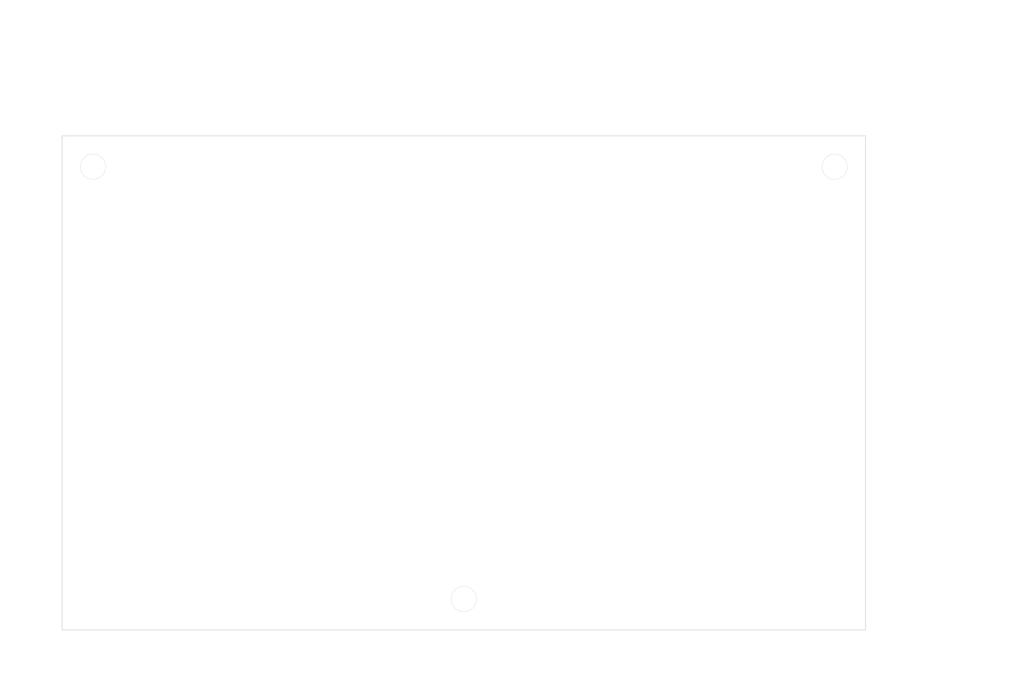
<source format=kicad_pcb>
(kicad_pcb
	(version 20241229)
	(generator "pcbnew")
	(generator_version "9.0")
	(general
		(thickness 1.6)
		(legacy_teardrops no)
	)
	(paper "A4")
	(title_block
		(title "${PROJECTNAME} CNC PCB Design")
	)
	(layers
		(0 "F.Cu" signal)
		(2 "B.Cu" signal)
		(9 "F.Adhes" user "F.Adhesive")
		(11 "B.Adhes" user "B.Adhesive")
		(13 "F.Paste" user)
		(15 "B.Paste" user)
		(5 "F.SilkS" user "F.Silkscreen")
		(7 "B.SilkS" user "B.Silkscreen")
		(1 "F.Mask" user)
		(3 "B.Mask" user)
		(17 "Dwgs.User" user "User.Drawings")
		(19 "Cmts.User" user "User.Comments")
		(21 "Eco1.User" user "User.Eco1")
		(23 "Eco2.User" user "User.Eco2")
		(25 "Edge.Cuts" user)
		(27 "Margin" user)
		(31 "F.CrtYd" user "F.Courtyard")
		(29 "B.CrtYd" user "B.Courtyard")
		(35 "F.Fab" user)
		(33 "B.Fab" user)
		(39 "User.1" user)
		(41 "User.2" user)
		(43 "User.3" user)
		(45 "User.4" user)
	)
	(setup
		(pad_to_mask_clearance 0)
		(allow_soldermask_bridges_in_footprints no)
		(tenting front back)
		(aux_axis_origin 64.366 145.33)
		(grid_origin 64.366 145.33)
		(pcbplotparams
			(layerselection 0x00000000_00000000_55555555_5755f5ff)
			(plot_on_all_layers_selection 0x00000000_00000000_00000000_00000000)
			(disableapertmacros no)
			(usegerberextensions no)
			(usegerberattributes yes)
			(usegerberadvancedattributes yes)
			(creategerberjobfile yes)
			(dashed_line_dash_ratio 12.000000)
			(dashed_line_gap_ratio 3.000000)
			(svgprecision 4)
			(plotframeref no)
			(mode 1)
			(useauxorigin no)
			(hpglpennumber 1)
			(hpglpenspeed 20)
			(hpglpendiameter 15.000000)
			(pdf_front_fp_property_popups yes)
			(pdf_back_fp_property_popups yes)
			(pdf_metadata yes)
			(pdf_single_document no)
			(dxfpolygonmode yes)
			(dxfimperialunits yes)
			(dxfusepcbnewfont yes)
			(psnegative no)
			(psa4output no)
			(plot_black_and_white yes)
			(sketchpadsonfab no)
			(plotpadnumbers no)
			(hidednponfab no)
			(sketchdnponfab yes)
			(crossoutdnponfab yes)
			(subtractmaskfromsilk no)
			(outputformat 1)
			(mirror no)
			(drillshape 1)
			(scaleselection 1)
			(outputdirectory "")
		)
	)
	(net 0 "")
	(gr_circle
		(center 79.366 60.33)
		(end 81.416 60.33)
		(stroke
			(width 0.05)
			(type solid)
		)
		(fill no)
		(locked yes)
		(layer "Edge.Cuts")
		(uuid "35ed7153-34fb-4b15-864a-43fe6fe19f60")
	)
	(gr_circle
		(center 139.366 130.33)
		(end 141.416 130.33)
		(stroke
			(width 0.05)
			(type solid)
		)
		(fill no)
		(locked yes)
		(layer "Edge.Cuts")
		(uuid "703489b3-96c8-41d1-b6fe-ecd9a88793b2")
	)
	(gr_rect
		(start 74.366 55.33)
		(end 204.366 135.33)
		(stroke
			(width 0.1)
			(type solid)
		)
		(fill no)
		(locked yes)
		(layer "Edge.Cuts")
		(uuid "ca0ff15e-3a13-4d6a-82ff-f3a03bb11752")
	)
	(gr_circle
		(center 199.366 60.33)
		(end 201.416 60.33)
		(stroke
			(width 0.05)
			(type solid)
		)
		(fill no)
		(locked yes)
		(layer "Edge.Cuts")
		(uuid "cdedb979-5697-407a-86ae-7300962d34d9")
	)
	(gr_rect
		(start 64.366 45.33)
		(end 214.366 145.33)
		(stroke
			(width 0.1)
			(type solid)
		)
		(fill no)
		(layer "User.2")
		(uuid "b735be8c-390f-4626-a187-1575a91063ce")
	)
	(dimension
		(type orthogonal)
		(layer "User.2")
		(uuid "05ab4e6a-e703-4ac0-b813-38d63987aad6")
		(pts
			(xy 214.366 45.33) (xy 214.366 145.33)
		)
		(height 15)
		(orientation 1)
		(format
			(prefix "")
			(suffix "")
			(units 3)
			(units_format 0)
			(precision 4)
			(suppress_zeroes yes)
		)
		(style
			(thickness 0.1)
			(arrow_length 1.27)
			(text_position_mode 0)
			(arrow_direction outward)
			(extension_height 0.58642)
			(extension_offset 0.5)
			(keep_text_aligned yes)
		)
		(gr_text "100"
			(at 228.216 95.33 90)
			(layer "User.2")
			(uuid "05ab4e6a-e703-4ac0-b813-38d63987aad6")
			(effects
				(font
					(size 1 1)
					(thickness 0.15)
				)
			)
		)
	)
	(dimension
		(type orthogonal)
		(layer "User.2")
		(uuid "5c4e5276-b2f6-4000-ab20-e16ab30ea5d1")
		(pts
			(xy 64.366 45.33) (xy 214.366 45.33)
		)
		(height -10)
		(orientation 0)
		(format
			(prefix "")
			(suffix "")
			(units 3)
			(units_format 0)
			(precision 4)
			(suppress_zeroes yes)
		)
		(style
			(thickness 0.1)
			(arrow_length 1.27)
			(text_position_mode 0)
			(arrow_direction outward)
			(extension_height 0.58642)
			(extension_offset 0.5)
			(keep_text_aligned yes)
		)
		(gr_text "150"
			(at 139.366 34.18 0)
			(layer "User.2")
			(uuid "5c4e5276-b2f6-4000-ab20-e16ab30ea5d1")
			(effects
				(font
					(size 1 1)
					(thickness 0.15)
				)
			)
		)
	)
	(embedded_fonts no)
	(embedded_files
		(file
			(name "Test.kicad_wks")
			(type worksheet)
			(data |KLUv/aDiNgIATHQAigB1MSPQRgIZH9Jkc6XNSGoboNTMPPXA5GajHQ+digkVXnCpOKymCRwDBwMH
				A4uZfJNU1cf8OtTYE1XqHENLCI9zdCUU9a2SaZ3UUaOQGHj7eKna9jHr03dj8lQnYI54Eb9wmcog
				wrZfUnVB3uerpnkkhVR0rOI8r1s02rsqye29bciqOji7xGpxV0Z9G2Z1ujedPqoYIkRUB5/kbtQP
				RH6hxpcTUBUnCsNYFJiQrovuE3rY2F3S7M33jkJvRqhRQYNUFoaHsFKiqFuXw9HQbBAE+f+jTdPJ
				xNj3vZwYviJX9qLT0mT6SZHJB6LnqWk2kuUwKPpz3DIU8e+Xv7Dym+HFFXV1oRyb50kJJo4+z0Iq
				91XIp+4wPFDaqFZimeYh0rynVU5OmVdeUILgpANUzT+lrl8IrrcVkWk0MeKd7QgHg3o1uKbeBqKS
				AePZhPaJCGwzqBYv8ZTCZIjXdqD6td49BKIwaCq43XV+FN2tOzO6JmWvMfpEECY6q87RE5qawT1B
				kH6SLHVmondwct0VIGCXICg6RE/+POZUbhvCjA8kGCCIfb0nOkDSZI2rSLEiSIDm1dIM/eOisRUQ
				lL9ElaNZHERJjgFDkMLliSDGMuA8Aw9dxr81EQZZngRJFORJDgYxEuQICdRgwEkGKICXSzqeJQOR
				C0Cn7Q2nq9x+AllurhDqQoq6QMdJBpQBRKA2rGqrs4XL3wqaAeOgthAL4d+GyIEcaCv4acqCAigO
				IAAUExD8MrZnVWCndNl9VAd1fQui8GwKFAQbqS9PP8cREGjHgCJ4jIPAYeBHjQdMkIRpBihgGVie
				AUbQOAegQmg6gBJBEDNAAQICpL+cbNvm7fTL6Sng1fbfuHtAPLIIDNM0jSMxgIAvz+ohWBDBPdMC
				h4Dg7+k3/2IkCyIwFn63T7n9ZUqnAsNOZXs+P2wIvOcMm4IU/u0XpOzHZ7sUCAi+nMbxfCICRIDK
				qZIIjOMQfLv8t4CAII1L+Z+pHc//zyY9f3ZtbeMQyO1ql/EBX03hY8AQsB9t9VRu4QEsA4cg7dv7
				7+k3gAAa/+ltDDwCBwi0aHoATAsI7PmXdiqn6wCc4zgSxEAE8tzedpobQAAAAnC/+gFoebavAQEn
				Mbb3UViNitJIs6zq8/Oyje4d+WDM9rdAONZXN0aDHmFkczrDBfFKov2nY6WRrn/mx1SSLzkQhKAN
				/OEKm7KUL48KRjRGtdxIY32wpR5eEuVgif/S59AVuiHsj7mFQZDSWDCDDDf8EI3aPnetp1aDq7Ew
				WEpvP2Mo6weGPR84IkXcya46bMJDnKpr0a1e+s+LVP5pQ/jIJzCzy3wCZKel37ZzY1SmhcOFjyXd
				cFX1VpECpiLErk3ruPcd7byTt5djabUEpIGHj3g3D7k1jx9oBN97utin85XoRqFuZeGiXJG5X0bt
				hKANOq4abIw7dedQEZ8J8m1q5mEphjF+EniDruJcez2tFs2gQl7gh+pLrMwvX2tSW1me5FeH5CNG
				Elsxw9AajWHJaSaOz7syIvTijaan+MbUjSbxLX1mGnZDSKNN1IQu0Tx58UqG0pSnpHL1wHp4p/8c
				ETZV/MYeySpgc/W2YaefjVxhhzTjNJXZdDh6C2gAF3D0iFatHvEieieJKOcwztedF7MxJXl0rpLz
				8cZMmkXNicO5UGNmwmrQNoZ/isnZSnCLs7JrVO0ZMxeD4zD/uJNV8ZO1ENSIqa32EsYFlFslCz+F
				WjCU0a5ih8LC35TJ4BX/pYvERRynWZAaSQjTLIpiemyDuvXm0O6pgwkueV4fi1PN4Mouoqm9Jq0w
				9JkVR+FfOyYVkECIrJKdL5RTjkTwWq0iEGhauGuBEqR7I24luqJgMgWj2mZx5CHT7fdDmKx00M3C
				xJ+FWaA55+Bf7gJ5UMzLcYwHI0RuojqS++5AvLjImVeebzdqxLXxRx6L0kTwEL88bKUuT0o0eb84
				1HMTDmrzFOaR195h5zZ6u6iBuCVEaUpRUgm0QX2w+FzpxQey4VnTidJlFRIkuY7J/UCUMIay4Esw
				a6jMX32EiFqfssvdapcaszk1iWmaSUMQDB8SYuNWg7gwmJ7Tqrtq8M52HTJQrqcjtD8GHDF00V7c
				O0DDytveYhBmFNFEPNz74koHF74TsKOQCwT9ac4OZb4dIi1ZhnbA30a/siDJKM7GZ17srNH3F+46
				zKSFeeauL4G1DalyxtkS4XmiKpR6q002SYUszE1Jcrw5ahJDEkJdPlRLKw8G4CqDCx3jeEgsm7wS
				eE5tzlEwpyj/D75GJikarBuEjZY3CW8hj2EvLmatisKnKBxMXooqkE9klcmuq6UXV6Va4QEob6ab
				0NLcmqM0X4PPFu+3QGAQavvimzzW7+57Pd51w7bmQTupmfrgVAWrCmaZp0VzA2sBxevBqLjGqBGn
				KHEfKLJc6YUyhrPIebcU7DC1dt+GrFyq7q23ZEO8dajtOrdEbU7DgM6WqBRbw6VFlEzdszjUx9Hc
				RB13TMItUQwj6uzu2BWimiFw8JO73bVvostXNUicY8ic3b9isD1Ix+5OLf+NH+l9L79WBtehDazD
				FtqbE1m+wFY1z0CFnqfkioRc+ksVrV1LNYgWGKsWuIvYA5vI/0mS6dncyRuxOWHVfIpwaA0KMrmD
				zqmjLeahb2/o3igFl+suxE69ucf4ZLTPbbQoxnoVua8QWdArQhcsIe341JTo9clb8Ao7e8RQw2Cz
				o7BjFbQZxMrIQ6Ej+hSmwlii4j+WY0ExYSzltmClHkfWIwtRuHeQIeOP8zUKC/bHBaPRCqPdaqah
				U2NjECqwk/5f2w3LtV+u8rUNGdW0SHOfJl82MtUJ9L5mqCkkia2aTCJ3aYo/r1RQGtKZFnHKnEON
				C5wkj1Urf6vlyZ2Bo3Z3PG2pERzbCo+3qCjS5Jmrth8vB81gQ7Sod1dj3onhvg0HAUn2owfbF0nA
				l/O+ac8mcMkuy/xOnAA7ssPr4aj06dXsMk1+p5Mu+0IkBSk1eVOAf/4TxC02/oLMraOxxSQ87VJT
				zxSdXmUKEi//eemQwQjzcYssYPRMuPLXlP2o0xA/SFCHpmbRoRmsUTM1eDOlkdvCg3GoCAdwdG/p
				gdwXl7M16wfd7mLTnovF2p1vQyz3UnSOe4Un7haSEX9ZJLaXKcOqpyjf9yDXrcjq9lV+99u6dGwF
				SeGR4lbz56C9F8luDgwdc7YZSVTNQVlA8qs6bjoG67GOEvINrCXToG/hJBYmVPu4VfvRRRGhu747
				5cJV1iMiLsTxShJHESWPU7Irg7Wl7J3ltalMvAdPHRnYojdPvifYv9kxytgogjIIRPCyOjHXSGtH
				V3WI24FdvY9pA3rKgC0wd20+MvnyX99VTX1BIxRmdxtyjqJkL4yxehxuIoEtRaMoX2QuxcJcMK7+
				u6njaMR3VB6U+18zQDje2Cy6EFbiGu7+ad5HgV7KtKRzDr6dlJRz27jGC/vPpXQUHDM3jB4UHmDk
				W+2klaGxG9otvW3hnnf6fOljofZn09tEwZ9NlMQ//yZafP1BoHeTF+3TV5zdyIn+vgnN8VUm2wrh
				kIPwAX1aKyunuConJ/540OLvE2H4kT1x8beMgRWqu5toEu+p+5C7xcE+czWBllXWlKb2iJa9oSJn
				BpvkltHgg+GB/74B6IGlCx6iNhQr8DsJ/epaZ1x1mZ1NDeneHEGnC7C4FBzbO+9gpEGYVWhcKeZK
				iQxixwtEWZG8UaCDfiPScJL7fzS0H1OynE652DshVKYnHMbckGHOscuLYgg7NXPEejXymmzxir6x
				WvZAQ0xlkVbwTJFQaG93gC9Sl+JIFwzZje6XyAw7rDIUvE9fA4ncoYzKqCPchX8ssGXWHEtWei60
				yEyxBnWx6/26cxuzSi2zgxizSMJXcU2tVReZkRzY7CGlrazBLGb0w2gsb+fX0P6nstzOpmvDqkp0
				gNeuI/GQdYlS7BHHbjoTR1SaG7AdXMzWSiPKy6klRmohFM/1UhsScCcInkF1mddahpoq2IfosA/a
				UXsYvMkVrOXSD0Mr1kHRkLJtDHVE+1ji5/VmZwwikV/nrhhUBIFQtSMOiXAtUVVeUZVJyeQHQldL
				U/D833HOX8Jhfj9W53EN0ZK+UNrcW2cdKvCHtzBU7LjyGNaLVHmSLUnuqqq9PMUe0qbaXAxh2knR
				5S531svOHVDaJrPioXqPiP+31IT5ZOnsQHjhDTQyCI5wFrsKrXIWQryWbaJNA4DrqJE0hQwihhAi
				IiIjIiKkOoCKCEkV5wJ5LApGxBBDGCLGICMwyIgQjShJCpNqMYkA7nNMyLS7mlllSAqCchyZjk74
				5H6GKdNkVJ+JXr6lGOsE2/qKyNgzfqXHKwbGUOjKeJnV3wtoOchjTJq2SRoxW+wGQTolwLBUjIYq
				MS4RLe19ZjPy+NJnDIgmp+DoNQcoXFE4BAyQW40LLi2Q329pbKnYm04LCsyFUhmRNHDz/4iGC/nm
				hEd7tzgcaPaeKVWZ9LBD8xZ7wjEhDDz+TKPEhCj2oBBtT3Vk0XUr0dbNOLIMowySqf7WoWgDQpGa
				nzBP75vEnBQ/ckW4lHJB64EupKKpsA/JTmfA8Q3Ah+cpF4xAWiGW7ziUkAclgX8nTcA/JFWHIDPG
				SnWuGDfFlo5uxGtYW7ljXs5q7iGcbgw2luHxhACIcHk7lJ7X/HXOZ08246zMgNyMxPz5TP5YO59a
				x553ItQzC/2BhF+Hw5rssuHdp3eVA3Sss0MMevrkiQadlxUGEgRPNMO0k4CGsivjCFn4rv+aiHpo
				sd2hiLJm+sAe/M7A69X4NcxOhjO5xkZuOZjnSswYfzWXB2JzDq3fAWXqhQA4cb8BTHEXBWxwEkms
				IuFb52VKVs3OaV4C4FilnpSYpl9cAR7CetW5VAzsYFlSyQPTgwSkEhQx0C21rkn4VXAhhQ5SD2Db
				EMaT6G2F3yDCSZDLxn2D9OrFjcOyxWFT8jEl9vRDAeo4I5sTAD////+B////Af9HAAAAAABCBKwJ
				rAmsCQnvvNrutR6UARIsHKIA7iIUb7sqvYVBn4CHkF5i0rNOPoC/bP5Vur8eW1BtbpILWpLNPfJN
				UoSMQroYQiSag+Q2zupjz9gFYroEDrdkL/0j0lWTkpj3oRKBIIjgqsMF8aEsemLep75Nii5CyiwM
				vYY3462befjwRrJpv6cdB+Y6InKBaruuQ/XXL6gL9Ow3GmdCgm/XqYKNvBEVB6MxYweBDXmeP0ue
				DzgDoVvQXUiVf6Aw7kNdATFwnUvNi6vsexlgW2bJ0RcLcHZziFa32DTQzZ+0Rr4JlluMeL0w+50a
				zWqQg3647+PB+j6/BfhnP4kTNqbDWYg1as65Vh4CNojkVbYUXfAWW2BmqeTthzQcJS0aWmyZfpx4
				2aTVlAOln2qlyirXYKdnZ5eTWr4nCn8K01rx3U8ea6o9wlksWTDG15AGamsCO4iNz1iPTYuXuB05
				oc24BVmwFPm1CPW05Z10FghBEK0e5OEdwCwLBWJAQoAsyr6h2y7hKiC+Aqaw57LCpfbjhoywdSVf
				iAEtRR5LRAEbDm8SAqkKeU1d8QjEV8R7ZsQI7UwpXo5x1U2ulJ/vc97hdWgis4YGti4RurwFvgQe
				trZQvDa9uT2p96Uw7ruuV2F4PDPyAOBUaKYUTj4K3fO1RX8lfktlQSMBjteYdvt7t+M0VrIrzkhr
				8reLs437E8SQwZT262CF396xIyo6YTceByPQJOgbyAiQpKEvaQRA6PWiiv0y4RPNzPRqTLmaYWq3
				l3RpBQdmdQg6bOMtvNpqOTlzmK48zdyqR8R8GvAx1oIKZhDnXXcnZo8Sn7YH5nOB/LkKAP+ItqLr
				qnyDS4bJa3pNZXtF3ehBXU9FV8dAV+xCbvCHRsuQVJc1z2R1sEh/q1aPJH4JNHtTN2+XP0vr3C7f
				Kqy4oDdeQ501VKJrjeEwzIgr8jcThzzu1SCq80LnBcMOAWWO2d3WHVsQnPK8SXj+WvPIrefZJIEv
				Uv6K3cclxjg/xqjswm0Cf4spB/Sx22VVg+Kavk8Ve1BFsEblFKAn1Wn9hEP91FUpfE+ehS0d7sWt
				zGUkGh1qVNyHEl9tGs0fO6yYP533W1TFcsMwkYu9rWyCIvWHc2jKeqjGSdYbSv6nQo5fihmM1dp/
				lxLak14986+PylHt2bWeq0T2cUSdm2laUC43S9EwnCAwAcG/CK3475ZiZMWNa/IOsXwUgAA1KfTS
				b0Ja3zUWrOZBpeptj20fe6Zzr3P2ysMyECkYKWFevWADYr0NCrMJDnL+7I7wxjDWh+CsAmUkP7gR
				/WOwU+sGMPOL+SU1J47zPyX+5RMR2Be3NL+3KL5vwPRmWDgcjnDtmM8q+Y+q/Q6vmwQIi0YttfYR
				1w86sC+u9aEP01bvmdWMzki0DaFvkCobpM8DkJHNbsBqHfySnBs9H8+dh10Y/GCgCd+sBkFO9JfS
				6ka2Ioe1RPiF2p6RnbR63uk+jiZLa/XZeqIyQAMsDTSqhNQ+hjQu58yLY8IyXZ7hX1hG9fa2z0YB
				684G/DO7Q9tMipfYKzpRMG5gbArUltrz3cjLtdb7Ke7P1IJnxz9Gt2iP2orBIy7gPKZT1+Ke2OPn
				cWmUlZpWrDRIuKtGQxNQnTyuqWRdrCuLJsk8KcPeSvda4A2vLqtfwssYY/gXui4IKNtzQcvZV2N8
				mArWguZOjcM5dCUDMjTa0SE1NCZ3YPRak7TabzTYX+BsKsLeQdiC1wlXatLlXas2lYG1IHLeqm3C
				DXZL5X5VViaj9khT9jMT9ruaWs5UcebjK1/n1VysyEAc15iL2M88jqKpwKAFsZs968acWsi/ra7C
				i29QNFqtLFFitsN5l2ugLIHZ/kFQRxWmxzgdb0DCf2sqS4qHKGlKeMMFNt2mgA53cGCum8uhtQSt
				raU85Cam39/kekDlucd7k+vVuskX6VXt6EWgLijaBDuCntX9G1lfkZnYM+ehlkcP4JDLejKzHTbL
				lHgJoPLQpxJHM6BFmm01vWOEzSArotGnH7SmaiXPAUGssUtiBluST+T4BPW97r+WoFBAPQ0mZmWL
				Em1MGMVvvEC8RVcEu/FY2BCMcnRID/2HZb3a0d+rZz/938IG2tCR0RpuhZvkG85YpcChaf8MHfGu
				AA0oKfBzC6txyY/uGtDc5tXSYc9RYVJXVmYbg7amn/qcSBUkZhX/5VYVz4pwe52u0D7yqqOogtKC
				tCIRJBl2DAqnKTOx3ipXTUFE47kmgmehp8CuSGUwIn2ywhKU85tyxhwRIR1CCXvXDQrVnfBXYZ79
				CCLy51VvwVirwUSvhRmecwtJVRcaNXVFrp1/ujsV/CnkUu4hjU2cmc+oOa7oOL6oOb4pOdfqsrFW
				cqlP+qg2q8YYx5Psp8dAahfQgQv6TbjvgZrBTwD6PECwC8+WKYApF4Vile8LILmwiZ2Tj0kQ7wkw
				IpflVXpdb0CtzjW5Wv1U8UA8WKbrajMU/wJGb6TZqOtt0sl+3l133V8Ynd4pTTzobbHY8f2IGTN6
				OJfCjXnG6nVojSMYNc/akm7CCW5PiS5izK4ASr9xnJbnQhWfpv3COdoR0ySAZvfjD+97gHk6Vx/N
				V7qa+0DogVTSq+blcuSkFwGxxqui5UVQzQNh7OqufCGgnguAWgfwQdOqyL5UGJrvigSwP5tXr3QY
				u4gyxmAH4HZDN7Ld6gPCUmiphpQehJQ8WN3Ymr3qi8aWP1ufDkD9MPF95WY4TGkZ/wp2TX1IXq/N
				gyzMDO+CFlXZNTOGqUNRv8mVvbOfq/onGbNyoGro/I82eBRye2nnEaOU2s5K5Ibk89tqC+9WNOmc
				Efqw6wk3Xl0xBDLPQwBiTXxfJCDkS6Xlzjtg3qqaRUnxdDZjRl3MjwNVu0sltXkl1IJ1m9koiIEJ
				z36kuQbwer7D2ZUar4mM5Iw9itlHdtGmTyhzt7qFvyfxp76CQyzryVvyhfadgJfMnOwMGUgPGW5x
				ZwOylFo8DP4BXY/fxDi2gY1aBzTTo+uEaGeqb111PkQB5HpziEu9iTwzBrXXp4tnGuO+lVSK2PAO
				3vc1VpiwrrqtsVKFRF2PADRaeRaKhTQ+D7QtZ3QWLCQWX2j0x8moQMHywB3N7hRYDEJqh27flO3L
				Cy/AxK9PxqyCS6ziTC/rwi5tysxPc+m0WvHBOhXejJVfTX5nbqrKearLuRK6jthWab/ItR9B9u+R
				acq2ec8UAGg24gFoaJNJBTbxTunJA6q2nJuhgc+0Ben3kc92VluUEu4aBhfmbWC92xFpqjZzd7Ae
				Lhz/wznTegH5Y7cHMJcnnmPr+kWrC6bIWdmKQgGdy1WfY6Pd4cOXct92OFTm2PPQ5x5T7ONOB2Sc
				ABDdwSj97xhhtPy1lP/2nLET/n0p2crC+IgdHX2G3TpR7KymzABTlWZiQeGzOorwvFRNHQdGxS3k
				xtf0ZfbUVnZbUQ1dGSrwiXMWkANVow35jlotgpgm9RyfbpOei3YBn6nHZRjPOqxfWTytSRjCesgE
				nXdpEO1Gsa4B2n5IUNCGpKuEQMnBwrtc4MQ74F11mbWE1ZhR13spAxPYGC4UidyUUZfNDTMnecsF
				ICVeL48lxyTjYhjh7ps5sN/FlWZQm1NSUjyR31tbdOPZzZXbKw+uw01s682n0tmQrId2M2aU/ZKZ
				IvSo4wrgHT3I/H6aQZ0pupUsZa5/FROlOCRdp9vc6CY8ys0GRpxo1EcMitl7ukbWDjOKLVYN2t4c
				0bZUuJhtWFVdZbaqvkqQuMTxp5MYVqn+9xU1AE+bR7vzNV9cyX8VD7UQRZUIKbo4QMusO2tN/w24
				kmhQSw/0UigBtT/Fyi5C/WpsVybmnQZavBMg7we5aTwfd6LlpCIu2izobOzxhZRHtMPH8ta2I0sU
				8n0hX8/hSWxrHmOadpfe7/mBwI4yBBoHvCoefQOEHVdNR2g9ND9F21PhK2Nii1j3NWY28r2wy+K8
				14WOgaV35ZwiFV3+wHQaBdehIAoUW2FbT0sJ0BFxVZ52accJXwlxnPHOOqeYKpeXdneRWUs+uEsC
				D6Tt6LRRrv8QnlOgxEX/xd4JQKNIlDk2YCC/0pMvAg8VZrUlJrURVnd85Xvggdi6HmkwbFggoMr1
				mmpYx3ShaobUqZbtMrSyPhucVmiRUU9EsRa7vPRPLu7b7C0AkavJuZkAoY8BzYTvkjjQQYr4tGOK
				3cKs0unWQO7Tb2aHq/agpagIlALyLbyne3x2U6d6FMbtBXio5jsBv2JeHzbzEfqXuuzd5OvUrm6u
				D258qdgdKCAdKN8Ce4sPQ9wqltudlN+HPBnH8hsq4tXcrHT1fLvoAL3r0VgLErZfI3AMXDLLX0/p
				pz/Zaz/po1d48lxwmGtwlPg8Jnx3rPsdFDNcn+TarOenrPn4yGdSfzNil7Qq/SRf2qeenZnxjxve
				c/rgZY2nnVrtbPaarmu9MGUNOisVMmUVGSrUppoBy8D5kvzzdojjkp/nuSGjC6TvawqLOR19cmwF
				G+JqrBtbNefQQOZ+SC7eVAJhbuGfAyjqBgjPOrUWYjZiI96eLFhDiCEK1BN9R4lGZXtR47R5iw65
				kj79VT06bimfjqhP+6XkJYW0doW0HCZceFetHTLWKXKb7vV7oI5hIUqgFXnXAYTgl1HK4ahpOGP0
				syFy+Shyk/02FP50c6T3U4a7FB/5szR1czfpkETnuziaJpRqtI9y6NmxrQ0Hiekj5o551zD4lvaY
				zRDEdyDuTMZQ6aDXy8vGp+VqMeCKKyCslqWuN2uOMC018KYgNybshkYLKwmKv8XAsnfrmp6nvCun
				NpRakLtdRjyIaX1KvQGl8KfuMK742sn+ANrcNZup1Nxmi6Z3R0WN3ZVpGYkHeldv+eAzMEzQVW+h
				nwEjf5WsEvXDZGHb78yv8B58Ly21jiz5z4v2dKS5NHy2qAhq6dIQK/6r1SCoqrgEy+JFJYtUOpci
				qgIMYRgrURqnWBul3Blmh5udyKb13fzC4LqcMsjeD168CnNlrpZqaS/1WAi4w2zXZMXHL0B4/gPo
				SM1Gk5ojXvPVY46Nl7hfXhX/5pnjWIOpngpVV9VhyV8SWu/7YCh7+ix8V09xUCSzAyjS/J9gMA4A
				MdxncQmeFexGuxrQ0MU6A/Nw0AfIPbxuYFWmI2xdyoILTSNrh49wZsPNDWrEV9fCBuracODzu+k6
				FXEvN+xnhjwa8CDw2RqBy1Dg4HAjcYGwq4G31Qi02fMaLqt3AY+mWFl1kV/WZKvsqq0hnd7VhFrs
				QTwdmso5nRIp++OX85fgi4gnY4c3Iw2WJOeqvfVkFw82f1+unuzCC4OnGr4EDbu4If2UAZW1rFif
				qhjOjDLWg/UAJTSrrUPli9PaPyJYXY9Lk/B/173PirwZl0srqb55AB/6ZJvqiwNEnnffwzsO1xW7
				RWLFnl16W8FZJvSrJMr+LG5fUV03jeFY17HczQkQ96HOkF6C73aRgKNcSOPlQOtmRlfjQ2LVpUbn
				ofMZ8I+EltTBPdzXgfObAhGV9piX5IQRGbsoOOYYTBQIZYpPUz9cm5qmKBrGaadc1c/AQgRVao4c
				fbXQgz+nx3ypsB0EjxoZva/fbYG1Q9SP9KjERkz9MdK0Zl8WixgbJppjfvTY2NLR0uZGrAOU1Olq
				ymppjhjAgYZBBSGm2h7gDT7AIdlgimg5byMlRLOGlcWT3h653+iFsgS1biwq4YBcLtJAdqyFoCjH
				Uv2PRhbLO/ITOX+p8nZxbIxz2HuI+ML17DHgA4e2Y0Oy39GxtptN7+7QPCw3U2a1E8f3s5Sp+8Na
				gOH/KyT+Q2NJBtzDe9tAW6jJAg+Xx/U21R3WyR0W4g1W9NzgFsu8KuX7onSqT6ke4TJAoTPcaNIX
				PedGMyfOXQot0vsXbqYfCd2eQBF93uQtCl1tKs5l/Sb5O1FamogUtsiO9rsujnIj9lpd5Twu0IEx
				bf+/cayzSCfXe0dGzaV6fSdu50Ywd9VrSVaUEgMxzxWCQ+DB108rmgOH8Z85GQhssUep0P1BACtM
				sa7Gl90iF+gL9Ioi8wiT4KIyAD+3xSDRcVRSAC4IoZsiyhEwwq1BjAy0sy0mpV1qJQ0RtnQn4Mc0
				pGzf9kUToCkQ2+AYmJvuR/g1p3sJF1uRt9wsfMk+Q/z5iyuD76RySqtEyh7YySIgeVsNqfuxYek1
				ZS28H0m2YxyPuhnNGKikKhfa/5yDlZU+Y3Zmo/Zqncwm+X2XAd463JgDTuHPmmonJ5l+jxw+DXox
				EgMJtvZEX/iPyTHB3uz71YslmBR4npsmQ6ycyieZupDRoZqj6AZqTtU5c497Zo12G1FaUcTCY6ee
				8HARN3K4O9xbmeEpFe6KeYfmLDrC3Qm4EaFGdOI6swCVfB27jADtLEfGkf9Dh/AgfTuFMbe4P7+0
				LDY9ljbmi5QCJv517Jrz9dNP+tsVJpmTeYINcquN7Z+T7RJCkcYUNxAG8NmVK6rtz7Rc4doeEI0k
				ZUWXoaVsS4Y+E9Y7oKMqhLhuWV2/9c6aUYmpOFJvvRh1p2wfjwwWArp8RFbt54nT0f3DRj7JAqDN
				uGJddWZ5fpr7HK5BUxya3y8/qJhh8YXK281rPkDJHl9QdkNIXMy0S2QV6zeg23gywn4RHHUBHYkL
				PGeLwusVNvj4UGhnrIDv5IAk9yoeWhbRgU7kLisijIzSxjyTaViMYZh/OD2RFt8Icx7dtZjKJ66U
				ZYDbeZqhs6yaGjvwOz+kZlzyNMbb82qAtzQ7sUd6w4lJa3dI4g58r0K2YdvBDSpvuH+gHL9HWimH
				WscjA3EMi3Br87ub5lCfgMjDo4T6ztom/WXkeOOUyDNk8FL0U6EngV4BQdCenzIPdyBnYK4AoOsa
				RGzQc7Mt/d8gwDyU4gmAuNm1ie1xpmNXfdplqYANOHxt5RavNpd+oaWU5CW/KbgOzRyg/n+Ui2vf
				QIsquGGhWpdZHprZt9eYycU7njxlQV8cxduHO22fAXVS9b+qefmaLLwTwPDD11IatSLw6G2y8wRV
				pHXlqpWvhqdFwhaoY0e5Tve0zlDfQljr8PItkiARldYyiVll2Dy4ibG8/v9IOmBGcfShUGGCE4FC
				CG6dFWXz9SaGvoG1PMzCLoGAK9KHPCEGw99CRUXUGmtCNaWSVWXcBAuJCjPkMxLU+LKIyFerK0HA
				Sz4i7+22SH5sYSX2e2bJnQZnGjisiYg4CviZjjOk5UL3QxefOXQwdIafv4gM+cW6esEiYh3lJT49
				3cAB8YQpk9n/b2IMgy1c3DJXvpoNOHQ3J5JYp3Nmpk9W9nl44NC9akWoViERn/v5yZoPEDKKidSF
				XOLkDy1S35dYngQPtVhrKjEEcR+6df0A9n1ZKr7qssXxk2Pd9pmEAtxW5zN1a5F6owkeoGoTdzlO
				xUQcCSnoKJhXaVu3aasdFHYcmGrJJEUU3c/6LTvaVMPV4y1S3MYQftw++GzGX+GGtj8vDxwdx3DB
				zX67L7E2CuupyjoDuv5vHwgQ0JIn5RsDOZkE85byAdb2KAB+H4dOZ6/lCtGOcT9NZSWNOF0u31lX
				9sYiXu2XnR0Y5tdjcTmMq5shClTbOiH/X11DqbsLmgLzcTLiNXzo6IKI/VK3/LQiJePMJDT3+zJM
				5+VVtj0OV+4rbQEMogdQR1XZ+4dvI3Tvsi1xPnfP9QjbYRvsiazycJEi46zxCgKpIfwe2o1ULgTq
				V2++giurBWtLAku4BUvAQ9uTWV+CVS3Svp/NJHfY3i2VeJU4DSgqg3sEdUtZMeuW1Fb1dZ3FzhBu
				f5cplSMFIgTYeYxeYn3+Q0P4Vq5v/4XbKSLll6P1rb7/lhHabrcG/cpOeBNYxD8dpPrKiWl6CS0d
				xqp8F/gQOAUpfSpl99UhQkylrg1v3XJUN86aLO3QyTbK+Fz4YT4OLtYQkii6usbEuBW8BYS1XTAU
				/qXr71i4TGw5jlY96PaSEnKtspcotDa8mSlWhGat1vDfUaVtsPvoHaKE+FqMofqHOQ8X/P8AhhL+
				qVMhnKbXW2ELhqMCw6GAujqn31geVPDOxyNSuluKrymAtWNldoLeoiSNSBViOGgzNh0g/ufVqaYp
				Gs+LyOtnL5OWVlNWSBNWcpNWnsBKl3p+FXWQMgJeyDOifo+o2Y7rF1saYRmIz9cRl9sEQpDBYVAk
				2L0sEfefJEAQdt2Ua5QvSytDN7fZ/3EZ2ZMxzW0/y3PWhGrd37y7lw0hEj/s5m6z3LHG9FRkDjj8
				nhDyJj4rXcCaCF+6aMRrRnUWcuJD6pQ7+xe2MmmFlNdvtVhfgmMB86h8nEMoZEAXcSKB6q3G0Kuy
				4MTaLD2x6nFEakGQtMSDzhavylGL+pVkWh8VQyxh7ZHuUjTg0nDsT9utepfE3t8Pe1X6yZRV/Mir
				/CiR8C6DUqFYHQTAGFLYc/8AsIsLM06iA9RFeTgVR+nbQqMjQyxn/xWZLJbmngPtiF0MuJ50qFCF
				xXBvot8mW7Si2h6s1nKAeaCn+Wrm+XEEK3DvAX70KW9iBiQrSBvWw8rBqWuBOmh1KzUw4MXauWCF
				jq1He/Gnim5FgwDGxJBPdVa6Aqki+RcuibgbcyCMZva7051r/cJkJGaFdBbENE2ENP0OtCp08oTa
				rBRnFGv6RdYDaeukQCzFjU2jdhMOdpJNQ733PWv43cuWk86Dd7XiGuKqLqdwVnqH1PCnP+LiuI4r
				3Qme8Oq+/G54y9az9tGvrKBbO1NrVu4catiGF4ZFTOykpAr7vGVXVuXfDwIKYQezTfHHMA0MB3yf
				/Qzr+4Et7Gz9VlJGYAsi1JKoM85tddNedoYWDRLABlIk3R2sW3nu53kWvPQtZ72ldcAGYd/OU7GZ
				z3Yv/aXE/Uzh6G5+YEbD7hbLJuOHSlyLrn3ckqv3sXgC3O01seUqeRNS17GhUHFcRbyz86yX1t0C
				bAsFwiTetyS5KCVZqV4Lm8BZzuB4Bw86XbQKVejUloE8ZwQuLUUQK/WjoVtv1mj6jDwZ0KXjZMsb
				zOyglKbhOhVjppQ+JHYTrDxcrZfpqk7KhGC5jwemMD5R+cdvFDIgkqZRYQCu4vmYjfWGlv+JkO/3
				6eMy7uQuuoVXMkDYsgTNZ7NSxA1B1SF7dmgb1BkBH4qqI80Q6wgE7Aisl5BlUuCCizjke/o9vGx/
				fLLnI+is9ltXwJtDJUliIYkexOTK1hyh8RReYcN9VHQdyW+FS+vHaBvadvea/JcgXW+IyCFIwYiL
				CjNTuQJoej3IJ/PyxZCQlDpAX4s6RXtb0oti0g1Goo1umi1C2mg6UBRcZn54Hbu8YATZD5lCQ2eO
				r79dxxFpEf9JpD3cfGWAKiDrhuIQbnSNresQFuqRRZFWoW9td25mUHDX9nM8rsoPz5WlcuTW8W5o
				6HpnDF9zjvWVDiajBRwXXOs5x+J3pmsXocyrVr9jtFVF7yzlaBdS6wF0FJPq7qMFkUoCBRB0e1AB
				6pLv7e/u6ez3F3AjF4ZG91lvyDd10r/2IGdZ/0l89eJWTGjzW6kWN8qEja8fOI3SB5K4vU+XFcMe
				ffj6ItlIAz512S3V4cZ36rRbelSp6l0tpu7H7LQ2pH01pBoYWkCiSJK7TJgvoBUDfVETUl12A/Kf
				obkwoWU5WqhZz5V+Uuxw6vuRqPNJ8pV1zCvJ88MLTRbzH3Cc9ptEmY2kFym8IigyM3mD+fS2aHsZ
				uLl0s91Ac3PcXjkNUfptJHUp38bhFJ2TGHjQlH3EC/SAiFzJ6oHdeOe62sHmnsrrQrwCCFSofw3d
				mz9ANvhc1PArrzrjrGa+DuBkaPEEe78CXDIkfw3u6zrmS+4MS56Ym9qsY1B9/WZGCTdCqv9cYBHn
				D9gC5X2Bk6XfEl2xdjzgK5SwbjmwbqVa+Rx4iw2KHUFXz4dKxTHfhkbkxQQjRy4Zybg/nHg55Ar4
				Rnqgwtwz0EFIU5kwsCukrcBilxerAYvSV/3jGEIyx5jwjbgT7sK/ulelG/UPs9U42WdvfeG/vDEI
				gV6CdnPUivfXg7eudWktCspz/wAmugh7ITt3mH3tCGOxdSedGGFPikBSvPeHo87/Fy5A3tVZ2Xd6
				XLm/0P+oS+i462p3llTbMgNYWtW3IGBGgQ5aWmKshlDYmTuQdOsVIiZBHA/o+3Jg6yyxbVKCuAhd
				+sjQ3XCo2/xN71O52eeZ8DaRGZbeG1nfUld0B9E10KYLwV4M23oDlykC3hzXDXHy4RDRFuyOox9r
				YtOggZINwbPAwONha2rYRu7SEYf4BQbqyfInXbTvV9M9bnV9o5UXd/q79gEUIUciChPFZ6i/vFix
				cPM/3fsqAPwaz/i5xYDZPN0SWJLLakX/t3zldQhYr8WOyzZL9GUHC/u6xJsLD0gRsXVTgbiTDTl0
				VGexS7gljvRupam18kWGxj1zDOSMdqXU05fT0jsakbmdG7TYsgc+fclJyIqqVtQhr4+PM5Zy63FA
				+y0B7l8lOBFrnbO6LhmxYMulJ3899rmthForusjTrfif25uJ9DsjHCMTr5p8Fyj8mRx6IPnDSTme
				fuSsS9JjStjw5+z+Tnzw+8QFbl3ECIxOIg1sRPthfrW5SVPNxD0WlTW2o9a31b98hCd+OSm7yze8
				LfNX34kbQV829Wt6aa3KRlS0BHCxkNtx50UhlvrrEIiwG+JSryJPDQEh1RQQnp+HzTbf1SwZuDKY
				g4s/vwDy5/M4utK0Iq3aweewmTK6l+Gq4NnJrINbVml+MzllFXXsKrsQxkqzFgw47US9+xbYZtvx
				n0RUY8LcczAxqNCAXKWcTL09rrkfdbRzeQIjrJY4gJEwcSlX+HxA1QTA+IyOMCYzi9TAoNn2UB6H
				iPOp2C1ub8hFQfUnMQRBpsnNdc3ZjS7Cg4q8YNwwUJ0INWK6KzETvCYLPkzGf7BsW09xIaKJjQtH
				e9i0mAKko6Dko/JWhk3yxYj3l5HWn4uiNJXgYp7sp5+71I4t+ovviIuZ88V6ocH7nt++BJi8nGuG
				iGfyfBSwbqzarkEQX3ZzZTVK0T12ebpvhsKeWCEoQ23PKmH7vdr4SVmgjvc8A+bZaJeL20ROW2d4
				olDgkn8/9Hf4sOO/CbfZO2xAidsK5s1CwMw1vmFGC7VgWWaJj5Dnit3Ry5unkUijY33XLcygyqIt
				hhpjP4gXDIE1PkqDbeh92DBbdfUhmp0W27bccHXNqNZ2/K9kv+dY5DBvM+F2e3CRaGXZ2grhArTQ
				thzeh0Y7gQOUfztPS27KiN3OOnZYwGVpzEhWT85hU1qvzVgrtQe2XCk8QmPvKDnMrO6WPewXQQt/
				HR44RKkRkw0qBAjJv0u3CkzhtWhw62NXBPvvAMGEb+cNtGFgO2ENNMtbrPsyS1lZpsSHVgg6U0CV
				idoXefNuH1sPeyoaKBYiBjps7vCCSJG3WbL5gDBdpqQ5Ilyanp3pTQftRXVZPsFuRPW5rrN/a6KE
				dmNkrIqGYGODZ08frstlEdY9PK7vlChAz35A/iJqDE5PvSLCiClLq3G+hPn4HXNApTFHHsuwrpu2
				2F6lOLMHn30gjmMJDq+tA7VkWOzFI+8hbIUpEJNjk6g+sASdHWyuQvmcrPADCMWFsoJ6bm2Zil1L
				sddd2h/O4lT4oBNtohtnIa7K+L9K39RP/3jH+DXabSJ7DnWkxexXoeOYvff4eZ09Tc90OfB0HMeZ
				WUJoM8SaKgYe7AWgp8CC1YJmrUADRrGvFa9ntkGBxLWxJrNA/2KWWXWACRSsd5Ow51b2PaLrN7hW
				//UDDyi4uP2g73UXXwIreYKu4hheQtgiD96o2J553Oim7fnAIlYatoxKH0YSmP5HlCFvdSHhc+Jz
				cT1/DjLmCWbd7hFI152OezEHOqzZ1BM6cALDPVD87A+Irf0/dTljN1jKFwLo0xIvPAmSp4vKw45O
				2j02U0yNE/AmDoZM29hCU+VHbsiDSkM9Q2LvhU2FD1X/+CdyKGB2qixxbxyNZRcasfaGuLrgQbAB
				PQTR/WIKZjh9IWpSN4HLw7MZGV3mzGVOLT78td5KIFSm6rfJT6u74cFO7FCvJ8HoS9Ey5HrvrYCx
				fSTmrzdJOyllgd+m4FOAC9JfJ/SZbeUVXitdltdc5HHDbYriVw1ZoiAafrQUPbQU5vKtsFJD74Xj
				4cEwICRvDkaWpKm1V+9Kevk0WI+lTqibqLDLycsH1k0V5lCZ7lO02Bg2d44qells09EG4tMIX7Rs
				Rx5ofPYKa6OnETVstk1wIMkImMgEFqnDXfJEn59dwr3hmGaXwtmPDGmVI4f/UnYMe1dhD58FEr8I
				iokEzrsKRUqIQ39T9GuHD17/eDyt6NPaqajQcTVAXEZsMtcmCdCCwbFgTBZtf0qHHKvqjPYMu9Y7
				b1FGX9blJK6CPaIvNEfY/NZVooaLlMUb0hN0Rf9wWSue7HCxGG9QVPAfzHnGrT8an8Wncs2qBPGG
				N7qVmdEfZLYwrnhKWHD25X7cDq+2lkzY/hI0ON+G2yIeWcAoxU8txXkuxj858AEMvzGzh7ERAsgY
				F6TxTwnDK2PDI21LWkhGakhJ5mZ1+OTBms/e9YPwnuwNyIcQ6Koo6G4CgBqNNGCl3CdihksUa5lJ
				xDTKQcVVTokTPuU0e7I2MkURwgiirqFqgFeRR/c/H3FmQoln5TwN6n8mxZjtG2xN9/5Epem1cgXR
				3acMJZHNo+jsgZOOwZJAwrNOSuE7v0qKyPshVCLswJjptwiCAATimA7CnO4wLZ3CRz2thnx1KfU9
				+a2TaokeYIseb3vh7d9f3AdA1+t0dK+XB+JvSAFBg1BhFjg/B6VxXAg5mPhaD/C402N83qAm5MYM
				rabHhDh5mVcWWWZ6gmEsCXCBfpWg/EBCHeCaa3tfY14cvIlRnbWupZWWvX978x7smhFNa/ENX8Nt
				Ut7Hi1TcuHJAw2AVe7Oo3oAApF7GO7ZE/mvw5dzYgI2iNKCGWm3unCkAJSCTALqJ1M8h3u8o6kUV
				uzDL9cQB7h8tsiPejU7yg+AcqaHWj3P1SnmoPk/AOT5nS0rlQVzNKyNsO39Pyy7CjazCDi7OSm4t
				+yAo0nr+Elskg8aJmMiW88LsP53j0i6hw66MxDHn7wILyX6jB8yyOmUSpPCkoQKDWegpAMS7dGOg
				F2qSeQidIYI807wm9/Fpe552OXjaEHQq+s7QHayththaoZ+a3mNRuq4OjdHjygF3NFisV9rnQRCC
				9v7fJa/iRIgSq8qH+jINGjajTjl0/wTTl3ffp8RghXb+OkTEuoPUWtf8wrgSgOyoIQiCIASEECEh
				hBBDCDHEIOYH8E4UJEnTAUCGSDcGjEwfanpURmZMjBkyZ5pQz61zJuwPwLRY3710SgG0Lrf10mfK
				oHjRHM8wSRS4nllIWAAD6kAeiuWZMTNgJlu8lGziY2TMUO8AkABGxgyYMjNkPuMdUWJMYuBHANFj
				lONDoc3AjIHZgedUMCNDBsLUZGaIgRkDMwaGmJhSaxAYgTQQ0AoGy+VIa3e20VmKAiMjBkxPwEjk
				DhNzRon8ab5LBpNWcN7RMDHgD3AWCM8EDTNzRob8O2XJmKgkrsvInJHZLVwYmSzAmbRhmpkJAzO+
				J2MRJHPQK0wMM+hgO3uO6QEf/ewR1+jPi4E5A0MbJwE0wJi5hCcu0pmZMzBlZJCZKWN/3hh7GGZg
				yq+HhXkRCvQxlAwG5gwMMzNnZM5wSvSSM+gDMQnSj2EEJMSxzMwYmDEwxBTQQfatNDb1CQwZOgkU
				x8kxYopWIf+TyDADBGSYfsdskAgl3tNgGe/DuDtj/P17k9UxMiEvKrxoxa0IxJAxL8KQ/xi2gsjD
				xxkzPWvmlw1oyjVzBoyYAipOs8msrgak7AKflgfGFsUWxRbFFlTXOHHk/NBRdZgxSt02Q5B2QFKg
				7/3FfybIFWus8nWFbNO2AcF4aesW00BUG7cKrLHADkHYPl62Ve2abl8PJLh6ECNlHg7yD3JU8Qio
				cQsHxgAS5Cr648ZteLlVc7ndNregCawIe8ej+q7V6LP2jhUjUNsqFH9lhCz1IkxJt/SMPkyVbe7f
				Xr2J3asLD4MORenehI+e4RLdNTUGz7BVUOVRle4vuET4dAvSlCpyptv23cKzhkTwpyo48cO94jro
				bCVjNEuD7lMJ0DV70SaDS8gpqByql2oTbpzOA1R3t4Kqsjp920ejDXMBjiDobFHgTR4jj4OfFePs
				GZ4P7pIh0FprKPDIjIcljxjSQP9Sf1XsgY3mUpmm1D87KyHTnXoGPCmZLUkcG1vie889y2wyRDQK
				e+AkQPGTa88wVYby9ZwWpZJHeoTqMwmixbMSwoxQL78ssyQqM/1Fq7pD2c430xoZ7CRQEomKNgqr
				rmXKDagPItN4I8A+Grym+khFoUN9VlXwg0OL/KKAE5VzwyDO1RyYgyGzvKCG1UQrkrk/ebF/f4fl
				d6/p4DXzTCu9kdC96Z+d6R5DVypgHGitA6ENMen/H7VSZWxMOQUMZ2QgfGgxbrKTPqb7ZaYvRrad
				1AIxxDnYOTl25PMr71DSQvZk9QPi2KNrszpbV67Q2U8QK81yx09scuf2Jb0MHCJMMMKGpTxHPshJ
				T0wWbccZAHVbN6gQkwONyWI1qUHysrUC9/x1M6bKwcwftoIKtLAVT1pE5t13VCsCfucA6FXqtenz
				8EFUk+tAFxfoH7vIJtVvmc2XHtFRP1QWmiODdqN3R18u7Cfmz+OL9D/nYR7n2atFUyKkJTSYZdVQ
				67TkgS8uG46ExkakxPTsgDDrde7UqV194Uz1gwo8yuoF1n+/GhTBLErgl8GXZvu+zemi0UQWDnMs
				5DEgsPKu/Ifqu7Ng0MBKzNAUmNYY3RxBXO5cWBNs5cYBalDcUFuZA9Z7evmp9OAQA60fh+HAByjI
				W2z+wYrr6KMmVJlmrBOno76k4hoPOzvC2KCKd4rrc6Y4G5IoCfVcK6sa+ix+LQe1C6Y/vrZKMAfW
				nk54t7Br7k4O1MTOWNWu/2MLxXzOqo6t3OpyEN567XUUsNAXhAMLixU3PsJ0HW+AC5Ii4Sm+iUNu
				cXVGB09lynEYWhOXkFtxG6WEIBJS50Pq+irjGCXk1Zc768OtyixWxQSZnolE5ji4O0P/NrbjQ8Wy
				/eF2XTYDCfEsxFG3GEWYdgJTC7LAD81WovZ/ac2KXsQ8IoRemqTLkQ569Yg7802PFnwJefEHH/ij
				9QjcaPUf98Kjjq3oy6tmUHNw8o36NwTb7cH8e8m2aKghB2cgfLMa0LYOBGrsmEG4fIjxmSniKj4g
				u0Zsf72lyAsofoBIrT19djVnT7xVzOSGhYwSrt2NJjjVE8Bkiq8JC7TICHelwYDv+HNupEidiTyd
				eSWTkUqKPmvMcJWSW7keN1CzO3CDn/MaLMhcQYwZvgQJsog7uj5Re/FyS51w/PXsVVmpQvGTSkme
				dPjs2mHGgCOA7gDgr9oSWgXfryqgGJyW30JzJam0EVMChYhpVExuq6txrJvAglHtbbTN4PKcMgND
				PbUZhW2AunEyuFrZ9OH56zTKh67oEl4Yyf1u1KV9kPosdYny2sqaoOXOcXKhsaTnL2ghIraOw/0C
				O8Cfmm2zTAcbIA6P/xgI2VAsepViS9vnzlg1oHXiT9OfHqJepc1a/dUz8T+UZVzx56nsz4efvIPx
				7lKDKuDwqEEdBE65zCwidma9kmkBLKhBZwoAjO+L4DHNZxiCT4mvXKj9yrH8XqIb5JFuEt/Bg6Wg
				2JibMrA0zMmcGWFkkV5sVcwtQC+BYT4/elCzfb3Sf5aiIFCG+t1sVgFQ/a/2ZanXjhOjiAIOTbm4
				cGz7jzL0jTAci1CY3dE6gMJXx35ki4+sWsuQixgoQc224z/+HXwMNmDGhQ3XTkEAUwvvrxIQA2OO
				NmQ2SzA86DeTztHKEhv3kbzzXSjCFOHxaBE/1l/+JTQ6Irj7nW5sT/NBNbQ5Ijp9LUKlwGsJ1ErV
				tlQKN9qE+guXfLBCqVp8LXLKpwnvitwm+i4wVSe/6tdVYtvOBEtG4i+Reo2SO+Ckg6C0fT8ySCuE
				ZBSgVv4Vt+9R5NFNLdHKXXwt2hY6k4aH8tiNypcX6GtPgVfNRLSlqUE2BI56BIt2kriyJuK+NFB6
				ytu+DcoSeM60KrKo+d/efS557C/W1N/4GuXdAUo3eMK/P635Y3VR2BCsVm6eOuvgVMPVg7oig7ii
				gBvRkdS1ZEm85e11nSPY+BAHjwDr4p4IP2u45HyKAXoGpkhVqsTUc1BYm9DwmBQK9nDA3wYBU1tM
				bL4K/gZsrUkVIaDqhdsXcjM39vC6WtKMGf8mwkQCBJAOFMZKhQ9Tn2HyLBahO7ZFrwb4TBuWv3pT
				N+o0/58guDElIDU8I3/9dOBQ/bg/huGQGnLlb+Mx86+gR7gmzrGIp+PAyAI++tHf10XlszaLI5X7
				dBP7tbMmRMpevz8azGC/6tN1CNsNJXlGomBvT85R+o3YnU3Xz0xa+dXE31bNbyVKGDA5VksZ2Qp4
				60Jztuhju2P4Lb7hfcIlTjUjtIj0A6cyFWkQZPVx/Elef6wNBIQsT8FuTUdzEdtoMEFQHiSU1BbK
				zD6O1hKoOxe4o+lfgZOlWJmLi4ezKwNCG9s9gwMmxjSX3oWbCFIDZJkkTDTbr8G3dqxXP2qQJNJu
				4GwcLqimPkH7FCh1uT2wdCwYni13bK0XB92qx6CdF98E+z39Dy8SdZY/QwNDS+xNmQ4twRed7OeC
				2BATr9rWr7vPmH3SkINiJ7NDSNTACRu385cit2rz5dzIZP1noXY0VMgGxWTjX+49a3m85LqelVGk
				Z5bTZ4vRxsMbITMbFDM0PvHTDZ6KC8zQ5FVNKdSctyrgJJmsnQwgNEBi+gbk/iYDzpkExTikVD+o
				m6k78D5ssE+RdTUyfl6N9LTTqTWW2rHyA1h4fGsPkJla3wj97HowJ2aylfrfykUwbbG+pGuE/Jkp
				gHoWWMRbBMTmNZqeW0eTym3YA2sTj3dkjXlo2L6C27ED4nYJx8NApUieC+Kmk7UuSCjzXI/nY6JP
				17xTPBiJS9WYd9rrYjbGgM36pF9xAu5sKZdZavnFfGvDzFMsNAos4jgS03gU6tIcqcepewdftswg
				mWeDLAhhe5tqo7ReM0IGLf2vjl7IFWuBBG1a7jMBbCe3zsC2JMW78baYkb5uDZWa7fPBwo8uUcY7
				EiKY2ynQAwYtrgfMzGZr9yGw5Cn6bSwOJ3b0ibEp2ITwyL3eZG5ami0hGFSLEFhs9T3A4lvV08Bj
				KwtegdY+VQAWM9G3c/z+oUMExJNSYH44sbPaq+MkTwMNAJSaU1woO6wIi+wI3/d9wDMhOFYYeKfN
				wiByvpD9azisfHvratecM8tNocOaoHyhdijfhhu9jPamKW+R5Ne+bvVadEoC4MGMSX5fCJ+JlsUN
				QoHpl9cRRiO5DNs631L9/yNxxMAy++Wa9jv7y0Xp75b15lmY0V3Znd+ITb9P/WuEO4ximf4MqmID
				NgrUMP+mLA8YCRkM30/iHEzxCGxPh67tiKwj6k6Y/uSQ5qoCF9Q1SiJ4evYY7h491xploSOWXuGQ
				SCliCL+RPitukaaMWPxFebu73MRwKak91I468aCzPZjAECaQN6PHRLsFr6zd7GZifEQzf49ziVXg
				fY2y1E3je2oiNNlhp+2fz4YA6oBRAWzkTjSdIsynl1I0GxZ8FVPu6CFJcjED4rZDkUQEZU3xzYmJ
				4WPOA3ylTxoQc+x2skmdknpiC5jn+2ynuD+ff3CsDRAM3KzgirM0e7i+gsnX3+aJFJijUsRFcoDy
				e8o93BOc0rEO9OybuEMgUPc2Acei+UnxVVdQwPpABmkQLOmokFGCJleEvctOaEtfg9Hhw78qoPBq
				L4dfBtAdRZwl2o5vsQADzxLp0/lQL21kk7fE40R6Uaz8D5tRGbD/L/st1MHgCKxwxpg9GTL8bdi5
				G6+k6NnzgraJwbvzjzJ3K3KE30cDu0pGI7sZU1wB1S7970in3QiLtDTKcNMOnFuA2fNJH6PDRPyk
				hA4XaivzP59JIu8oGo0URFrhyYz5DHWicDH/SfjlXAiCVNM7wtxdl5eNpCs8Jm6yRaUcKZn6JPwT
				i13FjY1AcfFaMIdLp6Q3XuvfKOHaB3ClT1uQcfRuvkmzkHliC5qnWy7ne13nvgXZa3WSDXWOQEes
				5IfYnW5sN9yk0DYhbjdjR7Zy0GbjBWZqTJg9bMqyKo99FsnsL0pXegSF7GX9y0AgQER/xq9AP0QC
				b4QneZK7bjUGb2Pkj/FibeMBDdTYdSVjV8C46wOkeACNqf2YfQPRomYskngFokS6zFYd3I9lels6
				2g4nAzWIYOW52aJbPlkQuuRdP+Pt+mEKuSHCLIdMVpeVaxfhijPVmWUKHsnxWdXm8vD12SNsQ/S4
				tDxmR+JgpTB8eP02AZmxH8e0BbOgb/p4OOtIwJeTVhMHkElUr1DVfIjFAenAPh5gg0T7HTQqMOBy
				XV+tjOcIKTPd1FNqXwNDxHBmeuOVsKekDdLcrIu+VGEFLZtwIDF9cvE+u2Lv0JNR0I0Gpkg9xdvZ
				l/uzpbhSPuaNuokqGfhMYBJrC5AsxG8iS9/LhdlvX8z5fjk5hmMhNNyv47A6GIhzNYXPnlJtAQf9
				lfhlNnorPFr2A5+XqHgJAAAhq7+sn0Cwv4sgykkwYHCPQ9GCCuekzl5SQ2P05luMwHEZhIKeHDPr
				Nfk8XKqO3lb4yeON8Nb5kFfdhSFNgeuAoveCqM4MfBi2cP6tkUK32FN+WAAZGBwlxiYF1hkNDhMZ
				I0HBkQKTbcN7eqwWaRbgtKOMJjE+HeEnUGDDDDoxXxRgKLoC7MGuhPehdehTcMJyn+jceyuSKVyR
				hHxrNXWjyLql67r9qNYSx+Cu+t9qVkTURHwC6zidb+yeg3znH6YootzSYBBSuNbj2yzC6jFIHn2X
				c7CLpaDOUQH/fVrAo9uFEid6aPGNDHUkldusyStOeXUMDp04/1U9XzeCGFrI1g4l39CU1RctSqRk
				RveO8jEQqM97WhvAPsDWqADo5/Xx9whelm9gO50G1Eq7KWl/WWRkLzWmxKocG9FgH4qVryAUZWON
				iF0qcjEHNkzcdA+ztGoauO1uPsmA/WEUIJxISQbGFveGVa9f4CtXswniHtNCTOdRJUpGfuhEi9hk
				e3y2V5TdhDp1Dtzp3JWpOx0XfLu+lrl1n5QNsVYM3zqLL0dQ7R4j6KsBRl2mRNyAFabUmNCs0skN
				UOAkLOnAvxIUlsW4jZj2H3Uao0ZYg3kTHXa0NHmT9K6wEscQxPQ81gQi8UT3u6i7f5vDKhcH6yyf
				sH/x0KtdqVM+/a/4ypTIuiDc4ihsQ5QIil69QI+qiayVq/m1KZYXOYtYVuYLl3EHNutsKyVuG444
				LUwxxlMemEgX6UBwAd9MZzXrv9NmSAQ2Ayn+hokQrL3zcYnefNyjZd02K7WgIncuV1xAXL6q5f7U
				WnYDZ4O6wM/oDSZ4lMNIp7YU4iCk2mPkff6SyKQKTarTC5gN3gCKtPqAGXtWtprAnI+5EU7XmL55
				3Lsgz/g//w4z/sK4Lukg5mp3nzB2W9TR0AEYCXIaxc+NLoUyWlykmP+FHYu0dO9EaazpSB5Jsun/
				/xsEI/9n33c9+haYagNZ/wQ0ZVSqvnfS4TFoV2lNZ0tHsoxHYAODmb21DQ5tlq+TXZaSoWDDhE53
				cBbXMeO8T7yJ2j+Uux/i+8bsChhCFfBtQ6jLOZEqs9qA/7yNy6cE7sO9liO11t5aGvWm1MD0d6b5
				+ktwpWyC6QCg/OewBNP7rytPyMeViItdGKuN0MsESBGuBH2cCCMsh046Y/Z4Y2Yuu0/Qxc5e5chn
				599WSzSX3eKLQIK7kNgSzsLyjd5XrS6NsWflnkb4dBrKH2scs2xMxpMToo8fWpSr3cmzEg9ZQNkl
				vPcI2PfuGfCCeIhx7Pa3VAOgFjFY8cm92M4KK+qy+pe6bL5YuKNFtJX+2Fo+J+GDagLLaUr7uJJn
				1jqfwxGm1Zpum6lelSsGKflnCEii16peQG1371ZYa05+ThziYxf+7RaLS/TGmm1uvY5WpxYC7l/R
				J9S/U7xoTOrUl2KNbS2QXSM2I8Mdg4Kt/lA0kD3IqFpHRik/WxCSI4hr+Pkac7Irc8iLdkJtudfg
				spu6lomqaIGm/OcoAvRwLO9diD9gHL3xmiRV7CfMTsmU8POyPf1frouE66Y3/3Q2HpCdyLRkxLiX
				+2YL3q4M3rYvaNlBb29d9hcV9+266APo0AiDm2EaHKFXVwGOGHQPjU3+vB0uLbX1xAMOhXnuDE+b
				2dN6ydhRpbWLoqBkiO6b268NsUIPAsnQDdx1ZeCkaNtlRHnJQBU6P9XBf4/QMAs/jgua13YmA7+K
				QGPofhIC3cjSjeWOo91vgoPpk7tYgZcHM43DgfNnKaHTLVzADE+4MZ6oMfB7bx2IB33CflvQkMdL
				r7cpRD0GRjY/WzTwdXLB5RXhjhkMmiBwp/P2XzNFmmxWsXWAxyQYiVvl4hUmXL7boQFuNanSLIFK
				oIFWfLNlMlKm6ESklOWSCEhQfLEffOW/zPmHu+Y0fV8SzKHmzOnyQWLOCehm/qNO262AvlnFp84O
				T+FNV8MtS6l9Ze+pWdcaPXRFWfW0e3Q3uoaEAGO+XG7/FIdLLcqzvxg7cOALGKNrK6Gp+xWhWlOp
				uv0ZV41ttqOVxiNfzaxOqfhv1n5hmKIdnN9gp/6a2g/tNkUx6LusW/JKe6dG/DzJYf41ORDgWVrJ
				Y6rYPRZptkV7TbPZI7quFkI7//KG7kXpC1A46Exe4dDflG3AbwrUSWdNIyP8gJYhj4wtCByusO7L
				7+v94jB4gpzCOsPHpPXNeG3CiF2mzlRqFN9FIqxc6aePoTfoAV/a8b1Fn0XLRwsUF2qyR6pxNMV+
				79t9BEUQrMWexkgp32bxTpu2AWLrcdJ0MJtwg9Piu9ZIoOOZvkqVXaCG1aY7paq4mOKnV0yOd7sH
				j7UHyrEkyH2kf4a/ZIl9vVKQ6d5kRPwE08S8jngjEuMmP2Rkfmhj2WZ4s6g0cNevU9E1OLZFnexx
				IH0OMmZni66lD78Tp0840c1froU4CBW6bLNesVYfQgczM1SdgUDv3XMCN+paSvNFnwt2EekbxbJH
				O4H8DX8OK+d53l/anRHR0c3XmToYrvZlS7RECc16jy+EGzXZRMaqILtDaR+vYhFhgTMLwvIAQyOk
				2NL2X/HsW2HoxuhLNU0tFIiZ78VwdtuAAJUN13whgdS7TBvfyQko2MHKE8W+z6MvRfmcKis75IQf
				KYME8caYYXq342VFAVNmQd1dN+01uERUZreqDvcVNuk1p9DgUISNw/IAmfNMRTA9Pjcndj8yGxkW
				+iWJnKgw9msZnUSpymWHGhlEDi60QmOba9JrQpINZsQtegkL4tQoaC+96u+7i2Ivna7T1o0uJT9u
				t0Im2A0t0zXEApQ5LQ5r+ODGmAwZhduItHfDDv1/DfUNQGGIx7gfpr2CADWV2kPZqZoJhrxsYH0J
				zuqj2Ko5lszQoM0aceD/47o9l/njyAiXVwLeG+RLZkLYjpDLhdYHjnyCuFo91+WCeNjiwqDuG51P
				9+UP7uqjDiB4QnPqeBTqorD2xcB2s5mObGbRD5P8g8keqwKQw1OEBIW7bElYLNK2nNyuBlh6hjm9
				DjlNdk9FTd9OlXgdUUMDPsJw7/pX75efKXHiz4lhC5m07P4dAMjshZOhGcf6VYr+qmlyTiPvVZZg
				JqjyBDhqs8WENIalAvQRyRb35TLKg08a1uI0jqaeXx3MJodpkJElqiUQy+WZdl+DhCfHT26Yd3Th
				4i33JvB7MMmMsgUfpd7iIazaFM0SZPwGOAF8s6BtgzBuWOhWfIhqMm3Tpdm/ydc4Zh2Gqdk7tPpu
				wIM+bRiwwNEh6IxRRTLWlQzYQIsDOvTpSzirCfAc78p4sMK1ncqY7jd/gBGfpV371rcQCdS+utaH
				btwjOWT3wtUsRdaehTdKZbZqZXenpXbZLJopVk7ZQRlPvnY5S819MyZMV6wd1+PUhcq8h4otZG97
				uXJjQzjSBzoqFOEX6IwdY8ups7KaMRm3lo+WoRuJEGte1A6t8iQnEuKOZVT/XYomBl7EfA1qDLLk
				8aKUPrBpHGXn6Dv+qgivs189U5hvwfE3eLIJgoIJRgVBp7iKbTw0Prgy+JUTX/0QLvTFytiuw/MB
				JFxmdG4ykrD4Q1d3O2WV2NHMIzBOEVTU5VjWpQ0SFVF5MELSVXe2qSj+dysOamXjjUzexBmCGkbE
				CuXkWrgG7uRlz/SDnwMk+4dygulliZ+myNkS1/63uc0ncjdoHKsg21h/TFyx4nQU3dY1Ty1IQ8OS
				O8MXZ+SWIHwq12sxDrb0OW6ryjzCx6aAc4eLwABjT06ICCt4CTgIiNUXdCEzVn/ObmPBDOxYAkkB
				VlyYb7jN0jvQsJM6pIHGFDO6oRYBEPtqF3NAEQ3SwBs7dB7/EMy2csQF3mvhKsWp5XyN1ktXbrOn
				hq4oW8YYv08uO4auc5oB38BQgjzo3HZPmE5+pgR2Q2zwA8wZr2jB4WDAXD9Bq4yFalmjgtrA/XuQ
				loA8PC7zkpVz3MwVew+NSl4Jc2Dx45qTPSyk0I3NkCefVG6sJ/3z6pvYaNG1M/2S3WCkJLZGWg8s
				sdDwD7VdGuhSxlbp/VLvacV6RvWYnWthKJ9UBeEJ7UvhZPfV77QLtBgfUAedAaW1mul5dwNTZm94
				2TMAJbWwyn2ldE5RmizChEuD02pne5s+UO1/OCoglMlupXpRRzDAIO8ScCFzZcBupNqAIHHQqaO6
				JF620Whob8KtllMxHg/dDLTeT3GjvrPWrsxx5+nMdFxLrrArPOujLW6urybzPVDGFlNmCYcC6qqs
				X0o29FnKreJYJVwONaB1UDvqLTaCp6do67juhlu+NgtaxmOBzAaZNs4WO/u/hr2mYP5eWPHt/CDs
				Kk700tb8wpLx6SplSgz/5/jI+j3GVE1iAZFuDP9DbP0LG5XFqetvjU1AFVW3UrHzye8yeD1iloaJ
				ZEYt9pRdX1kjxJ01cRFTO7rf0JM6DCmarnenuuMIfuAhO6Uf/ZnALq3FBJDMupZ7HNz52pXgyiUR
				1edV7ykls5vsDW4Kwsc42ALiuDIjTl3ECNXidAdjWMg8OxU/Mivz7zAj+qNqNXSKhsLkek2Vbszz
				hA3aqMjQ9dcoOClHXNwFF8Ltuk3uOcrSwI9KcDsD/v+DWiuSlE1q1Azqc/twnXNZJCnfisR2fqD5
				Ag3ig5v6eTVC41YMwZAVdvq8FqcuNkEjqFE28eYxBe+2YA47by8f2l1IO13n/ar7dWX2+30syyys
				yy2vKbZDhaKVy3xezo66djWdbSoKL95CVetRUvudXgzuCu+6ALTIJ1dUarHre7TmTXMa0c9Vk9BV
				pn0pyPZCderVy3p6NPTKIe02TMRsHroNIrd/o9UR+NboyP4/Git3ycmu5W1OhXU2HQOtxGKinaq1
				wFP9bwa3uCkNICHQ++AxlFzH1GV62RVahXo948O8aUG7Tkm8HPT/HbQgacvojkWgVmhzBSdQzOHN
				/6dGemEXOAQJMBvyHKT7VuTcC4y4ccHmCMypb7So29TQG80Y5IhLeM06Df9Om/NZ7orCgA9oAnp9
				MjWIu4n7aQZ2Q3Y8DFBkAzbvPoPtOrj3WedLsAULaEivcN2W1CCzN/UUNzhsdnqu25Q347F9uULs
				r+Gyu/y7c2LBekQ7s4/gdbsFQbU9J3JVae7uTH0Zfxx3KQsHrr8ncKwcWQ0bQVxJz4POECVqAUb/
				vPiKPqVLihW5KCKtzvhnT9zAnLZgEwiC5rYp/Q9p37v8CRI22Da3S96vzD/Xqc/ayQddAfcbVU+t
				JjFNjIMopcNZKtR9dX2uVB7Ra9MPLF2vtCAE1RYMDlpMON7hoih4yDhGSTO20UBmyhZrh2INLTwo
				wVZjN75pVCle7AoqWza0ELc4XdWDAWOxFuse7Eq2y3oWBE99j2twYGzyqe5jeJvPPjTAGsV4q7yw
				whtshycvP/9UpS+9BCCzDb41mGNuYG6aVhO165Q8n1Hpr3maxmgfAwVypYHYCYd4UNsLGadqSS+R
				fbxiSJULs2n60aQKtc90y74r2qO710MPimsJMmsazF/fvtzOpwbSG3RMa15PaWGLwrMBiQQMiTMv
				QINAYNAQzmQDJb1lTasbGz+uTtoPR0iTZUDyofNbbJuRKk6JiKLjjgLrh64dIyxdsRY7d8Xt4Kn2
				qthkSd5mnd2D2NxDeABTtPvtxGsSbwc8c+lwa4WtMad5H1uPpDrXc6gW6++MsmreXLCbkZoQsh/0
				rXoF4p32A1GS5BatCbnw1msrszB9OnSyqkzWGbKCmLV9dohjPl3EiQiwxlqqBtDygAwa2+u6Ww2u
				fgGAInTScqc8PIFqkUufNbTJDckEFdOtHY35xXQTlkzuqe2YMQg4k7PZrUzIbCWcok85CLNn1KIH
				aK1/HKmGKV04Fdk+ICh4Iyx4EamANy26ihlySgvDerNRqt0NUcVQQn8kanFJRAPTvWXIbQbU+/V2
				Y3YYiZszQ6o1sz4nsgoruD9uUajl2qbknQIJ92RM1+RA13NGHdA3M/W4tVD2w0zUJxYQ7cbyv+nl
				PvIRza0CLCK11kTOeFbYgA3h0iGwlliqc6lI21ZuP9djWtq/as5ePncyrriUu+DovJGup3mRz+EW
				T7NqpdaQGMhBvNcULWKPq95jJ7pU9/oFvqom2t6lm9kWy0Y52TManlPz2kumETFt7CBJRIqnhvm2
				VVFcqOjTCngt0Tdl8tdaBfCRLdTqITYqMfCb6QssyIvpyKu2JLP3X0CAuUkyayTYItuu5DttUSU/
				fGWnW5CfiYWecfYHFYi4bXwtwRItNDji3anbKfij2C6O+s1cRl3k56quim049Ol/i2MT55vtS/nS
				S0uanXRVXIiAxFM3yGhfo0BKk2U8KIVmyK3giQGfPi0snbXNwkErOsOuPux6pZnDz9s7lFXr81vu
				eqD1JNTWXbRTXa5WX3KzfTwGFa6MQ8WLS++8SSH9MtaowsOhsOGFlfmKau/aJqjA0ncw0OF2GZv9
				LkOUPVzJrhJXyRBqE7hePq7LdPFNw3GzDvCMg092OYjwk1wMzt5xS4LlVAF4Ie0YKViiUTXFgqGX
				3/k9jHLEGm1uRjSMhbqPLKMo3E6Mm58t7jrxdvG6gLVbO3SyfbLZWLVF3Zstya7NrP28dr6l1+uR
				LADw92PEQcZlSvRwg0t7L53C0BJuMQKebCDym4UlDIdbT7Cemgt0nQl6ea87IYS6Dv1gm0Tz+Zy2
				eRmZu0ItUrWhN4QuEziueLMFzoMDampIFr75mLfgA+Tqvv2dZB/8NGFGV1HmUy7S6lRV8qKGsOKG
				YgMNgHHu9EivWwbNYe4DVp6HPmdlOXGURWF0OXWmZj6pfOfIi8qGEgzJ0CfZkut4fS9HStkO19Zn
				1Mw8Ws5ouo/iZCsQ9tqxHE1UrFf5fy/6uEZaO/DuglDuHBc4YJAVfjWUtyrDHZztQJYLRKAATFdy
				RlZ5yLSOLrQWfeSFgeFucHaxq96rOFaELu7YZ7+4CI4g3yhLtGnn38DNabRVzcbqM/NXBjQj6KUl
				ux4k26gRmCIx0vFHjGvdglJ+zWZC17tHw3QZPkzmgZGaU/pBrxxh7bNHetreCdLicCsSQ4Ydr2zp
				TR1CkRODM/pEpTpxV+LQ/xvMKYz90I5xvDM5DKnZ79iAgHdSI+9XYUpbdqOeJbxYa094a8xgh9Bd
				zHM8JX+qSl2MAugelV389GQvNZhfb/mQbFoAskF/KlYDAz5DzDuljljX8Pgl979A4VR1uU5t2VK9
				6Zofe4Nun7phuPOZVbyt/TbF0vXcM0bcP0LWeqW95UtSXO66OsYS5DhxBr20qUG/Z52lnAVMyYEO
				plL+iy5wWGYZS91BPu7ACFPIlo/X+5XXiq54c9pgBUocykOsguJhToP0NvbWDHMawmHpYSFAOfEK
				MltgQFfN6BKHvHSE8xlJ7qob9C+qucm38qReb4WL2dbXWtZ4Lm4lqJ/DlawIGetySEdgR9tWg8VU
				6iolTl7vLf5QQzmtMqGznwODhgFykhuUopHrE+oy+uNu6zOZunNKw46rGuAjDkHAWSpfsuuGmqy6
				kQiarx9H/7WYms9ZQ3OZfz/ulpRchWANfZBY10HNKGGY94KTAHnZgcIGWxldl9m9GCIF7rJO5roo
				rPADfDmpHUpiTt/FmqwbFNouxc82POJmmQ4nQt/jnDb2CiE997YnYYJhu+1ECh6o4h/DrmHZJP33
				idDLkRbqs7wPI+T4zDr9IQe1Wi0qGxMabQw3mTrqMyPqtzN6UVf3wzdVwkb/6xuulupdLDxdrL+6
				qniQKQfsX5EFEAFtfJVlDPuF8kVqZGqfbI/lL8GGQ7AWdj/7uFJQTmt6fZuQcZDEj67XLIpYej1q
				dz1le910c111MjepsQeb/QP1a2svUdcQg0d9PdWDsONo0N6YxftsapPNmq3lVsBUtId2PQkXv74C
				ypb8nYtREwBdxmSicDZk3HCf/LDlSpwt8mNLxe14EyeOFPAankTvif8dVOv/3+uIHVxcfMY0SgNb
				FCrG1RqLNq1WDrQbtgVLn4PrrWrH/Jmx5Ev65XhK73TRAYztWTF65YIGscufm0ssDaVtsF8uZqYn
				NnaCA4t1dm+gjhOvprNDn7XGEP1RtB47HlOmdlWNUdZELzfcbsOMGSybffhGMPMLtjI3vTQluSws
				tSzqiSU3A7Km31caTw2TmmkHGSjTN00AW5qc6ajE3j52S++MSq4Miu5KepUaAIZDBjGxKQYYGn0a
				+/uzaoMRqKffB88cEcUFFLREKLOIyf9+v4Nx6UWPYgQG5d17eTCkiZrlWNGFuZP9oF5rT67F0BWc
				cr1jLu5dFDSY2WVckuDrGQVMUStR707gTXyY7YVsSUGqAlP4oHe7YhXp2g9alJOc1BHinI39n5p1
				muHNUoAK1hoHs9jmVJZoT05PBY4t2XIqRGBO74G/ohbhZnqtxRd3rHlwEPslq5xXOMcUqhW/gTin
				NaTBxkF0ROTC5MzOj49AYQtvO7xAeqUdJgbqkdb8Tx3xIgRBCXcq6NiwhLvW4gHHxR656tlfZ1uu
				s2LBoeXsXDazUDIVN+3j/kjfzafiAVvvK5nZWTsf5eXkEhTsulDE9AEWNXUIRtyIZ6j8xf2njdvM
				zSE1NLQBNm775zLGVz4HQ/SG/smeLPzvjNm5b/LS5S6wOqqqBHuMLAto+7tn4i6/lRv/zcVWzgxx
				GBFeYzgWBdLk6mDmj3GUXcLjVsWwxE+3E2ztcOLUQQaY0Wgz0KQXUvsW03BYNmqFN1+L1km2iy//
				bVsN8smwV9uA+MzsxCt1+Fo1PmrVIi9maeygk0m/DDYNhjNLxnpXXn/ZbcsglsIhj4SkrVmW6/30
				hWKKFK0TxLu62Sw9zqrUvVR0ZTHyrZL5mNKRptr6Q/HDNVxigwC7F0mtxvUkAUO087Mu0Q8fJxrL
				M9d+DRuHyPih+PDaI87qZ++veF0luKvWZvES4qcLexNG30hMb0PEivjNLYIlFAJeYfBOtGj6MkUG
				hTbzu4eTJNRBuSFaV5/Kem6lJyRzsbfxCsPLIni469+FVo0n4vedIIsiFzkMmlv1gYyQbTEjMG82
				bYcB/pzg/Z0BRVTp15XyLu2+i3TW5MFgqJOqBN/C43mS9HhS9Pm9GHM+7NNPToFI0xKiCjwoBBsM
				RQGiAIhx6OAtH5zpoCHsN1SkqrVXMeNbdvHSzdFftIdftP2mFWzOYXwZXOgwuAw22PN32ECutvUQ
				bi8klIow4BEVSgb+dp3uz2WwpXn20lX25njeW79DG5tqheAKhV4yLKFjc+eyJZ0V+mBVd5+GBOFW
				tT5zy8q7fq7QVFuQ3Bqr1lSTBoFQXIPB/FebvBriGnwAlEjzVeigbxxiNbJDHq8sGYmP2GVDRM0x
				n9nC3JfpUhqlq4GYS7U4vJyCdMZ6VshpHqCbvQ6rOwb1H0N5oCttPaBLGHa5Fuy8DUoMHB+6kf7V
				avOjbxVj9RZUWY3UW5Y7USXKy8jwN9/p6pqediMIM7ptDJEGs8e7Pd13rX1mk6zJh1WgRLEQnBnV
				DBv+FCsxofCe7I0ehGRYk23xBldJ4X1hpfC0b5r3jIY6Bf3VzTY/kIuDj9Cmr8SW+zgdKqBz9LnE
				mF7l5Khxq4p8k11uXV9ue9yPRB5/fQgaPw6nvn6ffmDzN5jHjgPqXM/V4Xy2cSPwvCnG9q0cV12u
				UePw0OGykuBbwU2s/bosKYhoW0iU9GFvg1/NhG55d3u1eCEnZse1iuaXAE39Dhm3km7BHJ/HDL+5
				AynoaJtwBwbMzgigr3HBcdNnG4WiIOZc5sV/KdrWa4urHrUjWIicnoQealDypdZ2/PRqcXhsi9Mj
				DcBzR2Jty0u+mHUUfNbClLluEl3JbxALIp9jlWvBzDm79k6SP6ozYvnrCZoq+a9GnlqaiD1z2dIz
				TQSLwgURFVBlwI64QXHDasbQPnz2uLKoufMouXOq6jCEtMimCP20j/0crN4ZvEsfSD9y0jHejvz2
				1oGHstOaBCZoJHt+dZjy2lR8AwS720i9Ev3VsUx7EyxrgHRD2RM38LbkCnDUY7YHMFYnXmBr4wNL
				cEPbA9IB+7JLd2xQdYOtUnwaT1s8B6zVziNUsek0NBhhh0t0mF5b6UmevW+vLX2uZRGOhXmaahZO
				gb4IIH4VXSAwU6+26andx+YjVcRW2mIhxLnYQIYwpbA7hFTmgBMdJ0Iio6wdYxIHtHdy2OqxXmgz
				BqDyXvsQg8W3zImjBdp4c46njvvJSkb9HpMPb8vBPO3E+ow1qcSwtXZaltY7Tlo2Ho8JCrkKhqLZ
				6YmS3Qn9fGmj+k6SveggIdGFFxtSuRM88uHz2Sx7UtrOwezMn0nvjf80vcsw0PuMghACxUzl0q6B
				rmWZBlrkkwo9J3CaU02c9of7Nf8Rk/7pqKwRRJoqhyBjegYoHHxEg778F4G5f90K7Jo6vnqQGP8/
				F1YIXsqiFa0ltO0HCv63/KZS8H6n3N+29btueLAWBVC0jkyVgBdrtvbDyqQuDOPvGjREHn75+iDs
				ikLENrjQw6PXAuxXs/bDCyJ9fBqKMDNp3ISuukRCVCXYEwNUfAgvcNEtZfFta8OtR8M84z3x2hWA
				Y6eY0qnjdAyCukIuYj4ZprNQe/bk+gzeCvZsNXkqb7XZ7YtUBIHSLuqtMSQ+JrMCoME9LetxBlTH
				lCt5LoDBinyisoXjAozJjOhjI0wk2Q8C+KYHxlYQRPCTbgqUgKpfIK5e8rIBl+VCjLFZRqo1HhAd
				/tJY4KpAzS+suMefhpxQHFHaV47/KyMx5AB/KAsqJ5fGq+VGnIjvU9JmPEQ1vQonujgrAVE81UDN
				w437/hdqRx2aB1V1HSEOcS/n0B4qT+hWNqDELRxYMXUyz8Wep7NEHd+i2o282UJ2fBp22F+ACzoE
				HPWbIj9yqSSgxpvpJ9d2BvsRgM1npfzP6iTA0ZM4WAMDP6rIUNkOr1V8B5hoHOW4zArvM6owzY+M
				DOp8BtzC0s234I7C1WCTBgxxIwy+/BuNLoxRITOtsWaLmYUTOusyOJ5DosS9kWEGJrZEHriswj1o
				WZBCOJ1VTCWwb39jPQ9HXQubbxuBC9EOabIrNvWjyjDNbSbsBDoNMZ8ZQnFOujYDBBGAFvvzL0zb
				HCGNxXkdsdUgMXXpOzT/HKWVhozwI58YMUsRJKaKWwzd8LaxKrREH60enEPT2kZXoPvO3sOCaSk5
				w7s/K3P8Eyad3pps5OTy6PONifiDNJpfwGqqRMWcbsc5rVCqGnO8aQElMwAwhQxezykcOnG/VOfX
				xhBYfca0ghOOzdpH30jTNrPJA5slaWn4ceEbW9gZKeViInJXTgC2WLUGjIva7cXWcPBcXY8iMN6u
				V2Fz02qkJOBVRaxdAuycTMli+RxDM0JWcX47zVv/l+JJZC4rR1k41W2zApOeNL240323KNZq8+0z
				MKEXsVdvJFJsoH5FpkQ14dZwMSqgipuf2JHhrI5sgxFxi4w2d441heDUuBpDN01F1gx9t/BtMUhb
				l0AS7MvxIu+9wSkoMOg/2w76B0QCAAgfHC26DCsW/J6U/PMwK/Z+K7oQCE965vnnnoztJA1i6RJv
				RinNvg0ISHpLdcx5pf3JDUz8WmkxeVC2nAWRfKZhIY+woYmntloxdBpM3/XJ+Qmoo4iBDOoHIsl8
				UE1xcTpji8SerTrorWbEC6vO1AZg/J1Bo6KJV79r6pMK8OT9iiwr9wVqprS+Kw4AVRurM8V+YccV
				AakFYrRFn83jeXz8cGl3sUVyp9kyfYvODA+1BoXt+JaiBNzqj/jhqE9/AddBKcdBTSo4nOs6A4Bf
				TIVldmuxpXzCpMzwrZQSL/Ye3IFt8lTwl+zaCNba+xequFYjFIBuXyzQVo72ThNnskjDTcrWPjF4
				cQdtcROrNcVO2W658pcZcbxAMWGU5xvISdVTTbrmkE7qsBzP6+ijpYHLJwfoKmVqq5U+7jTK2E+v
				4nZOy1v2huL8CM1i8f3PIFHEWNNEXXwpp3Tq8EaCbi69sWMhRBxkJCqS/Iu3orZ6+NtcLOJ9bB/w
				EaikOmMRAPbq+cNRpyuvpjOhnIw2k1I+YtVnzAkwr/c8HkstPbJIm3kdoHGwBUKzRiaTntCZwn7o
				8BIr1GYgOO2TvBTvtwKQLcJL7zuQ1m9AiGq1j8SWws6VVOPiBh7Q1zM80homVJUacGN7JH8ONjzI
				fLb+aRlvZTG/XyzG+i0Czr0sSH09N2mjf8KMZmJtd50vnUkdyRi3sSPIMeVLTcdLPcdnfeBNYheC
				YotV/u806dtZb+WfM8fP+ixSIqhu0M83N9ZEVNOQWiPH3xWjqj1G6rM3OKwXgVT45FlveYR5HLiK
				4BidNq1hkU3YoFGHMPa0NsB6XBOoHjYwG7EYTMeyJEEYYIAizNX+drmsL5+XkMtaOwYCq2xBmYxo
				PiEy4GvY21oePvTB3EAQjD0CrTwiCN2RHcnl3RCTrlqLIwJ8IbFnFcfHxM92KP9hQ5wV7F8hvBMc
				cYeThheTlTUr4JynRNU25y7tmg6AxBs3ICk8MOE1tH0tNKu64nGPISUqNFmDxWLEcJKyPLAjiskd
				+Rl9xsYAww8XKVLa8JzO+r0NZhCNsvgSO6yeMrxJFdTQpBcdsckifgFTi39y8wsizHcAVMcdBPsc
				HAQsdbzgrNnaD/64z0hiaym46honCMXiKhqEQLA86QIfSzI4IGuxx+eK3PxEq8a9+beOLQ34CA+S
				yGofbH6IAK4gM+sQAxCTfvq32uGS0A9TQ7rVwOiyax4/EqOv7rLHCLRpFLHPgNKi8RKN0nLd+Ljd
				4ATgkk2yyt9I1Z4abREXY8JhOuSosO03EBYTX6xwxBr34GfE9wWobxmNYXVN7XhE09Ggq9xQKqvN
				xE93MLCl+g2NQqs+hP54J/pXiBcgKddxBkBQJGnyn6a3ArhwAICjivpVpDiErbgeBLQQKlvwr9ty
				+xdWJ1H+5/oZTbLAyHq3fBsXUiLLM6KdLv+i/XcCUNuGhVTkiKv1l2K1BiMSYcuAzqUeKdu44zoH
				aOXCHOy8svVXrStm1lDacI+CKNNvS6wlWMxxOzt9PikTNzZEVKXvolHIjxXjuS3aGqPPnvsmHGDk
				U6uMCutNV5ya1g514432UfgwRNUqbLz6IQA+GgQn0yVTLDlEgzOuej8o7QABHqfagblQQfFD++dP
				h8Gv3MhjVsHwF1qK7lJhyHMQquMqix/iIcggJDy6J8tKXX+KXAO+jRv30Ak0I6NEehdZt7mTpZB/
				OUJTjf+vB3KRDsRO6ZGQppUYcAufGBhDqbauMmC4DTSqxvPFwXBS+JmvLtjuNzh2iQSMgPNA0JnF
				gcK9WjLnQJE6gdECKcNjyiFJcr3rN2jagqhBhrw+b5iiyO7oi2jlzYshfoPEhEz3MTUfHzikqRH5
				0xi/IAbEUizug6wvgi3SuCNkQawdIgwZEd9Dj/A02hA3bHRtMrgKRiouLPoa6siJGF7gD/M58KkW
				1GKCgvtuM978Ssrj8esMjIe/ikOxJIjbIQmA6GuejF8/zQZ3G2nQOQd/MsH8BoenEvRlpOXyqs2x
				U83LLJP/aYI0aZxsIQ2bpt7qxf1DZ4JDj+w0LnZAVFNyRVL3sXboZbJf/K3DeI7n95wJKoNLuhSB
				q1LZgBpTb3efGX0UOzAMHU7U8Huich8vMAcPMPHHzTca2Y4pKYgZdb9vszaXkzy47gq+k3Yw53ky
				ceu2TN8CLAm/bsnnEQIwfRe1MLKOGcIGNrjfBtZyVFuSLA8ocSCPPlzJzQ4pGd6405liq0M7ENzu
				ZEN3gQ3nDz7ahclgI5YYwNhi2uhSTYC0FV7M6JZ6bYNtMQyegzqIyAPucTMHaszA7GNje5zjXR3m
				3g38oIjsMyaPRkeVY/537Ex19Nbwga4SLbZY6aeVWi812Y4NUWG9v4/wJGZG7h4Y0xA8LigsGBY4
				nAS9ClTUz1fMcCadHipmrdQ/tgLVdTzhtwjTTs9yE8lvb6+x9HV2EMORIfY6AvI03xWKZlVnwccP
				ToUwHrMSBkEA65sVDq+iy6Hd3pOX9sLWDiHw98S61sW89M2irm0qbKAdJIsRFBJARf8WZAJ7J8qx
				fldxgRmIEHZFLVFNQvAqS7RXO6abRsWywM8nu4aGVRugjoUNsjer9kVIh/L3uHOreC32wuwWMKPi
				unZ2qsakOQfKA9OUqMhLmuLX+OPQInG/If8rxEVhNPSfv8KM1WEjzFRjfMowMR5xULtSUnk/0HtB
				R1zEbBU85tdYMfZo/LbjSQbuSozWku8MhMWiPsUjB1mhrvhSB8heFKwxKPtuG90kq/cMby2f3KO2
				YcLtGemntmIG3bSbeB5ZR4jAxnanNHiwVA8gJwe+/+d5LLXGprAw8HuS3NIuzgPB744p2QCoojh/
				AlxST4CVINfi1TXIXJtbWt6zMDCYMYKnuOM10RXnvAyMHxgPOrtmo9iyJ2PBlFoGPjKtEIHRdPpK
				wFwBx8+uw0gqcylbFNSYMGDPWDtDn0oqJA96M3FtSUt8OVW+y0dC9fO5raydUkS7+99xFUx4m3x8
				I2qw3MQUrkm0UkOAJMdSfZ+2F/MPnlVcOq1mZYkiIc3yPYrvzaJxv+UEHOoqO7NIZRtbn85OHWOQ
				/q92pMB49JgKWFtmgoTJBoMdZRiYocM/wUu1LBDXwcmC6I7h7MNU6BfiinkXWj/3mi5TNzVEnU92
				3TY19FRTRZTWhY0p0hxji1TVqUzoGH30Du/JGXOgTxlFBGOWCaWZdQsgMrXrPWDG2BF9Ih3sMoCz
				zrpotbfI+pz06v58QkeSXS320iZrtlwB4Jyl+xTy1BZ7TwSacTzoCiIpErixrgG0CdAPyKcuBxaR
				M3A1AWjhF4GJmCm+l0ZUrmi9TYG6Gjir30E3tvPwYyuUsWGVM+qqK8Yx06jyAVUOLyPPzfMVj/VO
				Lgb9forWLQrM7RX1142Ws1drhPX/QniqS1GVO1zEFY7JcA6NcLs7bqjZOiu8/zvxDlzJFHTDSPqG
				LtPhtNd4fSXmCSY+cxVjO7bEvLjNHOHNIQwLRysa8cfErnRx3TKb+CW1QR2d4wMNRxOCul9+1Q0o
				OSVgt9r6EOXXLbZHZc3SkO0LVGWxz/9STzIE6Wm8L5fYmIcfFETEDMg6CBGfO1a7KussT9hRBVd6
				Zg8dLEm2VsLRyhMoF2hB2BM3hQ+7k4slrNW6cB+fKNiz+yeuM9yspI844QZrMTB67EREXHSeMX6c
				gzvrUBqTOtwOYxcb5Q5nWf63TL6orLwk4F7FFCNV/KEwM9XZJajAsv+WiJbnebNGY2hNH/TjSowZ
				5Yzl8DrDrfAVxMeSkyhIWK2nYyT1cb/p2tGZkeROo6jMFbbG7Hj7ukQXal7IDQxLBPq2Jz+42c+Z
				hUF8K7mSa1J/Ty6E9Xdw69lELcob0GZ83vsdIJ8YxXAEa+DGFH79m8+yKEKfMUTyA8h73Q7S7PKx
				fTkaMTWXGLJmhA3vPZRZIoHQPA+43yaPIiHtxo71vAwkIW7JhIhtsipTNRFM0VRJ2fZB2SEDF3UU
				N7xTnwjtMkgMh4jGulyNVa0+cYMG7hqALixLw82K9EaNqF8DxmfjCw7vEeOmR0la0hjaUdZaUzlx
				RNXXb3QYUyQON1FsNqDHlIjD/v1lRo7weB0zPLXFkX66ejHPbKKZIsUq7mKsFmu9w0X8H+XbHOb7
				JnmqWiUfA1+GLd1XBcNvBfih1klykJrhBfOtLs67qssA3M+OulBbNwgC2Cc80uAjMrYWqLVFlRKA
				xmb68lhTeRt7n+OBMs//XvX7cDo9an06I9Dpe6oeyhk286sEbqVI49HNqZrdlfS0MLTZbMAtNZRL
				2UzIaLjunQit6Pl9AX1GudcYvBN2AIsWBTk/akzKdCE3MlTVieBjxCDCoFp9U8dr7KmGPGQXCJ5S
				xK7fTBcU9VeLldfdRCtcyE742Jkt8TKaH6AVM7XFnLSCKIj6QVkDajDSgBGMvYF2D4dSp9W69EFQ
				B17NnBoznkT0TaySs0T75XahIkkF6O4Y8jRzArfIpOtybwTxS4TFoYOxAhHVfIS6fxV12MXaBfdn
				210yVurp9X/xXzSmIlV2N0ZRoxhONf8n/JsP/1dirFtKlZNqMbN3bGbU/nY5RMSrU8TUfgsKw4oJ
				Qn5VtB3ScB2frLtGmg4TXzj4MTTYlKoahw6vK/YWX6AD4azMtOyKGdRqujNFj9TggDs8zTHMgBKb
				DS674P8jaKgzcn5wbpDJtMsvGdiIyKmxQazQOh9qeqTjpuR4c1xfJFTlylhAhwEv6y69uXhrs7hF
				p4aHj7f3FjmuFOcWLDluN1SKoMT+AN2GY9jxLKNJPfMeAbWQrOGS/s/TrMFu5PPC6mFyLtg7ma5b
				qmgb6449QVQ/m2lm6eQw0kFy/iHGJoQfVQ1gG0e0+MXyXZTiDmvT7VrvuyogMNdDiUw/fxI6Q7YU
				BohAcMRXzxT/XVx+DF/bhw9LhBrrhXaLhi9bLi4nll/gWQ0ZMd2dEdY2k51teQ/p7LRtMTiCMlUz
				aU6MGsv/tNPOyUh1mRLrt7hG/2HDwONvT5QT6JRcyf/u9/zRz2nPAq6Kb1hgXcr5dgjVU9lXUbV9
				UHcV50wPgSEm0hYF+lCqxciRhqjWwbcG6y09yTLXTmNG1ftfDwy3oMQ67i5wyPpeAMuno4e+jtrA
				zhoh7MurZK2P6aixH0U/LqUVVwLZdBencK3mTNwsMcfoMRV/u4njR8G6Im85ZT0CO8vnEzOu3/ZP
				wz5xKKCuzY+oo6kb1i2xbarPzWSv0gTGImDthtFdDhIt3axgNy2s4JD/K8ytcWHDds2didNOQSJE
				l13GhN3epL3anJ3Efv9NKUQdUkRLyKmGL1PrborR98Bs9N8CxwzS0hV31I/MII7giEeqcSR9yaMi
				NGnl+VOpz7qXqFjRGUhO7hfUVFhUDtVUZjtTLrtsR1p/xU2acY9yzuEUN6NC0f24dRaDSOlarIE3
				MLGroEJyqlvD+6fxB1uQg1nfYwvNsRu8ish2IEBQeLVEC4pray7a2A1isW9XcLHsGQi9MaY7Zkzc
				ZIUW8r4AcZ8iPOk6Y0bpMwdxNIg6/p+uVNCMaYcBm+oWYvkf0uxxcihhdyFj8yOq219etS6lAy29
				sVs15Q1XrTS1sTHTewf3g9qJhfOg8xuHWQf/T9ORIm5nzzZzLPljPa7V0KMiMOkKbgwI5Q9Edn9C
				ZQ9aKlpv+tF8YRsUMd/EVKJKzNjF8kb8kisYmQ5a2W6nWb9qeWTuwUJtghkp77AVuUBkX+BbyREa
				db4tUUPDpZDPSowqpWmyBlzH+kSSLZxPtneKIomwTcBag0+DkMqer+Ix1QMwQWA/bDscCVhWghaL
				MMXiilU6bPLtAgxuz2W34kLG2c2YMe+i0ZGhIYm3aqBxRNvg+eyajtNbTJ9Eu+OsZf/gjrK00KiR
				75/0moMKx7fMWlC5kAxMKNoc1DiL31enKfZTYja/X3ZjYJRubP7o2BEJmY4AC1HwZXHFFOdKJ1gT
				rcbwP/q8QLBQXxzg0ChlRlzH0H8RpLSKEGDmE0ypze1v7OsDQiiIjjjN0Cnf9+AOU9yMoulEEGlj
				Oqvl/afm36PlnGvmI+iR5C4nTzNon67V03+tyQMLP2/f2ZMXsWOC6PGXKXm4ZCjO6iGTN+NCrtRe
				vxWLNNXwr8VuUyVrtkxEZ6yn38u3+QcpPNXqtXGBCZqRrvKQ0nyXMqlnoFvO8ZdMTyRwxZG/11uM
				8td+il9jgMwLhDRSFlBmSjn5NHJBMdIYSEh4TmZ4Q2avYuKGQfiIBUtPcDuqomCFD6UyVmHDmjUU
				9VfTxowXwRFvdOv/wU8Khq3PRaDEsstrj8JoqAmEBUEqXUKueDDxI1ZIrrEz1JBdCQ0eiwyOU9GI
				Sw3dqDM1akVo+aQ4dJn3LYfd3SQXEhoL0hccCypYe51Am7VgLoYMwd5AmjNof67N70ZWF4XJ0WW4
				S859UchjQHf2J7bDEw1gg/ZDT1l/sUp/rykxhY6xFI4F0YyV1+5mGGpXMj6/oQKXMkmAN6d804ek
				A16yLfaagRe22ChoaYJjub47op7CV2LXKJzj5SSsmQMHuBq42zao+wJ4iS19fW+2HCSnH/VoWkz8
				dIgQgkFtUkPDrJDhgLNAMfEdMjH3MOJHvAoNTIf3PnQqKGi0YzntwEVh0R4/RFiFPLTI90TJddzI
				jHzCIvbbJLXKZ+Usv6gGJcIEu2AUK6AcOyDB+qOZGkPXDt1vxU3sMjLEej11uYQR5Fe3vE2mijIN
				I682V/XD3hTSigFwc3e3P4EHwM+5Fpeqw3kHMPmI6yzR7CwB6sUdjuuiOOc+Cxf32YajSMUX8cpT
				bGZ+0nyXM+P/avgR2uwYMXSUqJHaHNxTU/X/Vc43yyh+iKkaoq5ZWS7lNUS1mRSJ29WIw4HN/HcJ
				0zachnFIxoTflunTrt/DBOGLjWVAkx+NUkPV913HJm230SMuhBS0e5XliJh/gZJ3Ma92B35jQ1N4
				uKlVbcNrr9CTXRAw5VvRYt6TOl7JgRozMOfxEixSDpFck3pxvUOkLTVjup/GLEVSmnFxm+y90dhe
				1DrUAwQYgm1oX10YXV1329zC3d1Cn4IuBQzoVN6GLezYMCNIRdi9bvLLLWbFCBC7GGJecQmP9Pjv
				GpQ/GyrRXrFGGkDgQe+KcYXrN2oab7Ted1c/DPM0E2HC8R3//7HcCQ+3WHzcfTRoJCdocRr2LA9e
				KwaASKUF5bTFgZIQHceHbbBoxpAWjR+rtZGuChqaRG9hC6zf8GtL+s3c33TKZub/xppX5aw2HoxQ
				rKoNmy2NMUK+yvE2WbTEGsH3iAjD8V5joLnDc4Dan0LnIm7Q+lyovB3avQwtNL4hsTwNiUo7bRuB
				gFIL5RURDY6ieaE8FBcdgQ+MQetwMXMT1dlzhM5MHoLGsOhs46zY7PztsfpxJara2CJhIVwjXH28
				XaTR4CMeaV6CZM7jg4qx86Cz/cfx//guDf+nqyGzMDtY97V4doCWlA0PMeCGKU39wBr+bnakSJvJ
				IGh2QuxLR4z2Q/EahrVD4ZJzXezQvxorNzJSRSxl2Nu70BpDb64EIehNKwe3bk69SYOTRpzH0h4j
				us5YjPDVXQwYQTGDf3VTq5OBp8LxxyrlR3DC2nF94EYl5o3NcPJF2Rpfkiyc20Nji/MBSxxkfH3o
				MMhwS3aD/sxVS6xtZK2HQClyZbTEXGlDPoIEQ/TK5+pZo83hgA3T3GbDpSKObXfXrsdEzTULHI5H
				KAxW3FSSFXYCf2V99RfgGFeRXjdTPMybnTFosWMHvDCLreebqrX33QgIyL8b1L3X/GZTdzmexwuJ
				Kz8q+3XBdl207kEgjO/kA9tC499E7ft5k8P/VQrCkI5Sb8WKF9kBb9vB/Gs1BrPipEi4OFzIF3xI
				Vu5igq9M6EH1EVhvDxwca2YFq18ezGT3EVfkg+1NSqOSoZAfq6xiyDpHRNyDM4hYa26lVF1KSSS5
				0PUO3Euaa9hXKwjtkPYTHCoTN+nBgdah5ps/RD5LK5XAS4ZfeaI42egI8V5kZfPleD/yN0LFji5M
				YNEQb92fa55SUxUiV+CELYjN5soljinX8/yMW3S9cQsIc4diMPQIR4crKUK95vl9diJb2iYU9RXa
				lCtTrZYcA5A4FbDMkOgW9ZnzafQ/QNzgo4EgRUS8F/XjbIF91VbcZFdz2WMGEII+SzstVBHZJjDT
				c7sNod4oP6DajmPWLA/abEEr1DopFod/WC7QBXolbhaC851kltnEk9J8YNRf3AvwyyyFrtA2umpq
				FJQqq0YNZjKQFS2gxtvwcOc80cm5kzvDNYq8szLRLxYrsgVfMrSD0oAOUSXr9yLT+QpEq8w3ecEV
				7pX4bViWb/K8d9jmwJeLsHijhrM1n2z4wFuX8mMqoh+wjimU/fsCY90Kghf0FEjM9BBDg9TR9Cst
				MsNlDLIwzyZvZycZOLERf6RPNzE6hI3uAKbIRczY/1CXMfYEq4ZOrRustB/rNUVwVyCEX5zNIKg7
				Xr/G2owRxdC7QNZDNwLDS2LZewssRYQ+o7Jzu6o2xYKz06AGLgw41U3orp/3OzHDVUitkRKHNFzF
				JiQAdz/x2DNxReZ1C1mS8A1ECBJc4I3vHu7LnifyKJAyJDu2dK+8gRIm3KoIoJX/KqkbLgx/5n9u
				a/NmZEzobDd/CfZjMHwsISIlJSLoI7xecRq0oCHDBCo8Vd5m2G9zygIkXwQlvgx9uRKFiLbEWgNN
				02StUTUE+5Q5IMENUVWgHh6V0yJ88uHTDdkXeMNCzqToSuhlTRTbvxOTA9HT3NbEoOJwd985tIVL
				MKmxg4wNCUpjR4cDWK7agBZqDzILMEXKcB9LSOHlOlzEhhO3MLWDCIrisgDaYzQFVJROcSWHfr7p
				sGa8tp4H9m+RbSpqLHSU0UcqbvaXM/Wo36rMwiy2n+DDhJcSovVAXd8o+XdZsSmkpkVjRl7NJsPg
				6Ty7u7eFNJrD1Saff45Kp5d2p6cwNx6WxzRuxBw9MTQCnwyK36gDIyypoGhyp7dQT5uHz0BITJWq
				xT8CMmiTRfyP/UQG/xXpo/NogIwW86xGK5/osLoTVQhBFfLrrG+24FOQF29t9FIY5xcDL16r6t+u
				SlRrMaMIo6jfcbFDmv4SavR0k0qFz264cVmuUyCDddYD+y3uMrEHSQbCf1DICAQLP2AjDEaVcK7a
				acgIw5w0o5wZLU/zF1D91CMUOpDAOBLl8dSzpK2UN5KEQp9vWGpL7mLWhjnQgcxpLsg5NdZDhYcV
				qlrN2JNBkF/s8cdnIrTEZ0wKALcU13qdMtu8/Ihqrd87jWNnexGOGkujy65gMVvVWUzn1QrVsCwc
				UqQUXctncb2NPx3xdJUdRv8D53bDyPaFjfE4Z5ljTWODNOn01GDEWCiocR8o2RA60xMkM7RlLMJ8
				h8HuWcsaW1F8X51HtPk1TpSBzhM5zuC2c++5oolvkM/arD/y9fdDp0BbNOzLAMChqEe1AEYxBce6
				okoQu+NTAl3RBEAW9vdpTrDZyUo5btfWjM1SdtGm4RW0/6ryYUew71egz87hyUcSxHrxQd0ut+b5
				4ivLHPi1UdH2ntoc4HW+2AwcPwwygWFXv6ke3zdiL5V8WxfJG3L3CBDaA9zFU+QUefGxLULUp4pG
				KIuuze6zv5DIzGrkCI2sAm2wkOYFp0Z+x3v8LEq9V0tbA34ETNTTyIZ+C28KSEj5oIWG+yjeBp+d
				BzA+XWW6z6g+QbitGqt9XWW+2VtItAG3z5TNzDmzElKyvCjRIMeoFJg/cNWOtUv8oZslVL8aRcBO
				tG4Y8Oh2ps45qclKXR0eLXHe4OexV5STgGIBOiY7Kf5coj5jO4jjI1ctF1fsrQr90QetMeCzrkz9
				KIMWkLXTqfc0DQ/eCIFDTAcDzworR4uldpdTs3z1tjy3cW3yiuzXlY9i9L02I5CsD6OAsfOJZ/aE
				DNL52tPRCAd04jEX/wkScejH9SOdsrdRTSxiBKpnWODQChTX8UM/PS9YwUizKKonVqUsx1m+t2G+
				c9cUz9OlfmQEeKgGfB4EfCIDzHSUpCyyESVE76QbVB+adT6sNpKxjfXAFOm3RpAwYuk/bZO8nJi7
				6qRiPHppAXOOOVuKHUpULJsi/EKrf1MJKguw/fXK1MY0QynjBv2I732CjkRqrNyIsvynaPMCB9x7
				c8a2AclormiBs0ZFJAGpRZux+ffG0xpfBAEZ0N/OMki9oXPggEMigUTgvcwR14Hb2BKvjQNUN/RE
				VfzvS2eTVOv7MzrAHu26YG5Ajqv7s7o7NqgSCfEEZYR/A6ORClFSKVtiZMxf3MYqHJQ6cUQYZKn7
				BIu2+BHcb8H2JDP2L+SYPP12BVPWhyM8AgcwKjvJJnK3BUlSMgpeAf+j2hMx9wFBnNWDfMt8BZ/+
				IXFhEnPCe6awkl0FvHpOzUiVEd+ius0Sa9oPrCaT5A9KQEb5KUWGOtoZLW4GXJKhf/71kusBFY98
				mJQy7vxiDBC3s9mIb2f/TddKuIInG5Wbkjsh+kIPJCYA3sewHKDGisFlfYGH46zFA+5ZN0vliUzW
				qF3pCjEsIh8YMQmhM+iDNG9jPZ7cAZ+iEFDPwrymC+rsxuDrR8udsZ8xRUcDQi4Z/3zqjgzQqdY9
				YKzPg0zW8uJXMgmAMd6qw5nnMzCXMmMTSljN1BHmtjG+jjUDWmkJtFpLphfoetVd4ShhZT0bIY74
				IA94Sx/0P8R7AEkPjldQt/d1zwZypcmfn8fCzRaadi74Adg5rhtiUUg/GSlb7+gz9FozNiRxBpSv
				HmFC/UkdlEvIBd0fciJ7AG7UqvVngCGJSu2SfwFHlvdlaKsmb/8PkNqCQ0ccGJn87uB6xfi6Zt0O
				gcFFHtPXktI+7E621MghevF8bz4gMDGydbpSCM4lHMpGN+ABk4gAydaBzVWKZCA89q9fFzzMbYcJ
				D6LlxvlBszrq6e55/UsrGyp8dH7IzOlOGgKn9QvzrdmIHFzQpRlST8zoB8nOI6kQvHJKqtwmTkR+
				6Pi2N0GampJcEO1BeEVbi+CWO0GaEV8suAshZ36Yt8yf56edLd/Jr+clT56tYZubtMR7dMraYcBI
				uEf9pMMWC99srD4zpxhSb+xIREme8WXwoUQBzw9H/jc7Plqr6ofgQ4ysHAf+FeP/NNrwOUaGCu2W
				sV5/s3Zo3BpvqU16WY/Ly4qfTn9Z+w4ZzS2twQXMjJNP/Z8PsRZPQAszsTIcgFDslt7IPBa4q489
				GmHEDcTGDV7GhMq+gvDE9dCVOrRJWRMLykDel3xSggdjP4gsSwpiHgR8iEhoalUi1db53wf5myU/
				QDy/VWF6dWGJtAM9ujkpFN4+AcurDXTVdoHa/trmIzOhOlpQ4j0u4QirtskmJigQk5+6f4iqfgxy
				2I45HIgA6vj2I91bIQuvjd76mF73IbslxqJoUGJIbmJkWDnfdrD96Wm3ihRPLFHRLCY3OuSrAdf3
				JYL8E0IIa8L4a0Ivp/T9LfitC/DyGiTZijhjfCDYO4g7pkoywwxy1Fpbt1hbixnbusTbgkLbgkTb
				woLbQ0EI2o1RGhhQG9rSsd3i9Sd+P05mP1ZGgJcg/UihrUjhiDEhG1bet2r+s2Lut2JusWK2B0ow
				A6uVWZyp31dIN1r4htjQqmGbGhYXGq+U252Km51pmDtCkxfRsSI+ly3KfZBNJToR1CnenmE/kKBL
				kGNk93cPxIKtaVFmyu9Chu5LTqz7LnHd5JnRMhOfCHYngj/AwQK5U46VQHSmCMzOmJE6kYd4bixK
				PuwM0hPXsMWIMalGFQYTN9x8e4zfyTLD9g7KmB77BxuS2q4HFE5n63ya+Wr1ADZR1Qojc9NDK85I
				MaaDbvRfQ0y2bbSDNlzCjRNQBJlmWyzS0hq44n5LT7LF9hFVJRwy/ywStwKEb+lHX+nz4Fm21Fme
				HjWQNaTVNJaZXkYRbPU0Acu/rv8/G/UVeEmyKEMfyhNgA4zWEUsf54NB/SeCn+MHcDtHjoU0cJ4G
				J1kq2u/qvU9g/0zqHDkwDf2kWYriJ4gfDXEt6eeXkmFyCrKmCYcOvv3TckSH8SFigNdhoA5lL8o3
				0bHHoGmOfapYYmyWdOuTeNs1tABCDK5uEy5gWwIL+L2zxHlmX9dMd7kKlif3RU6ObvRVB0BpFM9t
				z9lyXu+eJ1Pg7ESs78MevXGgGCtOt2FcW8BdjMjCEmHb4TdzC2AzHj9gBVk/lp9e2aKd0yOF315m
				2s45ROf5SIPi5N1zDq6s8d+vDpFVGng4F0IHCanl+g5dqSKzswXDbcrJ6l7MwCY+cwgfi+0Kxhvv
				0xAfh44ZcfFXzBdmgDuDWR0UuV/nkMn/PttYVcvXplOHVcvl2U54RQUjOODJ82uxkPqkuLZnZ/5D
				V/x95X3wBq+iPQ/n+29shg4VyX/iR4uYgg9WNt/H2hg+gQe4ITO6YRXmDdRNIDGx6JuyVRKR1OcO
				ntpsxAoGF0mqKuAxp6dRfUpK7dMhsfMBsXV+jBviJ5ct6uQacKgi9G28a8Q2BdR42cicZQhvMOTM
				OF3SGOG9w7b9VDSYvOvFlxkrPLff2VEn7YDBsVWN6T00P2PJSdrGqlgRqMKwqwUieetmhPsGDX+U
				p7ZOmqN67BVQrRG44SMMFjeUDYH9g0GfAMKt0mC6sGeKNAtWB4oxJqY3+CNBAA94UDVifAXilg/3
				SipBgo9Ncj6zhuW0mq21xWz9kJLU2M6vdQvTtTsdZjtNbezMp0h833HKhFoqAWiLAhYtVU07AyaN
				Mhs3caNq+gCdqfhlsMuGUYveie6MW8ffqkxRR/K3opaHJfMwyEDgWbShwxsjTUnKsN4EP+AkLMtV
				YQm4sVjVqONXWIgEhqBlZLLMIdG1NIMRzCDTEos6Bj8GHOiqHhvlQ+oGoMIR71sSGf+0rcrmlIrx
				n+gttEoobH+wuxujah1fKlvwmICR2POEdfdfg4yNnfBllDZ7b6BaIVPtcXYko9jrccLrDy2GyU3s
				89SkXjCvUAjPU1LP81P6XjDgITso7qhJAsWoxju6FB/gXssalUGSzf+UjUchloEuVI7+IVrhCdVr
				t1CBJqey19vyptySGrTE2R/HOlrMz6KSXWsgYOd9kyb40BCFNLSnJN7P1I6C2CbDTSltrSl9EQ/j
				iRHQxTY1VpE+bVtcVVofZxonfyVjOy4KHaaXyX7v7DT0FAtLFUGhcIRr6wVFjyjSQr0gKq7v0trE
				/a7PfD2ecwdb7IGGaWTIwo3NCLIx0hRrtjTKHJ+j6LpuMwRHaypERp0w1Rix+0+96ReX2WfCC8U+
				ZwPBmA+OBUF6IuO6mNnGz69/+G6xbAAJoAevlkGlK/22BTNvgKTOYoNpMRZKnvaPOsGAoBXYYDL+
				14qCfXbZCTmYMgdTR1hTj5jc75rkZfp/fEYHWA/IGwqBc5JRQ1v+BLFgq25xgPsOtQsOUS0hHksk
				rFD2mQqcP/z9Yi33cFzz2lTc1pjeMaHDxfy/ufCpEHcDDo0ALU6LMLKrhmf9yEMV1XG2OPiof3HE
				DTfIZMkHn4clQNjGaQzb/q80eX+XuDQHfb13c4BDU3TWlWBDU8J3ye+9GXgFdEeHcFTEvnTFIKms
				W4GcSsBkonC2HYxwwQYq0ijr3ciBkETLTXSIYMpkRy4WMtKbpOLSFne/SLsaJ/9dGR6BaPJLTLcE
				1IWprsHMz6eKH7+zVgFioAiImpmuGekSIK08wctny6yq247sxxhdeb0V1yPtPbaR7NMpC5yfCPO2
				vFme8NH7mfQtG6i0icVxCoTASXBnk+Gvbg6RNSQ1ygOFx51DgFPd/hm1CdKdef/D9bzQZKuvPVZj
				XvANpizFX04YnFnY4DTI0iiLjQ9kS8ZJdt3NxKXlUZcN8fcp/bXqdaK24JFSZ4xtvEsVtpg/Z1Oy
				m06SW6CC7YJMpvDE1MeQtHGfRKyjnJcDY5yNP5wNBbTNMJYQ8fkIdF64AOzwdGfzBQFMKualfUbo
				W4V7J8b1ZsmIP8YfBgDipkutDOmzFlM/F0LQ7/T/15tQLvun09iREsITblD8sAjlTboBnuv69Yv5
				OxMeb97pHE2ZsqLtXKvaXjSm0TBIf0z6vxap9J7tMCn/OmBL4T7isOq/dQuTNSAqZJwBlU1vfMsl
				zggsqIbfhM4xLEOk9+IkPm59RwBa+40tDQy2GF7UwBr/XiE+JWVu2e/MoxpZ/O+rDZ3VgfdoRZTl
				0CtqNfQxXNxH5ZY1cSUwwiIj1Cr3ewMHSkzN+Q4N8ZluvHDdgJLMWFH6hCtXO3HFwc50zCuTksdm
				jN3qCApV8Cg1C8eSXo9mjrSmY0GLUGqbKOnKK+f0v29fd8rM90q/oCdcdEqutHVvZazM15BX9BAq
				CQcC2v8XYQtTbJ3OmFHXMUUS/4Is//jM/wxAY90oWOqNPP12BUA3vdLc/+iqNsn/AH/AB9g2En9N
				Cvv/N9hO9ySjrNZHgpqRuOgAV1DYftrP1RIXs2BGm8z9x1QCIJD56sxtKLf3kJFP5F2onpzJsOpx
				SHbDI7PzabTD7W4/vXb2JY7a7Dr80pTZCY7JMPNydDICQ47QI0zVuDJjQ4H3M1eJCQ1ISGKuGvxh
				tnITMmt49JyLMLmq19HSvf7/LAHrsQqIpNfY3JYiwAG4/EpooOo1phtQ3wuKFFSqw3mEvyXOyUe7
				f0iZsF/F52krPFSikWR9cmEDxreJ8v1TrX+o5HXOzsGbwgugImm+IhYdDvm0OCTZfSaJHBMX8cga
				ibVDIKDPwinDX/5wWQhjO4TuKrTFp7o44/SR09ae05f86C96a3wYGncpCKYh0RQH9p7Tag0VdSre
				JS5AdzTa4MvSEvINz8LCWUz9zCt/Wf5E/UyZvlnDrvojD2moiQGB16ghCEGCIAghhBBCBERACCHG
				GD/hpqQgSQodYQxD9AMMAwMjSSWZbgYjI4PBgMFgZmIwMJnAAoPJiMFgZGAwMBmYGExGDEaJ8gpn
				ZGQwM5kRVVbZ/OxMkTlQZZgZmDOC0emLMzMCreTYlHmJ56OdDCbGFYEhTCYzA3qmYWBYRTbYRA4W
				jJlFHiJLoUAHx5XJZMhgMjImKaPMnzDDqcRgYjDWtosoYZmYGCOiGXC3LWQyMZkZDJiFz2DGgPDQ
				3FcMMyMTw2xEWVLS1vAmMsMMTMxQPHRwBkxGJhFQ8EwymQyMDEYmAwPzJOWHhxHDxEzE84mDTCYD
				I4ORycBYS4yyPZkLcwy0VBZMTEieqAfe64RuR00GEwI+lBgDuls02ZgYpkxmJiODAcPMxMAwZjAw
				GRmMGEZ5ytvsMDIzmRlMTAwmAwaDmYHByGRgYjAZMRglyov8iumZZRkmZmaG6dIwMBkZDBhGBoaF
				MjItCIYxg4GxIBkQ9iTZi8lkFMqU0LvD5YsnSGYmc4YRPlNUGRjAYW5HjOobyWAYmBgZJ7SFLRaT
				icHAYMAwMzEwSTo+hCGDycTAYGQyJK40+YyMDGYmOD0tm5kMDjz/Q3JbYGIYMRkYDHOmN/ZRZ5iY
				GRnGDAYmM4MBk8EDcjhzBoOJmcHIZEioNK5nMDKYM8xMDAxDBgOTkcGIYWRiYBgzIOz5cmEYGaa+
				0+UwGRkYDEYMBiMTg5FJ7vmBYfwyD0VzssBgZDJkmJgYGAWezDPMqXkOV/dSMuxB6VgiJpPBnMlk
				ZmAkLg+iMjEZjBkMZoakTA/bHmEwMBkySvL4vYgXMpM5w8TAwDBkiIAMDGcG7sFQRzIWAMUPz/O/
				HjX88/N1FKtv6v//////QjsyNjI4Mu9ESyh5zOIWQapEDCMckQAwycQd1105eaF+TpgRIZU6wAky
				qBNwXUCdXP06yys9YN7bAPfUSv+CKRrWhcQhQMt/sHG3nkwlrSepWaq9VmcFGWaO5pCcRZsUaCFz
				PA9jJ4ZCbsMDCywEcRd3rZY78ua1YpQDzgzC2SxNzfXKAT9EvpZrI0PeWwTDgT+5qM2TGw6PcZ4M
				VBFjIdDG/Gpo7K91PBZMCUeV5zRFp+A8hR25UbDEgH6TdHOxQ+ZaEq9Iqj0ApTTOZDCV1Xw8U8dU
				qAakqeytIwyiD3P7IA4tZPVZkGbmk+u4Mg96bpwOFUTlXEVybsKIhFcfiapLcLLnHcTBg/MwWqHP
				V3NNEo3USkJME7Q4EkPe93nDdYTULa2Q9fy+Rsxfl4IgloKOQM+hAmNfjyB7qznRz6qcddI7W2BS
				VdtxtNG/0fbhYRjb/Nn0mYzaS0L8NZ3IWK7GyAucTwCUtcBsWw4nO4HAgLPMhFrRwy6yRztg6iAS
				vS+Fql6bN31tSqiG6GpI2wUQlusRlqsRqm7VuETmCKlBzk5RbxO6Q14Bt7ktG3iBTBXPEi3dD9H3
				HKkGNdQmB5qekPPdQ4SgE7Sy2FmXFG1AjGut+Pts6KfDj/leLxkjjaCgo0cBksWL82ISPM89EX2H
				qz+EnU/xBkLQ+QmHB9KtgmFoRDAk/BKqQ//uCkqsgwfNEEzXrcIJ/+1/uZ4zNg31KD1zT9ShTShj
				GwCBjKmLTXEiSLr9YgSSKfn5+o65QO9vAeZOaULJk6z7Q9LayFt+ICIEHNDb3f/0rfaoEfzSXh5Q
				j4Dwvu1xY1zwD3kKyWli0/r8DAaS3axFkAN7Lwz6JFKHTxaCr1MIJNRwxYqnTHTXYqS7Q0QGTwjr
				C49xnWWaV0Wibh1Gp2Z72QabD5fW8UCPdnoDpczdILn+lHzC3aedq8V0kdx6pA7hemTY+RA4AVHA
				prb2YQoSvYVc2najg/tnuW37qo/3wkF4biQaDxwTo/QP5Q4w+V5gFkRjFkRhlrzjFbwhlrtLkJwK
				mpwA9Ic9bMmGQ/WJa8W1SCN6i0uvOP3kdDWlNMWH5M+pkTPcov3guPFa/nwD/AkH2vN1mg8WLtet
				TwhFug0tA+JSFR138RK6GgC3zjdhxCLJKQFt98X5Xj4r/DdanMMUQFO46nzRiFiTKn7b8VZ/c5Sb
				cZtUxJFNsJ2P2UKBTY6cufefQijV3e0n9Q/8R7JkdGuaqS/aqOCcuz8QcwpddfzmHzdsgNYiq7Xd
				vld7N0etYPqfmxhKpQQmltumB9WpgG/Y9ZPHGpqjnZeRcUa/wIpnpudU9UGMS2z4zZA99wAdAXtZ
				FDYlzCfGuDSYTKl31nZm4DAgAWFmVi8sBSZmdpNQ9FzqkLLGkTKtvzKeEWsHVltZWwTdoWJuwW0g
				pjF5XiNSJN9VWdwLhKjvQ3TA265pgKPqhGIZhNJFcmIShoOb7zDpErnKpQ1zRhRwHwBbhHNGVB+e
				sPqQiF1dB6r7JbBBW1CgA0uAgfmPVHveN9SfQweEcoW2+rKqQJysx0klynba9WO5BsZzDYzj5sgz
				BLIKLSy0qtzpbdzbUc3JF0PIrxPUohElWaYHo/uPfbZdz4j6ormMb1oUJPqsrbrklDsw2HQYfhNC
				fs5q44xCzOi4qA/qQ/kh4QMvSBq1ARsZwIZrxnIoKP2as/mcufrPGtimsFGua+1lXbiklNHFKZ1t
				7wECzfyzhb9BEKjbNnnuStv7BCn4t2ecJDTvAEsScEIg7sOK2SoE2uJNCrxIuVX/5nMIpr7nl2lM
				E3gNNp+2ipt+9CjN/mfpCFG2sbo227eduEKauRWxZMDQ3s72RiFTB4oSi0xRBB64H5ktWyOYpec9
				8Ok7LurngP0SrFfLKAnb5Dn3DjK4UUwn379fMEaIz+4Ag83oxK1MyYhFSh3sa7qqNV7BL/3pbuT/
				Pk2Burhxehwj+jvXgBEIdmtbvqw970cdHUr7R1wUlZwAEr2PQ1UyfyBa1fbKeZ2EnZWniXaG/zjN
				kOXHrFzMrBVk2Nnhu14cSjBVWbLXGF70jtCFugQ+rPXUkO7XLk3yCcaLdDKhfqaIgZbIFwJFo63a
				aGCnRkLf9hMzrhE0bIE0Hb11E0F0+cjWd9PzXCNAy/8SUoyO+FJl83LziU/8LyEmH8iuN6bsCKZW
				GboAKEC5v9K/Q0PmdxhcySUI/n/k7TcsMqG61aLsS4sKpTFXIIhf2KPWBzNcQ5QVfVKJmoRSjbEU
				TX1KxXQdK/1lc0Ee+tN/ebIF4h1788CadYl6+Kr15z0O9LyavsacYpNGimeEEDHkenKhU3XcOpSi
				pNWj5DWnrN/nBnZsSiYN5bH16RAC+MRy1RMYXsaOAs954eM5LDQr/Xp9YDKQB1xZ8QQMHhKrrg0D
				JaP7wzG82o+rtxHVvDoUJ5V1yNGPkhq6CAVnZcra2QSSlJyftwBGnmuWM+BiFQXKC6Y9bwCEHTSO
				4g+H3c22qPj/9oYsYNB3XDig89VTY5433dLNSjfr+9vneuFDxvBdpuZItgDgFwX7FmBn3W44R2tL
				qCI+O4ZLV7bYYr5g62n1wmsBUPs8j/w1dmQ0ARqUZ9BW91+0pQZLv+L/6AjVE1kftHWd1x6Arhk9
				1pS+aLjHQwUoro7JZWOEx3wCWGhrvcmSTQ7RPxYYn3d8lKX9PrxOE4a+RCuJTffYbRj3e6rL4IBL
				RT4c9jvJzVdxeeTAP0vusBn90EfGPTeAt9lex6Ap8nmYU8DZ4dEf8nu21w0eL6Qs7RsHJNrQ3Onv
				uNWMvqClJqBVh/aIX1DoD0zOL/jDQ0kS0wZFVPY0VjYcfwZ4fz4+O8gIEJTsXfcAlDl6O87Vfj/7
				4iZ7KaC2nyqIqEiEqQnwjiXV4qJf0rgwBDiFowpw/ecelyFcTGIpF0CxnP2cJ8mc1PR9J3VBIlUE
				uKgEYMmAzl493vmmwTBGP+wnEwDDlZz/lzh4Gp0afSauf7pxwypqc9rfOUzUYfc4vVC4wDkZ2pOu
				JksvAHqQZ3k2k0XJbAubwnaELrO4kndWjOHiaq1UZrZFpxvjZF4NbPaBbVUzhIc0Ac3wDZv7b2kg
				YGwNnhgCvyl5M38MXXFk/d265JIx+RO7BHCNcOoS8tr+xLEcpyMjFej4W1BU0yA+sZY5N5aS/I6u
				a4vk1eUnVYXwsSsig3IRXT/uYhwapoScckrCKcEcqvaq2YqGMgKkYMvnMWu7ZbnUdnxXsaQnRlVc
				x/KscowIrmdNbAFc/g1rEXVHRrBab1WkipEAkuLgDGI6z81hG5wskaHv90Nmg/NZR8Sm3lkVdsbC
				cW5VHl77AFmFNGoQ8MGmhGvpe+88ssX0u1O7B/xPJbrSG6GXijS8ASajHWV1BmKtFLnFJEpoPWOr
				PIPHxBqwXhdWnYBSa43e0YHmRdUVd0lsZpp0RGBetPinAvcsdN9K2q3TWszvi/4OXQLlxIHL0oea
				zntzbtbdBtDCgEGO7IHGPr2Kv5JSbxMPJsGctJEbpoLvUdMBH2VyxLxu0NnUZ24XhC6nGopZwoGY
				uDirQsQeghK8gx0ebv52dPEj32iloak6OFElJ6pkRdCZ4pWZhQIiZowUIupLRz63AOzcjj6rTI7T
				0Q+wZsu0kPogg2lVIPgAPT1g0Lu57cQTdVj1QkhAukvByoziWhqOCSEXeQUgzWoVyB2LBvZlSrYR
				tZfQ2/1xMeHUgAszDdqUIPXpVZZYmAD//JP+LZ0AA+TNHweLdwTd65IQNf6UQpfzReKK10U2CvJj
				q5kEsljEgHYE3iGW1kGoAWCI9FKYFIsNvSFyfgc4Mr6aYK8ihTQXR+eqxudOB2gLP1jSMLM6OLQ8
				AYfZMAEOFzS/Wze4lY+8Nc3TzuOstqxKG13S3Om4DH1szeqv0WEKG0FouMDslLhordicHWo2X8zp
				02/DTcniCxgWJ4AuplcuQqU8yBwDKc48Oyy8M+NTEqqrEw44c0WcVVrcUUNDUzbP62yWbHF4B33X
				VNw2A+cN/UR2St99FXXt9Ki8oSvhrIxsguQfnq0IcMAM1oHzY9JzptaKKvD56ZJmwjonJD5oMZMO
				0D9YHGpCnm0IR56TifknagCjdE3dV2UsY0RgvrFPP23FGN/McOkH152Bo+8YL3kEn/OIiC83n4bC
				jNDjYLHuOA/042w3cLy3lbbuSp56a8CJ0Vhbp3FiSzyfd4fj0H8D4BPwyrQ3ORXLKVWbUBXHurUL
				3eUkPxsAzh5KQ5wDTzGX8k49u6+2kkpG6u2wKOlJFrPaQZvouI4cG55lZxaGY9t7atw211lqfCj8
				JsiWfGuQGJmkOMIZwtBmlz8niezVtaXsNJ421YPmP5aRwSv2l18HDgmJXiNinDILtC2ovUbxCmym
				/KC3vG5x8OJVbP1f9V/q92vAFeQa0IcVvzi844QS4FVTn4kDxk1VGzerkSPNiD3LVm2gDvL8za7h
				T7nbgRFt5LyMHrgk7tdKryeQnP/JsWpP0nN3VYcekCQJBXiMq3zNJsqUjuVKBBJ09ilf9QMhTS0+
				kf89WzK5lbmFsEVCQS/zUQ/4t1oWlSq7+wpPic86aEpDLqmagcGSRMVsniwdr6I0AVvXFG1mHOay
				3hmDiMX9liOMJU3nAAWAjct3oJy2YeJ0AptPQnjD/Kxt6b5dUXuQwkw2/I8TJDBC02XA4jgYfSRg
				HM+mB1hpquczeq3+mqg4mDFVsjPcErVhv7CLWuTcaAWslsZsvBcpdwvYCuYC7JJIfYUVTkyzuGU0
				P7JnkdFD77cLY+sduRTXwJ915WZKwOdW6A6p/zX5I1jY2isgjVTf/6rNGIIP6mLNf9rZJfcLxLaX
				QczDwMzY7V8ZF1qsZ3RYfSJZp0LQgm1wX0t1zriiObzDwT9cjr3cEHxtfAfW9LlmOCOL7QTLI1Sa
				33ZGbMYBzCmypV5byxI4yhZmQhyaCVjbXsOEUUxWAt/OiOSXoa78dqTBupKlqfxjr+5P7/EcqHdk
				kGOYcigZkZChF2aEc4glOolHoLwX+oyLSsxCRAGMZYtr80ZHU7m94To4lJpfi7dZ29IO87YwavBi
				/M0d3ObalIfJd89qjJuVAAZFA2JopE9/qAgYlOz9yheIuRBCKWD+MSWEER350cQcZE7uC+cr6GxC
				nAlywEtzwC87wY9VuuqlDVKC3fLj0TFS8QE+mv5ilV01Tn2VAYXGmFxuLGf57kD8xfkOeVxfj/yu
				AdKfYSyzvv4lTjuXbnUe19SXs/WQJe7GmW4tRarZvyYP4piBmKouGYTOGDdwyzXc1LXd3OcLFPoK
				HhKeMEwtXPY2uKAlRkOynm2wuR+1Ks9SvY47YTqdrYGd8HpGGsQLfRy2p0MGKWmW62HdfEQq8IAy
				f3Rvj0jzAwYEsCx2Nge2zMwVaFqB823IfNTYYGnAYjrCRHrgTu5TPG4YhyBGgz2iqfiku7UlpRa3
				0JSjuKlaVFFb2+qSP3gLifhbfJERtfCEnPQp93AGUFoeBACY8bqZ1U2QO/hCfF/02WBUmqDIyEiR
				KQ7Mav5MYF9MEG2OpaWx7vu5gTzbTwWd/Y00sjgj23stnGf9kn1rDQ6gh3bCAN4PySw1peGWoXKR
				LvC5doIgmBC5yQuJLgLMGBMomWar9eSTQW/JoLhm8fg5/8uKaoy+6mPfPcovh18dTbWDQGcst/17
				3M68M1/w0JIBsyOn3R+zLc15pRxIKABp2b1ul1JFn9YADr3MD3jhSv/pLVg6LaT0IPOVZwrWjfWW
				SC3R+lGaVjHzOlkgfTVY/SXAZoLtfPgsGQwf1WjXh7ihmaO50Eo4XTLWgshAz87zEL7cq0+pAQla
				6JVSB7N+3sADfZHyNQDirv5K0ekRC7WBawFLrzSjw2d67wFS+5hhhfE1/WRtESfq9tZFNr2lfHXE
				Z8rFKT0vp5r2SHXZYD0d/nqrv3Wo6ud82B8kzlQKQB5BDM7GWVdUqe0gUprggL/Njo3tTsmDtfz1
				Jf4sh9ZMGV4cIGmIRmnb+YavLfsqTkebIDty+QdJN/ZK7r56W5YSAOhBguAQSjkcWENrJWNfy3Uk
				ilkD8DEV/C49Uesl8JjhKgF+JqcW2RK92YRPWOMaQYNdBrLKkYzroLvrdCGPnjAyb2/AZlJAyJcz
				nYsLYsTJTvT9kx1bKwVsNASI6IG+yD7ycKAsLHM4iZlYMElV2+UlVTbmzOqmCjHR3E2vM0FBK6yD
				0JOlgJn5ImHM3v4hvOqkCaSJ1fRW30JtMxtmEwWhEQiOvucBy5iYX6mzyFYISDxyFk9tP2BxuzL4
				Nqgjc0CN5GtKQRrdsm3+Oa7nWsC8DI5mtmLhapSQHLfog9OpiZa370G3A1ID2r7OWpR7IxcGl1/k
				p2gQ2si9P4UojR6dslO2+Bspsj2gZEzjzYmlVTLrmchwtRFt5RjHplLamrpWJqermcTZhLzd9Dmq
				+rkEE20FgspcFO3BrPevJMD8cd9KFqeDspuyUZDuSAPOQWNl4bSnUKofo7fgxIupAzNt1+iUqRr1
				rqTxCA1ObfVa7n75nMX7KWf49tvlJvNRyuoJgQN+8VjUNktnOVzawNi6y+I274cYnBWnNUzel42k
				rWh+c7RV4pLpX9rt6O6ByBb9q/TP8Upnq/U3c6BVUYxGDT0G87DNBSBZ0GBWLFv/Atj7MonpSiwg
				8YdHXXsKw7Utru06k6Dv+QLOtAgudzqb9RfKfM6DMYMF2gDvplCUfslBU5pYtem8A4n6lNMJdJSh
				cM37EFFIUqhK+jxhJs0BXlkcekjqj1GBV9DqfqklX2uTAep0q3UZsFtdg8e6bJ1f3nSkVRlBQfHq
				b/Yu87XVanC3HZupWlzDHau7fqqhc4hhvtAmKO6nWlXE1FjeIASR9ECSFK1klKAhu+HajnXeJB3E
				HPoJwd22xcCiUz2T06lqzjwWPKJJv+REhd5q+/PGDXKCzTpvTqacK2cXIFtC7gFd0ovdDbjgFC1Z
				DiTuRUWu6Y7jvRZCG/n5+DFMzYorMIAvzsvg7Cj9eSPnwX0LEQy1X0kpYEXRt9G7hVokDk6/eg58
				ZA8+MND9b5gVY1wDNBB4uJa/XGXMwFYNlIitl+qdIT7lcB0P0MQubEz6600dhKrUgtqKkdHZYb21
				0rv/7kTntIFsfTJKjtGkoDWeReZtXOVD1jPQuJYuivz7dbpRb/5v8hkACOtaaJJHdR0da/I5IczG
				bDwG6ETSAcx4jbCqMIRGNnfZRE1nsfJld7Xzd5sJJN8PmjxW8RW5Ud9tSG3DtlqSsHiqo0/MILJ8
				20rdF0O+GvJROuxQ3w0S8ZYiOG3opgz/R9ObJUMfzNJG0SpIBwgJedRtuxbLydW/+2i2IoyrhSAz
				HLddhhq8LBh/TEc+u6b03uUFqgC3kg9yTT98k6JANXx39Q2w3H7V96Rek3vi2V59eLhjzVtNfiir
				EAFb/PkiQ6DRsYUHbE4mU89Kopntdt7FZK8c5cVP1suvnkKOojjKcToESQuH+CSvWjbmbKPRMB3W
				gA1IzYK9tmvKUMxH/VdVlfU3jke7Dl9uMIYB9Hh4trg+maypHN2iYw6HXpeVraFUaNlgv18CFPhP
				0BhCz+AlnAEpY2gwiXq6C2Xxc5q+lYzNVxx14j+5jMi+AmnVj5rtUBziB2/kMs3NjISys20whtHw
				jlH4xosgq/4lJC0VgQTpSz/g5Ur5FPWtkSQUlab7mTPi0dCiyABYrVnASUZXqHa+DNDIXFpx3gzQ
				tr09lcJTWz6LZ4PYPjsSM8RRcTrS+9oABHheNFL7M9ulW6r0AMQldKyBwCwx+54ZLvxY3SDep5C5
				Pbl087EJWgMoUWpBEORUX85gh7UOUi6N+jAbtCFvkFSdr3R8N2O1rZhNFAH0VEFmBfKO2cFTJel1
				vSCb2NZ9E5wc+QtRHtRMff9JzRRHfMJhqw83KRUqY2zTelvUEwfC7josN/LFjoDwk0Y/LZccBO6d
				ePK1BJivtmJkaaVFO2vf9I9UuiU/Refrm1y5cdG75Ax0nDx4rimrIR7ZyCWXg3L4J8/89F+cVGXP
				T/dBQJMOghkBM5CmbdQP56+5EwHZj7U58hSBujMffku5XsX5UDhzb3a9td0yvjso3iChAyJL2d06
				qHkOhlo2NUIDRG00pxnHvraQSAHMANbAcUZOFSyQbmMGYFZqAeLUAJ1NAxynuMv0Pn8u/QSD1jJ/
				/A5QJaLGecrgqKry7MclSydxPGlVJLX0uXphgksnW/GpnCDavFX8Yq/q8AZjcCzHfyWuOarwPDNK
				6stmeDNC6iS22wPRfZkUldtssW4e98VGctms02u0jzNWa56NZfT3KW3TZ5YDy7bLnbcwb/+5AQoj
				JsqAZUafFRFD/5TJp3HLVO/ggQUJML6hNFjHei//KcelnxyHaSTWPD6G8qlXQQWtO8QH9Le2eKvC
				34vmAMkTmIX+ilrLBY8oYfjlbQhMbQMbUChAiyvgLIAjX7J+TPFNVV+AZoexazqbSHGJqUSj/BIv
				zRFVZ1iSHRS2CujU7j0MEuwtFp3v/gLc/KoZRBgG/OlSg7bIzHHhp7yrVliFEE0EgG0rjaRdO0Iz
				UwRu2ivyayGQdY3cbioMkCF8WFSzMvjMQx2W3j4p04zOzbrmFeMukezMi0/3V+KHA59MhkRcLWQ0
				bfUaiOsaZz4xQMB/rqAlgTpG7j5ygh8ZjK3zgg2SQd1SrtmCmbViauiyHyKnQEXK0IGJ+SaXMRrQ
				Bsa3tcfMqMoLgfQsHZBvTuCs/LRj7SjDnO1oPjD1vjC1GBcXRGM5Kw9wZqLWNciZrvkYF2W0VCUy
				fF2NjOF9LM2qxqqotm5p9Gz32zgMfEwuMzFebuSnTxlPhED38X1VIWQcuEXAFp4ur/X4sOMQrlxy
				UdG5VJ2lswQs3wPTo4K1pJvCGPkHqGTnxeNU2tqqBxEWLmuh/wt63qHEyLU6Iq4DajFVzZhnhxSS
				YMRTVN75Xqqt0vlxr17gZD0KGuX8/C0B5m3DFd7+Wzy4ZO40wxARDfhyPwfOsGlV0R2axspo6Fp0
				N2wFqegXpAXRVemme9pk6QySLxi1akU+iE0eoHDLrZe65uLlKrHMAYpZ/I8nwfZaqnDk5xq4Uwux
				0h1Z1B2BdybxjiSiOaGzNKiPOj/wPeeU9B8T3x1kFNFv3HrCEfKAa/cpzlFqyw4ABFdvFXhXW8iv
				AUM/bcV04VZiAHhM6ZjQtxCX8IQhEsE8x6ZMV8RqJ0B7ArIP3mZWMVWYEfE0N4OUZPU7kneBvuZc
				zCfJvKDR706FOgOmLoTyOJRV6Ve8g2rXAR5LnSR2T7g4pUuiQlmMvJwDs6/3nmkQAlww7GD1k2Cv
				NXNftVYfYEwx8xzYKjtyt5pgFcwh3fxvok8Laf4MPe9QLdd0Z5D+lmPNaAu1vCXDvdH11IiOT698
				M7q71QzNGAsE/q9Rd88xDhS1jk9D9nC/1AZuHzNM37LSzkJq74eyDfoBuqi7Ibv30+g/HG3zmDjy
				WjIY+oVVTOx15azBi2TyyFKiBenE35IncWHhsOm/5iVquvAf5Jm4oC+7wnmFN2NBU9DehmLiKLna
				zDaPe0XG0rbzfqKedrJn8jwS0KSS1kqt/fwhHgpvgWKIDYiMre9j3fWrdByChT7uqk4BtKOeJLaM
				qJA8/c922eYjO2KuzcfbUEIdddA6yQyIAHN9PHmvvSOPHFd3B7RUx6eZ6Kpyr/s9gcEVi66hTFKV
				xeCcT+goRVOTZ4u7fytaMz5V0kqxQ4CIAQNkzcDL9Xg3AvC6SFtaHjxozOCC4JKOZLF6fIs0U2ZI
				9/cbjoC0KqTmq36bEDKtQzSiA/CP7VwmumHogNleSetOSWsKqgK+zjxyzxaRa73B3xmJiTg9XGOQ
				Dpnm2kLwWnKnzhOUMHWjuULgxjZeo0jqDVfo5cIBwUKN8iyZcGMGYL8VqDrywaUfTBKudmhJibrq
				05C6OxS/ScTf0nYk68BZ2C/d/7kCs03V3UZGOC5AYUTVgZ0HGM0Ka+sUbh6DnQcqo1a62aqAewbl
				RJ7VfY6LI9gu+KAJZfuORe9tEA6eFb85Csx2HpVypy+Rac6OTIYrvGXW3ZqfpFPkBIhJIvBknNqA
				f6225JUb27zQklNoTdTdqp+f+Ajba34NPV+gJ9+Z4IxFKS67eiRrQEeqFQYyF3S88ocwu3lRGwBW
				ZjCaIH7e3Mc8ZIp23/1lZ9JXzpeOH+NpT2fiHiNZO4ishcGiKbRpH58NGq+I8NyzsAjNDZ6uIBFZ
				WgSYRRYyemKNKPCW0ZXaEn2ev8KLDF79qg35fYCtRaD7J4qhRYBxodU7l6VwkUC80XSqoMynTSp7
				WRCOsrPKc2ZUUcPuLh7BjHorSl6VojQAkAHspUodXXbaag3+XF+hnK0YHU/jYiQQPO54HuDZz/TT
				OZC0QsgoQoaSXursZ7E+F+wJV9Y66ctRNQaFoB+rLNm+ZvLzM/ZNr9xEhboFrgRXV6GsslrdL7Mo
				7FgLcYy2Qx+PyKqCJp5/sKuV3s7BpA3UBzWScRuT+e6P0WH0BQPESgzcQ5G/0Dpp4Z+KFV8eUxbX
				frSk32qzlYaVSHmOPFl3nl4My+U0fSlU+rBA9ml99e6MV1Q8K5+/clr0u1lbfVkbDLXCQB18goMG
				PCiCbDeMQrdzUmjrCN/dLX+Oso/em23os3ut9u7PPODPnWweBwhTtIM0OkAL6EkdFZxq3XOryggD
				aumuuI7c6SUDUttzWgEkn7iNl5Zoozbib9gWe3Z7Evwhx4kWv/fPAGpaXx8z1aL8cmOQYWQYpRpg
				K2Z+6QfQxuEoWJ5kYJB6DOCBUnQ3Vp1lNm1JjYd86eYng7WT0O+wrG5OZ+iXLowa7oc7ZQiQ8clK
				MxkBqx9wuaMwVWNURAvCXWYxOF0CoPgFzLuezQ8SiL3f7QpegKFGIw5gpUHFlZbwpcctPldeEVJN
				pB44w1fvQPghohFwBv8X584JKs0r2xhBl9/ulgn5bhnVjKtPhyxISWobfncocSAhQtXPE52+ppBP
				yqFUpe0xXzm4dD6T2KrrSS5RcLto6aPRBU5WGBsug/UyL/GNPJWBq+fsi4Du6cVmaHVl9Os3U7gB
				Q0stz3iYq1zLqB4GB/cx/an1Q6RAxYbWvnw9lS9mRUPf9Ryjt9KNWXY4PH5XGwEGU3PC293zDZWe
				2kl9K2orz16yqg7UB62xxY4bfsn5IghGwCmAgdFuonC4RDMPPnptyYD3BFUAMhzqWmdxaM40inbW
				D7PZHLHVQeXZHD3LDB2ftsExd72VU9si3kmjZ8WA6SsRqXXZs9DqipnDLGvhYKF9L0lDRu4VZ93X
				ChNfwOcGiRopNT+iiL44AGUBZ2AUfGcAtpXAzidT78HwyhzPbclskgI227LFNS1relKe7fqt2H1+
				b0aDmeKJY0vFRlzpTJLZeWjdeAgczCFn+zzVLSTbLyjTJiGX+r0dU1lKHdhOi0yy/Poq97A1Dv0y
				H/A2H3nUGA3qbBCEAeOctfakwQvgwK9xhmPhA9kK4L5CK3jKjpgKt59lAloyyOg7W2iCGZ5GSj89
				tippbSTEKSVB1+ReMlFF4dF8ga1i+SHU8hrrDp9Lc0/cyPaeErAu9eiOYOm2K+wcq1WudBRlzzJ4
				AZiMBQ7a2MNWNulBR8IEsMiteAEPrA00BF5v2zA4J/4CqRcE03IcrkslCZGA0XCzQZwQ/rReoe4i
				Px8tswKSAg6MJqvleA8K1VimfsrR38/lLSOQc5Cs6z2Nw6kPdZC3oV3TfWaC0Ngxe0jzTphVjFLd
				Rx7JdMyL5segEU0tScsl9/4hUb/s8nT9vR43suAbqL7otTzJv41v9GVb12X5MlzlMzdfeZSxiZiZ
				PlZL7rZJGhCQzxSaIe79n2PQEChPffCqH7W9jhwa3xedj/GeM9xbR8naa03O2g9Z3Izs9NLOmg7O
				pm2cXjG/jUmUqpuBWRpO+JjuTcMlpIlzdBWG6inLaocnWPOnG5s/GjrU0ebLlK9B/0W0KBY4flFz
				TdB1KqBDv/ENitXEL1qrhu/mrwxNXsXWl+kw2770H76BGd6PFdano7H/qi0Zpg8yNyNjbv9B4BDY
				TjbwoXsrcz/fzJ/jq1XUHovuBsivjqAh6CVRsxfOnwnz72Zpqs9hRXHcfxnLnbDGLlxcW5yAZO4e
				JBlvBGVZogOEc4sJk9NPh4SX05rUOnRIeMdOZVj+bPlmKK96lQOsQ3gALVlolsJqxSF5WfrftUcr
				sISsyuf38tf3wc3Hw6CMF4Sc6gycy+g3qv1nnHUn97YJwGQTw2SUoAo1kLd/HgEByPxWcrMBD6rq
				LL6IF7mTu2o3ebXnmbqsUOyvCZkPlVukFDnNk81ig3NymmutVvbUaXB3s3EG4pQN0VhtlY+AIKNb
				tK7dxCyyLukWPdSXti7xCxAGaKo+n8aGAsOLiiSMwm7NKMS29ydZhl73dqIO1cYpyJJy0sva21aM
				RkL0lutgyf+q4botLEEZ37yPpR/9O82j6Z+pO+yFsetcLlzq3sGAa5216ddw4m8LTktc2tBp1ciU
				6iXfalQeisOAul/hjjAp134vGLkHj4UerW4uOtEBWGkLRdk5WKpXuAXD4VndIf9ghmcbbpNh9tF/
				ryAlIhdUawZiNjled6bQTtCKnj3NcXHpeBqoa90UyOXh3TQF89zKFNFhmJG9knRaqD2tuFAvENga
				ccc5XrczM4H6UFtIBtqj8KNRDavKSyveErOq/CAaGdEeI6kG7tPr7ioJBqUy3p8Ml83nWb8o0KLY
				dr5dEnADhoLAsb8PsX2Tjv3Wg/QnvsYM89YUA+SHx5nfSy9QXjzjkAUIkaNfgLIEMUjY0kElT5/8
				YWtlx+Zqaq31r7TRCjHXZ5l5LrHebuW6p/YisE2g6X5AObGL2aBN6xU6tKUsB2fVz/QOWJ/hZ31t
				yU9RVaxFCUyr5jA9JDz+FWUOlKJmnIMLya5Y6lH/a9S1kDbUKCCUGTTt/RRD/E0vp6EZ53ol16kF
				Sai1pX0IVhDeAjaDw4W4SXDXj+cTJ2ycTYoiwBL9hTtvcALRuHnpbDxbd1MlbWlVUxQV4N9yqjBF
				d2l4p3CAF+VjP+VA5mN9IFuO/KX+lyEpl207apMDJs8lDVton7/N2u0itXGKZaWRZFnN+OVOz6Dz
				9sL3WNHzKHfgOFeoQd+6W0Ux9GYmcj46G9CKIUAFhckpoyWxAv5hyws4AK8ODvXothj1T/lfTAE4
				Uz9ECAZMTH7Ame206gaXrFwOWHB501GcfdTFRBWz/EssKyXgRYNDN+r+FXPKBvAklNGX1T0ZvXAx
				QXJZGGrEJ57xYb3sYX1gwAJRiWRMRFgaEphr1yCSKi/t1pVOZa7XDeGEJ6kAbdgN1c29hNLMIgSF
				w4EwcukleMfIhNCMfD6hpPjHUmiNSO4ZZniJ6KeJ6qZgixju1TUZ9QLKDsOZEnLloZ+3vA00e+0y
				uaoO8vXuTz4020GJOI297RjPz8eskkjVNmJAIPS3py0MbB3AwOiQwpM0rhMStMBeOYtSIhmUMIpu
				TuvxlvPZVJDEebu78aOjTatLfKrgwhZIL6kJZY2E5EyDZLx9ZXihNzA238YJtSeUy+FmkT/AIaQx
				3e2VL+rQILS1uH4LCv3ae/3xIJSC4YDV5d1AaWmo4G4XVryZ35BXc+gtMbp49dMFRI8B3PJl5sb4
				qulSDL7CsgkAf8r6smtusvtD6MAooVJsBkNatk8fzAsqp9jK8ENDszeUXji0s0NYVpQLe94YeNvQ
				OUa9P1rid3j21inaibNhJN2AqV5gi46K7KY6IiU6AqVKIq0K4cTYlbEWRcO9v+Q1/VmMY2O2LM2a
				cVskT0bA3u4tEP0JeewGOe0lZyhspX/gFFzpURRzjyxgIAb8i8X9VoyiVjo/fBLfB3y7dhuxLoqi
				U+Wrhnqcx838iLvYcWW31qjezYmHRg+9/7SUFp4eknEd70m5hKM7SArKi7M+GwdlynEc60m5PGBb
				7GEGuN792nEAPV3mg48dUoxCFzyf4jBZGHLk8k31xLQSzzIWVlfZuhlTC6epTwdGCgmMDVyfWEQR
				XV59RVB+BQSQ7eJelys5JwsxyjVr4fTwFBwXKQD7QmhnyUP9l6zJq76GoKsichnVKDCW4k5EugKZ
				Zh5AES1MAVpANjT3W6P3m+J/cM6S9aQP+xujIc3KQ661wfWszczz4IIBV98q1/U4/5NjOweB4sio
				gzIlmQCxlLIx5YgYKJCigALe4lIpkes4YFiC7S4d5EnjBMtrEUutpfRUyxTFi8YWmcYwmQ4EkFoO
				oUVYM7kzxXiyZVA7aTN7Max+ISzw3Bh7J3R06V3Gghj7lgtqgR4IsWleMktJMCUoPBVYMx2oPQAs
				GA9AwBTDsj/2u6qTyktoA4Nl54yg8ag+TT4HtOkcWVqzmJHVDVnzGcWlraicDR5q5w1jrMxXEeqE
				2YwiANReAK/73fKhFpdG53MmamCGFeUpa0VIdJC0kMSTwwlgmTpnS3//lRuyv7xFh31laEbKcK1I
				zgZLT52mbPRsIZscj+HOid/CpX/oGQVH/EQsP1bMh4pEw6ElPEApqi1bka/S4bR9sYK5H1posK+c
				zZ/lGq5RTSwVN9r0/1tLjNurISYgsmbq7gsAquxDRnTJjkKjaRBZUxu1ZXG4KUyw5NC2MWp2Z896
				pRlCtql3r4wWv8Q9w8L5UM/MAzj3nrxkjnU2gWGLWl8gDPMIAvOIgPKHmPEKe+qHQZyzJVxGTWRL
				344RKaxr1qvmZT4CDbM/ik74OWFIxUJ0NGiIKi8wcgq9BEb5DIyZFSjBKOYZFHfabm9hs9VddF3d
				VOCkPhBqUQu4AIFSAgQ+j9zFDdG/k+yyKO3OKu2+Cu/BIG5kSNiT5x63i+5ooawp9vy0bQJNwplK
				99M9pG/1osV1Ay8Z8LrVQGeDDj/IgHb/gJXZSDXXLBCeOgtRwIGW5HAlHvh1Mp4c13CTVl6v3RYC
				mfO9djr9aKBYnnUa7vPlMR3+ZVet9mDft9kOx54xfutaiz4/fa5xC1fyJQ/Ox1heTAFVeuZV/Xb/
				y9dKTrjZ2KE4kOZKJVWwHcEWC1o3Pq3P/qQP4hXNjMu4nMGJp2NPyKt+ULGSs9h4xdbJePOGf+dt
				yF5yhL2OBgPyBqXlpVdVCDLeyu9fHEjSUz3ZFf0eTzm6ngcwTh8mawMhUy0HAYbkhRauxpAAKlAb
				Sk/KXOaChtzxkrLUIkpCIJB3kPVM9BAOHFjFEYFJE2PSRTTMzrHTDsV49CABhniIhncFYLJG3pvX
				0RXdaRllVCw7Xir8nMsuJc7uUNPcKEfpqZRqRe2IlVYIjjpgkYKrG/r6+/aHdyhEvEOkNm8Vi45z
				pQHayW6P9pAHGOfYIg+fKlkzUQPGuDJLfZ4Oqn2AkZITtmZF+HJAZfF1HMqtXnKM6ovNZJKmkNMX
				UkEKCkBPLHsAZ1fBByQm57KT3GiJM31f6apoNjfTHwBtdpY5dIdT0Yp1j0LteBYihzxtTUsLYCb6
				aebisAp0TWhw0S5Bemm2ZDmHwIureNUMiTy9FxmnscYNs9hQIH0ygw/R1kpA/TSxcVbgEAh0FCaO
				iMS3+UMzyIY0a930G0HtZ9Qwr6+ZpPGElsfUm/6yoS/9K+lGjmJpIr5Nyf0N67WJqfhQOEYBOoj4
				caz4vNbXfEVYdddBTiyYdjlj7GDh+g58ukE0mVljCIoZrIzZ+M2Nl5/xttiRPyluipnSu9LhXsRe
				nUJQNyXDVaPYiycvnqLl1KCcNWU0nHA67SEY1FGQ6glnxkRdkCdPNyCkSx55km42ns3jW9YWnvif
				PeWhvNApL3Bpri/fUr2TyofktUFbWO4hkARVEkc0wgXW5GwTHCP2QTwZ9BMR3RSdsyguccEE8Ovq
				8gO9vR9f4u1HbJROPJWxg9x26DcbCth4xZX2OodDAZuVTQP4B1mUqTfMBPxJwh8JmnuSBVmLF0Hp
				WZzBWp+JK3E6CpQV06fRc5IgabrzIQger7/iBFgA3RggR0RlqoPK6WPu1yGhWU6uXiSr1JsRB/11
				boQhSk2iCEohSqKfAVpgtfdxjWAVsTfEObgOj/rV49iT3Eb3CkQ0yiwcS2PiVi0ntbVaI3wcje7A
				AV+eMziA/FlKA40uVZpFmILJ5RKeAfS5Yhu11lu+8Zv95h/IVM7E8Wu7Ur9quLwjv7ex82DUcFTo
				0GqIbiImnxtPbZwpSTdvH6a7jqfZFfR3NIcsK2Uc+WDAhQ4Zr7Lbjdv41ZW2wPXI6Prk9MNXLUwQ
				fw44nW18tIQu5HfAs7L2c4cuujEWZyO0PjbQJqAnX4+iFN+3DZl5ZkqpUVcNVPGmopLEAj0utoBb
				Kr98gGeQ1OidoIgz34BhJ4f49gE3I8m0daisGzldes3DS6V3Qqu4cqqn7L18JyUUDUWLocNlBexN
				GmUB26asIiIcFNVh+dsAHINZTSTcPBVIeg6WA0IY0wJzidqWFRtNr8OVf4HavAvGxQKfeZ1KqfBU
				ZeZXZrCeeAs5NSvqs3I7KFF2EzIQqT1PKHTC2nQPrL8Wf9g9lDB0/Fa1Vcm92yDRAr0zWn4G7uOO
				5bOddI/JqLIMrk3JpVJZ1aStJ/ftAfCYnZn7IjgVqLMeKUa3YNVUIeJAJFh/1HkdBVZILgp888VB
				2aNw3dBaXKCkf9k+zUDdeGwwvhkpR7/o0JCU15HPJFypi8EYPWCB2sBvCOwMt53KJqqyZW1t9STI
				pf6oUqmZ9u0sqCzcZ5UuYXx4mXsEEIuL4FPpIw27CkAmL73C8h95Y22bXfp4YEwxSVKtYs+URCSO
				SQ+ptoFjGOlyEAA762EAbjwSgTF01+Rze5DJklGbH5xSPd1CPVrOK7cPhS2gFRnEBp3vcFQ8/WGc
				fdBLKJXUaUoC01MJIi/lyb1IPaA9zozMs5jIEdFFRGMKKHP+tei/ulHB1lIYCDX6BACY6ZJjEbrH
				/zZTruEB0uQNJAIQAUuZHC+iL8vztV2jTd60T6erBIP1872Z+ehXc677cudlr89B7fwE5yzm8Frp
				OLSznjqb6j8zDJd55jgaVzEru8XY7wWdQVkMwVY36csWXX6WLrPwMX3ns3XP2NORDgNE6C/c8JH2
				lWRE+VaVh1NMlo5bbnlFTblWDWS4kpxJANXIrdVyuhT0T1CcUsJHhPkgnVDkvkfcyEAYqVuNfA7N
				bChM2c3OEdzxwKCk5hwE/hAofW5he0oa/j3TQG0mgtdmsmhCG/4CKdLPkmnOmAOKv2zKtQ0jUCEN
				DZIXd9KTp4L4WwHPtyJI6N2kVz6aR7/uw99ocoqxow69+SqBV7uyaQ2Z6Rcpq0q0dLnD0FRR7OLI
				R7VZY9u149YTgvBGG/cAA7SWFXCqCpWtF4C/grQpExiHbr+i+N8+7DS4e5f0RVdCAItk0Mjzu5FB
				MuYWYsxn25SUcMQmP7o5vcSPukFnPO8nGR5CzmMrSKdmpZNEDCADnTWCKgAguBEKwj6ksjGZWhMX
				99S9gjZLoG9quDDaI83VZkpJTa7PVQZpgqBPWmmpfaENqjM0c5O9qa9P+S5Hducr06TNvUhqcDCQ
				F7B4hiXCsaX7mHYTmsWPDvk0Mx8lzs1XENWf1QElmDUwSN+txw/dBUKsys086QSk1+0w0Ct1m5rP
				PeLM6b1fGoARLWLtPYoszX8RctNc1D8IKbIzyzjDwH3MhBx0MZbugyNTU/SNoSh6qhXSU6KW8dLM
				OINb/QkmzrbZzsCJC1oqqTfnenLZW9nNXOtN3dZUttaQdV1HoIRK0IuvoVbJTBeWfNoZJcBq03+y
				JpLhG0tWV3EKqu/RydpikL2UJYQ5pYWix5VlXucsiB6hvgCDON9jSwmUVd/zgGwAgN2a4cUnIC5m
				4wKPhmikkB6vN2yrL2udAqNMiFarKuTqJXfxOtgxzn93s5n6xKSYGzxhsDSl2V6vsy6Byt4DjMna
				SkMsUzG9HVTgG9EhIa8R4OLKX0aQbAU+FnklXkfEnf0emMZcT4aO5y6knhTk6so8SP6W8Bv6asCy
				GUzPpSFBCPyv6+JT9GXtAb9z2Ir5ly8vCSXBID0JQ4p2RvRzFu24eG+qNPgFUhWKzCN+cYJN+VMO
				MJleeWDrmwX0zL9NVZpBIylDuU4b3PPBbNNhziAUQZHtXi3TYoFl5jseSz3hei+q92dXn8MinDXy
				E9FkKUnbMq9tOdQvIbVumS9bsy3ezBWwSnc3f+3U0vJjYXCumUQBDR26tuEbTThdyHOtmIJT26Cp
				mjG7u/85T+WsbcQwAVpCHQ3D0Ki7Gy09Bf5QMU1ZmjOVxvHY31DfV0dGOSwlEXaaLCSUz49SC1WA
				THxnu62lNF9SFGMFe2HZZiSIOCNDq+zZQ00yyITEi0ND6JtGFnUupNxaqkk5XzMsxIrrqzKW8Sg7
				bqZp773jZuYEmXedjqjasTO+mWvodEpqcNmIijgfFV8Lso3Okv2k9eggKD2pQwkI2LZvAWpucGab
				/xZYqgBKxIieBog+4FIpAH/jeIfPg4FaWNKxr62yGTc27NeH0+18EeFCyOLFs3SkBakvewtbeV+t
				6KSdL8Kbhce/a4SR87OIOlffllXAV/YCQ29oNg8hFAZAUB9XzTNc6sQ+ma3+zEAwhz9M82pc9iYK
				6kG8uKhjpmY+qOl21k+b2024PrECNrM1tt2K555Tpw7NFFXTMbmayuiz7BcbgPZzF+jY6PHBMys5
				7ANAcuCYQCLODBCK7GJKYzXCXBReE0zJM3S8zMCIcd/jQZ9Crcm6OvdrGKIHrvu5gy1eB7O1OCvf
				c0f/lmY+52HZw+08SHH4uBGd17lCtPzzvmXMqq0U8hWWhTT/zd6eoUe9tjhAbSWrG1DYXDEGJdNN
				9VgH8zqnha0fY25zL77MTCVjZAcUYBB84kJV0Wf6OKPtJPzYRtu7mlzZgM7TzBTzvSVDMDKg4x7O
				opnPEGSqkR87QGLI6sFVgP7pg0YeJJPfRa50+JRxAAzTij2YAqGJt8LetGiboyz087vkoWlmo1vk
				BUBGtUCwy5dCtpmKw4POR427JpPkyMYsDYEMS/B5ugLsXWbaluknpebeSaOLHO+bLU0TJlQA8YB5
				m5GBjGqn1X0dBIiha9YRHbENf7AeylE+PsZ1lMLrvXZdd/+jnWlXIzKTeF1pHCpoo7p7ygmTd00l
				tjZxqDjuoEvoDwSddt2F3hj8vEUDNnIz0dB160NzCR8RlHpCvkboNcOZ5bD1DbzinwvCNGvZLFq9
				GW22/XNQZxNXij+rLPA/SME+T+les42n9+ieC3KjD7LzYA08pbRBDsg5JR/GU8VAH+8DI6ns5dk/
				zDWG2Q0asHFhvkxcMECjGq4qwgXNXw63cLT2GA53rM3I0xd03oPe0kuZg7V5h/NiCtJ234Wm67hV
				vogGu1Lc9wxYSOaufB4ULOB07tcjAPk6YfnVBPrn/p12w00D+k1W4/SBj84F3M2DzQhGhyhXVxZt
				fD0XPCSfph24RUiDno4KEwwgs+hrJf6wB4qRX2LubP3mvZ0sWRRZ6metoAj3vs0HFwQwIma+xrO2
				nu/RfY1ewqrhCRVmxphardVqriRxwM4hyZGO7hBo6QFnlANUtnqv6VMOKbi4+XbF4D3LdTYegEBg
				w/LR4HyNkaXDn+5bbv49LxY464O1p8THAjqhImS5tZ7ES7QpZz/Hf7EGDB01IOMa3z4sc1KVYOoN
				2zdgxvk2X/7t+YYFrPzPNDw/t+m/iXLBhmu1ZmHRkGvDcVtg1TZARf8WYTzmcpBMaNRu/jS5X98s
				zl1833W8QN/8xd0HJhTqUF+u11Q9C9jtDHof8eqWcxHtYNwBFREmXfMHAC0M3tsQbbhBQqizmolA
				d8x1aeYFD0P7xZDQXyFjUC7/gM6l3VjbMHI5ff/se8jQhTlKiW/wilNsgohIAQEiHsJxpdH9Wykj
				qKxh22PHyhpuRTMpQYxcScD72vl/FKAxKtWpYj40FuOAXB156T99biJ/n8B+hJtk/bevJZ33l6cO
				xnhXfohpy13UcHUwJkzb+0yjzIGSRWVwvFxWTwBNf9zVK81DJHonTLSc1/Yf6H8+2KDHv/uT8V5I
				CJIUCq76WVDs6/jwygFbIoVQXfPhXgksaTcA7jpxij9toOW1LzJ8uXrzhaBMSG4uzl8V5TOYZDJE
				32IsX7LXm6aqqKmCIPkcB5gxMPbnnbz+s6v6+QLRz2WguI9VjEa+DM/dBz24p0HzOgOkZYjKQPqr
				njW1+9cuzTAhTQewdtDOUxWflXOQmHi9sViPGiM7mJMmAkh6mcaRsvBVs8/JaETeUHMpFHGW1A8b
				mhLNBBNKmrb2LWsUdfUPeOa/Tw76QyobG/r57G+Bn7Rq4oKBo+K8575ys9XgGpMMMn2SgjyzxnZ/
				oIZb58tyJgfpmntap+hzRRgURf9afZlgYeugC+bbhwusasBBX8RKrxII07wYOv82eltazDTYrzQP
				OGwdmiAJ0BCb18+6hRnBZtfHU/ZrQG0AugLWbaLvlvQPEo9sklYcR1cc2bNVE6ttJHryOKcTzOcE
				R6xz2QXpdOcYZMqcsyNImRHOWS47HhQBwPO123WhFKtC8kG/G+nRIx9ZB+UJhSZrtZ5vWH3t1nPu
				f8S/WaoLra78WqTa2lEIeNAsMLrJ7yry/ySrzqbnNF2jluS9++N5Dk/UTiDENwUy832b9QsDtJa8
				THYa90Fft+032tvjs5fIV452y5tf46myRvauZoF4GD47BnMebUSa6Zoj5loDanj/z4Zn8RNu8BzN
				0AQke/4uymeBs+cVZg7KmVMObMvEBelm/NcLCytgC0UpJZepQ1NnRMMvUznga/gQDtSHnED80n98
				g1UuoTKsGXT8gRld6oayPkepwuULtFpyOLlZULC9lEAwZGducaCsjwgrU6Safvo0vRPGoMyZyJEQ
				1AGrih+gfYpKBw78H2PXtcINOiU4Ch+N4tlGIMQ69RuAA3fgI84ZL1Wo/eb0Ag79dGOjhRRm2Nf+
				BhsHlL0ba5aXbM7VN8fJATETfJvVmjXO3ri/UfK07oaVBr96kgPGf/qg2WfRzjYoQ4M4COXyP93S
				yru7L3Zd92tkzK6TWQrMbnl+lGz0EmEBljgcvnvK5LPPQmbs+rENfyhtUKCTXBIgKlfIf1BBhhiT
				zy3gLNGOVe2EPcdNM8N8LGdg6+lo4h3wXWbv2iRVH3YHhMqANHOkVrv4WAXW3MfT2rjbYAM8ZLeJ
				HaayqS66+yeSD/BBtbB89btG/Qlsfyptqv4wK+CLCJh9JGDn6czDbT9cIee1OJJL6COzEpvK6Gtk
				8j93anLkh8s1XqzAFSw9Ftg1V8dcowy8jhoR5nM+u+Ar/fyAPhfLeuqpYiXRpaGR0al4JFE8cCXk
				p8eWQUfcGGSbfEGE45YE38iUInzqczBjwAflOHOM0LUeL8kB0aSvyhmrfeyIL5urxUNCQiwWSrvQ
				hFm5k4n1s5gs6TxNfLekyaGhXtQ8NI65rCxNT3cK/UELsc47zzdtgwJrFxljzuxNegRMKVCK2gZp
				OLnqH96QKScmXR8waticoEFTY+yAvjG/qcd0MDDj7Jo0y3f44kDysxeBfwYESIU8ASZ8WVyNToyd
				6LhbGfS3O5jNpWTBJaAHnATwlH48/kc6d4f+OcoCsqO75CRFZhyQ9QStFRH9o825wIUDtvfnuC7O
				n+VK4wum8DpQWfa4Ilqv8keaF8XbDAWACaTTD/hOrNLrfGcyNJZrfq9FjHdpxs48/W3v52xRtNf0
				Vagvm661g2Qk+hzbMivZu+Awckpp25vXsSMk/KivcMOaVAuFWMUdrOqRqGPeCPmCJeylJA1H0a1s
				gtY3T2zhQELZem+Ap4VSOOffXNkfzoch7bHAWhnSTRuMwxMegYr5pOGI9hcvh5z7LoGMRTszP+gB
				xJo+DN/cQKp9eYR9q8mTnPjJzcT88odiNJYBNiz+Kyaf1UW2nHu01Twc1yBj05yhX5nkoC9VNg/N
				FOdIc/gv3gYBdAgIq58F8PfmhmqAti7+BjpmnIlaojfF26p5lJLhmhd0nlY31jJCykoan7CGMT9M
				KwJ9Bg6QpU9/eu66bvcHCHnakpkZPPwASIPXwY3+9C0O3cRZ4AUQGjSDmpAbRI4121Myf6Y6TG4M
				Dl0iPF2RBIptTBo6VSXNi6JgvgYQ1Qd/Zz4YO4iTMGKUI9MMLZ2xzNLlVs3a/vSAqWJOaei7d+uD
				rJ8yADGJ9XHiogk5CP0oJeqg5rYdUTikTkYZgdAdXp4yDiLCxFPLMYc71FyDuk3tI9Ds3KtJTWat
				iQNN0c/+sKtW1T7FAhRkKU5DZ3FraVNakQCd2Am9hDRpEF7oJrxypmgDVI+CI6r3b7rwyyZk97Qr
				KqYDFwa0aaj0joaaWpQGdXoj9aHxAEwRz10JtawnN0PdD7iSnoXyrbitk5zntgdtx0FgNDTnsuul
				3sraKUN5m+jnLKR+fFS2nobAYYdDo5dtviNrgCGacWqJP0jy1a8rruQbpUsfhL5sNfWX+agvEA6u
				K7NfpJeVszRZRu3YFKCYYETepJKxZ08D6BEXuUgseQrDrnjwnx5UkKFaF5n8QUFOAN3+quG45m1y
				x0W+6DubtUbR4HzZteRzzC9wj3zooJnvpBZE0Whjn6y0KG8X0FfSUm6jmAbsMVt6sPpKbpE/9W4z
				QkMj1csB6j8XDHT6bXHdNd6KgXfsl/QSHkcEkPN1HAMq8r4+BzUxKd8riPjJJjIrvC7jTSlkrwWq
				APEhTrdU8iVrwzB/1I4SDxzz2kFaVPxESlkivbpTkhk/Xd4maSMfxD5L5DtMf3B/zgdnGs8M9Liq
				3i9FkhGjo8lJ0pfZicMTFSBwu5lwr+4UOpup16lN4a0q0X2JrrH1/6HOJvGvr71/qM4BIYTvaOhG
				bgyuxRmbEw2lXPty8x6TE56kDRBLxaP41nIltFkBYLyM4zuUix1guWSgUmqFbc91Tm25xAW34p4q
				MLo6x6CgFke16lzkcYcgPEBXAEsNE7Yy77OZuqXMRZ/KoX6nQgj+/77pZ0R6voPcUAftVRPyJdC4
				+g+zoh5v5lJNtT3ywz0pas8MRs6jc0OvhVfk5d5Xpq17O1psfaqYm4i/WYqNGxSMPGK0iYljIBuT
				K82ycAHSe5iStitWbiH6I47C80dqxgDmI8+bjuRxnXlQ0yO50/kGjLbaMAv50wfGa5g4k9Ev377o
				RNjZkek/MEZGbmk7Mx+pY6IDVfyTZhU3Q7VkK42S7HnygQE2a4AtgnCjdOy0zvkbYYKA+V+gjvtY
				ixup3OjYvk/4tPXq8Q2PztLnWknbK2fjaS1Ti4adyItuHyKNDC1Sa9b2UKYVQbWMmt988cYz80Fj
				g8GBLxZBmV9DptDj1CNQtz5EaUOm6qNomu5wTuvZoloovYlSHPVnBZ1owC0zQ4fHV+w6UzRzrGOU
				ko5aps5UQuizvSxEOeZuy3Eaxwfti5Sp2W95Jmgm1vDPkHcIGjzBZudgp+xXCShIAmjLd9/ucWIA
				B53vSjUg3aTAtP442CBc3wwOcEkZks07CZMkVHGhvgrAMvEmyN7lC7l4fmfhdwFZcKqY0Ttra23Z
				7kXuSO9yiLYMNhTeh35ZQZ15b9IKNf+tj3G3CThzZ1aNeN+nQ5rR9RstQKaDNhr6RIMKHDUeVvkn
				hyvbkpmKsZaj30n0RTnUnJGZbKJ89YBSz5VaW0+2IQUA606vi3aL+5LAb/t981pFL7OVbVksDk62
				19usZi8et5yuI6xwnWdYtGOjhlhHazBVTwAq1XjTeRTZEsso9PMrkK7Zdhwf8f/pFvyNXjk3Aokc
				4UTW5gPwVfhOrYLgPDtJa0jTv24mKEtRXdw5Bn7gciWczRpYBiY0mTxN3krlHOJhmcS48DuaNf5m
				foV3MNSWRpgpj1JU9qOfe7cvAvwqHp78d2M6TTs6vMZ/s9xWe0WrvgOqZ6/bKOlBsCKq5t0G5gE+
				t8QNmfYL3RPL697Z4261rYsKtwKqob0/bZ2N/AGkkCc9tSRam/BFG66pxstBjsBK4lYKOUb/kis7
				hBCrzXTNCXoydF1qpYmODHS2AGJ9sjes4eDoZZnI18fJ+VZV8Z1dt6U7MrTSEj8HdlWZ4OCOi9zO
				Qic2oM/u5IMskMDXFsis3uCo+cdUkSsCuk9eIHNaM8ZB35QWhtJy/LUoUkzjr0KglahW+xGpFPN6
				JW56HWx3BLgpecjxj7MICgNeug94pXVibUNEQbKnDEMW8E5Uu36ZZz/se6wQf9pHr7W2VmzcTABH
				Qwwm/6D1cb8ULqpPS3+yeOkhYxTt0QGaIRahghr30khtuLvjh0qOlRlsLQ/ObdIGrjCz9U2IkQzR
				NI2ZP0wzUMrTFPhpEQyHYObHYHuAwlB6xRmZlPuz7bxMRvXaugNq6GFW4MSa+3pDXY8t8D/WGYaK
				IJdzIBU6c7O+VN8v8lfC5MhwxVJ0plsHDLTMjjJlM4QX2PIrZyXLp8xLwjgr/6ZEQUJk/2aMS1vK
				oru9Vu+OGfAhXkPXvcB3aKoQY2GoYjZstti0BXBVHkofi85GbsE7mCw6hBonxx4jHXbHuecBffq9
				vJN4xokzBg9CSti+ZD24mrygQra3pddw4hqwvrcWlFvQAJUG7YsNIcxphhyBb3dCNhgMuz5G/eeW
				m59jNHoN0lZZAa1IG5Nu7tSad9pms+z9NphGSH1/vl+2vh/yBwTl7t7LloY6yK6299MNbn05nMj7
				C+bOWpvMKvTeCTum6ruMjExAncUIVeFDnt8fvN4UiGdDd9034lpc6NEDi9Nc2Gi4LKUMSz0yyXZ/
				K9v2V+EH/WYMIoqaTXVmXsZUuWMbCWSmT0DBPBB7iV13vWpoSLkGjvxfmPR85UdlJdF15amQF+4u
				5FghAhPgNZ65GRSw2dNGzTGCpVOChb9bJ21iYs0VemTtg1ZDA8YZpaqyammPLyycqcIPW29KHek1
				h2RoWCr0bw6O9CGTbMkNZroQvWzA/ejZlCbc+f5ImMc2KWkX0QE1aypFfh0T+ujGElMB9nLAwPIM
				0bL92MV5BaXsh0uU0da4N8C2FzhRe/hKACGFJI48wsDZACl5A1lWiWPJQf/baamlljKBuVW4oR6s
				AproRI+0RB+BgIYMs6o4IdkQrRTH0h5TptHmGXVOOrvSBFvlhlP5xbXSd49F0qaY7pdD2JSdJff1
				PrFAAhJqzTb9zzb8agc9RwvpAJ/4XdFj6yKSSNiahkuuZHytcnkZDHNaEOIjjAzJhX4ezRe2bx7n
				NqvH8QVanwnOg3R7hW6/d3jcL5KpsVpDNovcwDTHL8YONliOgCt47vKG0oa39+e5DaHNlr5ickMJ
				F388KSClog7ZVl5ZBt1kcC35zE1w37Y9wP8CoRzajgIZbxENmhrExO1ypo9SfbIs2Z5rY9ekbQU4
				krAA8daizHAhTTfxe/HnKp5JqJSqhjpHrCw7zAyU1MXAdqSNpFW2CoAgrH0L8VEfxIMJLu89n24S
				CD85MlfUYBS/KxURqr6NU0bP0cjdSFeLs/VrMEehOmLeCmBeSa0G8JS+SpI52ZyiL1fGDaoJHU3R
				bzyQD1y/Yfu/edvspEXW0zTjdkYnnvyfd+ozHvgy78+tE7GmEZ35Ef/c55xC2qKf47Sz1bG3Dp8y
				2dWS3IV5ndy6DgBUHBBuiw927W0bzRl3kdPtZKV3/LwdQLll5gCQRTvYbbOAp4K9HI2Xd0JgiHNK
				4VcVJiWkh5RQ5ZDGQPHjxDaiHQJsk4fE8EcW+eaKs4A9pz6AAzeXk75IloDcyBPHiF5Tat1nIezo
				Js0nsKs80b9qIJw6y2iCI/ugL9sFhbUv1iA6RnwlRn0z9nuFtQQddsdadslMYRhH9LXetuNNdJae
				EmXdP1mjKWiL3UoC0iWdASePTN5OGZ4ufa4tC1dzOYG1TlBvXqyLS2w9TwV0N2QhQ1sfWTfK9UHy
				JoeyyMv1ri51+T0hu4g4yyzXlD9NqE0w9hC6QkGV6YYiufAilxOjpdBy/hx7yTjmfpbdJV1Psw8y
				PDqy2vc0Rv5DHkODhO6Fv96crJZLM3R/FqwYgdlUZuiDPPSHnDWMd9rD5OmTFDdL9B/2Bs4DJXv/
				zHyABg4MLoH9B3XWP2Z3+kPAt1NJHrn3O9R9n13ZmRUKdWc7IqQiYc2LJssSiOLl+wcPrhnz3Z1j
				aOwXojeGzSjbj7biDpqOo81DcWmj2ZvKOfL1yfqvDKM8wa11l8wc/SSX7OOINff+PIYKHmCPQi94
				GZjVJR6RXI5sYpvoqSul7dImS8244gpQ4Bhz1DncA0kGyupwfmGrfF88dR9ZhszDzP+1iwOggOc7
				mEi0UCjOAPIjegX7QB3uTZMuYMFfEZGZRL2/DNDnvtehqBBs6AaqCUeHsFa5RzxcmMMG4Shg3qfB
				Hy6o8INUSivDtBP96EpFA4iZKcUXU6GTsXJQVXMUT1IVIHD1iRY1akRLz6tOqnE8fgd4vH0daPb3
				ic3GQtfwPd8XVjtMwKmiMQUwH7bRVY71YtrMtF5b4JC/CtLCn/9szcy8xJBo6BSTfru/RO/EvNW/
				RoNqZ93uXQ3aDT4Wdd7vWFgu5qLBE8WQ9oFavNcbJUfl1bupLWs/vYlLftFCO+hBmtf715fQg2zj
				eWtgPnhlAnIE8NSi2IZBFZOek4x+XPvhmbFRkAojGh2ikTTEX+tj3LbPT6sMKWg76RuT7/HOi9G1
				dLSZ7yW1OmtoqkDkVhpYVtkbgDwUOQIDVq7jWXqHpel8BmWAEx5MZOqOAfIQY8KTElDmGc6nKo6b
				FM6+B2pD7cOK0MygHiQMH1DAPWBqVkCUkhbkgYAAiAw54Mt8TrRHefeStUZLIFyR9oOckVASV/fB
				PLLlL47ZQXMo/aVq5Z1K2OxbCxWq47EAmMQHooPPokRotztLmZkZsqNcRI1qHzBUpt6AqsfVZn5i
				ATqbgzYP8ynr29darFj6Q4rWmZQl9wzYbFCA/wrSlEK2catcuewAw8TzsQsPO2eq0lToEufGh5vO
				Mu91sL+vH/ybVDNriKm9o1zVP2OeoaeVGKlVVmbww1csDmi8DEcfdR7EAXg2z7bOxRk0+vmfdB1H
				Beo59oXhjqA7YBnf2tmxTaTSYIPiNeRUsrm2045mY86JBTsgJP3vDebaAfN0+IKyzHPohJCkJvAM
				dP7QtCFGl2aSKO4oRdTcDLyIdHw2XDGeltkLW4nWdKeNAlR+kOHoTgKBsSh7BrXCcOskRp8dasc7
				6x1C5AXZJb7BWi2UfpAVx83IUOkfCFeb+5CUK42WRqbHgzGkWFcrwKB+jH1vFs1Ak5lhLAHEbobF
				t9HE8wq7mLYQethqPLJiQKkqoUEtvmUqor6CLAublPZhSV+HC6Z3f+O4bGKLsIcO+ZCg2ZmV1HeP
				uLh377zMz78R/IhuVnLUGc1rDdBmrqJoUt1y6CoftY63NphzqpkpN+uz6IvN5nHHnCJrq4XrfoP7
				gEx88+hhpSTLNeA1v/eeddAtZc2BGsdSG0KB6ANdmdlK7AGpzJiUpN5hbVkA29r3Ttriz8L3trEg
				pTLubOiHByvXhT/wG4CDQQA56Gy11tOAX3rLUpiFTpBuy5QRTC8wPSZzGH95dDg4VuGZ3CzewB5U
				GNAGYnm1F9iY1u9kr1INETD1ZT3wVQ/QISA+nEq6K3OLP0Bb6fcScExmw+QdfkUijOakhTPISd8G
				myQAnY56i8l4dMwd8Z/7Zzu5s3m8H6R3Fla3tZaLuIbLM3y4QODcVLH7fNUGKks1FPr5PtPjPjLM
				EDln9HOGNm6Q4k3ZDKH2s15zXCd/Ki7chdGF7fGyy5IrPr0GyHPNIXZQ5pS42eKkYQu7uINUcEF9
				SgRm27R4WBj13u7ASYfHQ4FCbzQahdruaKoekR/9nggSdPS9/Ae7E/BEYft5H+Gxgs0WWAHYk20o
				DfWJOPGgUtHiL8BJlxldj4gjZ0g2/QrSzAa21tPFy+nWedBUNXpicfuoec8IyM1CQ1K4LdMPigTV
				oSH1s/lqk7kI8OsFGxS1FnPBliF8vmmA53E784YlX5cjwEz1Y9C4vcPJ3Ui0MNIrRDx79RhAAubm
				MkUQGcKRsgLhkN3Rl8HlN1CZ3Gr1diL0MMiWyicrvAXWCZkCz1ROTP+UXh+ENDewXaMYo8Qa/1mR
				MtvA+GCTR0OXtv8oNr9DqU9gVn/P1U6/344zo9/ZzdVx0hdmr9gNrncIBCpstKh7nObAOB39aFX3
				SHXYmLXYeLX3iMrRpeWmx5Hdm8WloWNklKLiY4kL1H2iKWF1YJfyjiKSkg0m/W46ZE6qbD5ogc66
				irgH/YtVRWKrPH5DvG4bXscYZHMVykUG9SMc2P2+xz/XS/CROoe5eLKEPEuWAwEDAIcTF30N4JCI
				ePSUKEoqT8JjfWIE3wkXZ62S53TqLYLjwwk5/RMADj8dYXL0UbxOSUf1DuNjciljMMhRQC0WeSKn
				ZHL1v4vC1uvoqA/S76S4uD+eTRq08M4lH1RV3gxa2/+oZQjhFwOi79iFjXXbIMkSBznDpLD4527B
				BQd8AsxUSanYxgN2+qMJ+u9g9Wa2XMO1YKJQGtz2BKcO9c60/OA+OyH7SefbJaRO5OyTaKTUxRfH
				nmQvv6hAa4uUOYcX0UQ9b/+4AoPLD/sy2bYg2aYPeeKoKY8HHS3z8OmI2jSsAC6XQFesdKMPbR1E
				aJNzMWpGumBYGlTbLx3rITMX9iMJst6KSZw7yZtZKQsofpUShyRwXIDCYy2BNF08nAB674tSsSCt
				7YtBZRKDzM6poWsfBNSQGDnwd1u3NJjEbQGKxiiQrclR2GxXdoQXwSoeHT+argYKxOYMWybxepv/
				mNMtLbzjubXQb/Oa6NCXsbHhHm/QtUA5VE05BLy2ceq5a1bmrfdFtPdVyMuLv5+0mKJJUout3YaZ
				Jf2YIv2XPlCrBiRWjSsyj6wud4iY675VaBFB82EpRsjHA4a4D4d4za6oJ7NAl0COyww9eTsP18Ka
				DMnYZio8JAfm7qOhGsiZXDI2tAp09d1vBMQAlfuzI7dz9UHtP7kzNEi4sR9j9cL03AQ7DjXQ0zfN
				b5krO07Gbuc0AzX1Ar5xQO5aX5xMV5JNmJ+rZ6gMbEb8pp8H4Yojv/liwiSOVoBWADjCZisxDWG5
				rEwNbPxxhyhtuHDcGG9oEcmD6BRzra9kSshKh2Db0uJqD3CAZ3qPGLNabHIxClKm6rQAT9eIcZTt
				9FDBdSKT8NWyYU58Vj4SxyWH4x22IME3TdHwcgCdfoqfaC5sFeEPGkKVywOuRgxyrfDpkPXMP9cK
				oOwDKT259B+WNuXID4hIym5FpQnK7TeSqgjXmQ5DjInCZAgu2fHENOdjEOBTT8Q9n7XiraOalR4M
				EYQBcktLQ7IJIx7lQ+RUKywecRwLjxqHONrQlt0qItfaLCkA1EOCx05tRYDAUTACGhKMbYpAtkY7
				OXdvoXTi34hInwyupnJHYsaTddXIDWALEgqsPiDAc+JvnuZ8jLGxIAW1rVe5R9u3Pmmeh4+llDy6
				RJq5b8QyS/+1Wo0JLFoa0jjvHzo+elK2ONNO7Qu01d78Exox0pL9Ps7HILPWRc4Ov2o4OYD8Svb+
				eLwkHbUVI0Nw+EsnbiaCcR9Sx2Ozw9Bk7eACZ9bCKY6HD4SxZ3w27HpeaW155PVy2PVDDB/hYxvH
				8w18xX+De4oNJAmCWj/fbBKz/NODCZ9wJkG0LyxRsT2JPURIdcupADFJ0RkiGU86NOWDNG0FfdTG
				r3u419Lw2LkQbpBHzlrAewJakwtG/kffoqSHiksA0jph7DfgR19AuXJ+G9eCCPMT5nilHCbHXaOz
				eNtcUCX/cJiRC/f8iKQcbftjvB0BkBiY641w5Ipuzhj+H/yWzeSNuM18JI6bL9hftEknHG3RSXb/
				1vGS0YfThsOMfNsfYhrVIM6BMdtuvzCjz1sfCQmyBAAc7lEJecspQ2qfdcSZjhSeJgPZ5DwhI1Y6
				1NuhvMDrDWmvLNveM1OoHleYQ2clUnGiWbHesdnPgwH4g8mkHyl+n58UZp7ANw/lsVdqNptLyIpO
				vJPjWGaBfbx1dIjVjU0R6Q0reCTkAeRyXDmrN/3EVaWliq6Aw2yWv43dEoEHnfLt3DFmA9V0tN1L
				ISVI86e7jb7ZkeXHksa7JcIa+eFz9EwcD70Cv0tG/YybfZUOgAWiSNalEOfYCbqmKBGwUdbLuRZA
				dB8tZ96v47HrXvH/osPBUFBPpprilVKcyQBPrtbBOBvZ+p998qSq43R6ubhlKb32fQJHbRHjOefC
				DNG2d6H+kff/r5cDmDjHCLjJeL07+U8JcROaGO585izPvFcOu2Y/21XZmyXnisAYmPPwehOS7kC0
				jFZKf4lffruLPAcAMk83ILy+UNO2OI0EwpkRVyZcLyyIeSLl4P9DOSvgXMg6yWTvYuvP0RDw9GKx
				LsO3/vJez2hglh1OiOpOlcSKZ3KUUCYbGHHBVtsiUez+v4zVpg7vVP89hHBoSucI1fmzq1o3ZRQP
				6gcFySFnFbR6UAMfB9Ruz2vD6PHddOzYjH6evUwd5Mne1ZWzv+0a+WVqU9eUSc9Y3lIu8NksZZZk
				+iLXviKmdOSSUz+oJ5skRJWIe8pHPBNdvuSlzRmFrlVbfagxTGMHiT98AEEdclGUCdQyArlZeYpi
				zQljK+aTwtB82pttEbw5xG4431dSgzgWiG7oR4XBTlkq+lnHfM/tRbPF2ZAikzLRwyLt+oOsj1EA
				0MjWbn5WAi6zwd/QA2cIxlEbbA0/DXXYx7Bcn7H88yTlqyMYom839gIMO8CO70vAumd3xEz4u0Dx
				ri6ME7N9a9N2NorZtimd3RWo0XPgLwyUlEcGEiTms7dqL1uEocVu/kf3wVDRamd45AoAyXJ3euKc
				d2krrhkc/LJBflsyxRu0X3dpLqeAcmlrHzB4VX/ySlV3nn3vctJD88h3LnRYcrOicm/yAONJy7+J
				Ljx8xsVjt6O/HCeF0ad9c7oOPIBhJv01cqNHnLM0KH+oYSuJ6IwHXN3V5JalfwkpPE96qXYoo7gc
				i7VQMll5PV/N1Bs3v4mDh8LW4NNhYthg58iNq94WkVebZTfo6wwS9/4vUoLQpNP0ghkDGvi3GXXU
				I93nIxlfYgEgbtzCsshoH6tYvQNytE/BpioKbN7GenDlaD5oaTjoyx8DBv0eqN+205ieWjoYAogg
				p5sAdCIzycMsak8X/ravw+RNjy2EGVHFZj5NiTY+g6nuY8xaRats/W+nv4l+/lt//RbV2QTWel/r
				vFV/1MZnzpCtVYY1w0OkHQf3HxVLk8d/t2Rc+XlAd6rYkpHv8/2Yh7NFhDQ2KbRK/G7MmoSTeNOR
				DtBry+PFLlxVFVcv3H2OJ4db+B/TGwCgebnecHYU+1rpSDlgNtBciG7OwpP4TkOb53lLfRqaVRT1
				qkpRtvml4yVu/OYzIC4PgKJPIKBji+oSdypM7bm8VyogBCySxPspu3dlzXEcDkX5t/PpxKu0eEnN
				BHp6v/cs1AQSySaqoh6rigYsaWlWYWu1xt1v4PY8P+LIePq/qg3Yp4SkvHR1OacnnujnzdZSq0+Q
				Jbu5o5nKSU6RzennR6u4iRF+wtM7KxegGgXp0heAHjf08wPWd6g9c9q1S4NhuJ30GAJcQWTcqIWt
				46iaudoOnHD0VRkbGZV7i/gwmMTFLLnDczSulTj0X2GQrhKMZs46roZvfrrlm5i9T4EoQp2HCQPI
				VcgR97VfjMjaN8krWTM9MyZ1dVEuj8/AffGCXSo0QOP2wZnVyxJPImgw4iDn/ZgfhkJtavJOfM3W
				XbBp8AzBeOJR13NO/yamcScAAQxTFKVHpgaM9CDRLmfqQNVyC+dwLyMp9RQ+4CIOYeHun/I64A17
				/zU6QKt/EdfVih0/lUPdHM3q/d8NvjsG9lWMNoD1MSqtPSQ2dWVCAo/+hmjjRsn5JMX8HWOAAzNg
				H/NKDsMixPmr7H16DAU+saalOQCvKqY31LlSXJXhR60l+0kfrGylBXxaGnphQqHahd2OmVxU79BP
				WLDSQ+pH/Zc5HVWeFLP2Au17vop/0NdwG6+ip0NOdoJppnzOovm3jDdf9Fms5j6FiErexzlxXG9U
				UxQ1pyoLRk/nxDf2N8ixufmRSHVzzSsGwIM7BjD+PWJQcuf+zUbZsqtXQesABh3IfDPQWgb51jme
				51casrWU0mgU0OrvysOqWkUXW4CkkRvFWbptW7kJgdx1Dd00oGRO6LUBmQ4UcE+D4VxWfv4oxY5k
				zDHV99wmrPrYgPbsDFqHfropt5FJaggqd3eS1XCl3bClK+6unYHaXhZP2Ny6AzXSjuifHXm8lz7U
				sQAaea/5ey/SOxRx/uuw7etcvVJLLIOHR/HdLilra8lO9zrnI/htU4Xk8uHD7HshaUVD7kio/TFp
				RI/DFCYd8YvNjVZ4w1lPMsgMzaNmbPrBqpqTJipHnwd8nQJ3++niJ+7jgYP8R4J/wy11t8wzkDbE
				SGZ4PQhzQi0XXhxFEYl0B54lfhZ0NznMUEHnbT1yvlWNERZzE8rNp8fP2uCv4sV3KY69s5vD8XFB
				szVgLAOtXXR6cOZSbmQVG1QDcgSzIYCRZLwgc8h3YFB17xAz5+c84F+3x86iTY/gUl1kWaoAalNG
				chCZOihPnjVHMGdmOVSjTOJb9CkfeThyLZi1+XBGyeTXWB7Emfh0wB3H842ZV8y1bAm26EXTNxuj
				Az4LjovAEQliwQYAJkskFL8BBuIugcAEAHlk7iZ0R15OWj9puzfXUfPNtZVTvP/H2PatBmdR7ial
				2jy2A6inCGg6+ZT7hvdgy3gz8+wfpCfWapWMEbUhm372lou4AXPeAi+NcJsTX6ivWUO2uJ84b8pC
				bhkvnG2MMT9gq6BKMtpyRJdmtY+fhm1aUVRQEkcGsArAK0F2I6Sq0Ald+F1gy//P3PKN2qCZ4j7a
				c5MN0mu9MItPWR+1iiLxtwDZq3yxtdQK2OfREwJJ8Nn85oKpHoDLj2sjrUfQW1BcHdvsLbcmyeWT
				D6Wa9jNubmGK1BPJD2I1HUgveE2cLx4LVpUMqeb8hA0zQkUt4DhkL36d3UaqE3GDHvMPeHhgeDvl
				CEvmHLEGWPoYVfRFOSRyGWaRzRMvYYl2WMMapVoFM1G1jQMLdZ69lgz1D09T2EUBSls0lU2mkyjh
				1buaT9h+GyzPvMwXRvIbyPFL6XWNCI0sh4QEyGaKHtFPJAEZzDEdFXEENKC/yEdZBjeu5w14ztmT
				PiyJpitcC8UDDU27oBaxQbHxT31hrp+/IdNW1dT5lnYmRw0gXSw7Npc9BZmNmgM8zUmZqgEwMth/
				dPrxMGVD58Ga+6s2i6/ZmjYkDvhuy5caNFQKXnNDPs2EUXIHOcmgUMvP5jhymbVHtKA87p2LWODq
				XFCp4WJ42AkcXcWNMS9mJDsfvLT7E5FYGxiDXmzaCSegLG5ElMpt2UzHteVGNxs1qwVR+9/PEzgQ
				yNeKTZAozTnss28GkankivfhOyjSKpY5h9Gxi9IIDWixfuJcYKI8F+0HE7fiyiSkdWoAI97lE1Ws
				sk8FY8hdvUmRJNq2flYvDNuHONVROflCiUPiyOTrwA+IwITSjJ0dP5RcKFmulQgivdPQmh9yp1+K
				/lCpM+0iXLRuYx8Uo9gAWtYEFjaqsmQthDp0kBFIUfGvDUsG5jLm+XVz8z/rkVpD8iSqRkZbgD4z
				HQz4vOOlUQ/KZuBIQSLgS9TT61hXTdlFYYysqmBa0amgaU90wIvIIao1SXQw0kYOsEW098c7HLCo
				PPUpxbaDqTsQHRmxC4lEHvdUMH7mw05dCAyWvTFu7VojqoKSS/YeJP0hH/CC6UnqWJioJ2qtKIPY
				vmkmnMeWKx2OPWN4uwpr5pQZswLvA8OAd9Ct1xb4bTTWVTd8wGMssVwvcoO7aVhGP8hsexuQya1K
				jN0BQOJMToHec4bbw5QFapSP3L5Ae4rLJlMrAM3Bh6hKZ72JHbDJ19FO9aD01tPmBIWt4hu/vb2K
				aIpVNAplY1YOxJ0N73HgqlSdILMGYG8cfv7VQ5D7nGcFngliwqa4uxuyM6uSyyGclgs1ypKig54i
				sp4iFhAOlnF+UH198Sk8eGD8Kgg5ZZGCYqltGxB/FLAM36uBV8DjBmhjC76oGeDpceXXbZ3bGcsc
				2JCVm9DN7cxW8BpDAwQITkk6aHt4b3GzqvmgRTDbNMQysQb6LNGDQzTKCDX3RnuhwgTlViFSwS5u
				3wtMejySYAoqKAGSLjd/vfx00RBTMs7N8AKGarrOeOIabkxLbJyDLa5EID66yxYzRY8LLwzaT+y3
				oGWEXjzKjNZSBEeQ1JSy3FxgjciPAAJLqXQiAV3zscFA02KMc66CDIUABYZ34SbFwapqRJ8JKQYT
				gJ2MV36IBEoXcGTuFbTRGsKSNBeQyMCSQT8b4Tzcl2AIpCpbLhdCAmbe2zYqDn+XU1ugDNiXlp8n
				dI5SKjncBxarCBZJiMFo573HAL3hQTnjFtzJEXElOepw0ZodbSxzQSEMVvVGh7BldPza9uTS1+Dm
				Df/RXaRTp0lCdLJ6lKaHgKzopO/M1rhkU33e0hmiyKAIcML58DMCZqgs5kMGNGVG6T1xBoQ5QOAc
				M4gifeEluQ4Yx9nPWRo9EASVEHRFRIiAVgsz+IihGTacnPSXp6JU8lhbfh0IagAX10OkzarwnP17
				996hU6sTYceNop8OUzkWcABaeCdWJMU/JpMz/JVTBXBdvB2zP6EdwZu4NRC0LFSBlYUrFUQSil5W
				xV5KCSfYnls3c1+mWejm282HH4lcRvY+ZD3dgKwVYG0YrKnPdn1nBpEud9Qyuvt8uTCVs1gPX/zp
				epnbkqPhFlXAHJ57jkxCwFKKGkawKLJByv9+77eu2/stvWs3RwgAGI9r7OhmCa/9XWFakQ2ZU1Dv
				ssxS9/6ZCTbSKQYmD4b1rY+12clPc3MEcISyprQjPvpZBdWA+A/SyOMVBJ5tKqDGns8/1augUU17
				5WcGag8eyJgvp7E0YynKgxRP4UuqOLN4a4cJQCA6eqo4pJDLAfP9/KpYPIdEzXK3oxsBOt00ahc9
				LWIfLxeK2djIzdtsv3uDSViYLC7bpOKNYdvEd8vYf50ufG1IPpHGEKCAwuaHCxlFn4hzbFDeUPac
				wkdu/tUVSL+fD9zGO3QptrDBk2ycWKn5B+hXHtPtlSQZGZ4AgrRlGMA2G1ltKTwu2J076u6P8YXu
				XfbN4fBlGVuCKZsSAcsReYBzAxVPW/IhFYnWKM325LT0x/zFW9+RzSyKt4mml9thZG62WSx/DZUh
				8bBxfCwIM32ttfF5cpf9vXBq5mVJoCeG9zbybhSPvVOJlW2AylBoI+sYfRDdFp341z5V5nXmbAKZ
				JgGxT/vA5lMnsqE1ffUm2D1hDpHqpi2lrSiJ2OTEX7Kyd9fnzhoxq3B0l2xOyV1vXgUAoJRKyWD+
				ZvvAGFOkA8J50CnLlOIlleliz7U5cKOICZI1mxMCpbDfRkAqtEaAWbAVpZSMPvuprWKGq8k6jH4u
				PaIxt2MzO5ALkYva1JWfmTPU9bMh4FsR3365dWKCtTMDhdOGzyFiryEOGOgnyxRoNxlUx/tUev2I
				wgTVKI9TzWSEnHVi5geKB8t017Vp5ePHQkfsHaKJo4nEccJdX8uIkxdwDKaSmzYV0NmGRui1BHgt
				oBCYWOr5ULXZUQBNrADAfGaejV3aSxtvqEmHr2RbbRcoBkjJYnOvD3BTxDtKhuNicFu2thkiWuqw
				VlbkEXW5JotDLaw9dIWJC6UbYozagYr0RXfyAIU5y53jQv9tzLmb8gtwD2KZWlSBDSyhTAp/1NPB
				dIxJb/+twr25GgCDhkZIVWHUqVQecvx8cpvaohOSoK6/GjOjn82gvU7YkuCyzHfEVW8DyVpA9YBC
				x7SLh8ELKsk5SPqDJMyOUMF6xgAoPyKAhEUgENCpBsACKBaei6Q0euOAMuZjjRseVif9ocnRPscx
				jDHxVcPFsjaX69bfnI/WWjiYUMVhISfQWVEE2F0SzPkkpCyOAADSRSBdeX5bjfbtFXDNa7ovsmQA
				ZG3tPjZby79eI0URDA3Og2F/NespD6wbA32tDY0KcOx19Yf7D+OUTVhRrUoMYWUy9laeZja6i1CI
				7j28n9zbuQT7w8NpQyrXHcSq+Vh7lk/42rQfMVngwDIPEPT0FbRky+JLce6spcH/OTieNmH1Mnpq
				14s8meYJ9URM7X0Du5ze3PyV6lSxYMv8DRqNJMEOqBwOLZtNhTrufKvPgEX0jt6F2AERciVhTELg
				5uyZ3LxFHcq9LWulu2RmxrZ5XKKCMiqOwqrzB7/mXOJGNGu0CGa5TujSB9riwFT0qGuLWyhFSlRT
				1lYUhZNEpAGm2itBH7dw0EedKEdOy2TlM0RnURBRWrGzpUAfvpUM2KFb1JLow50sp7KBp6vje8Lt
				9G1QGYU5PoSyW77e455eznZoKZe8gG28gSxihxxAqTuOLyCGrR/9Uzgjp3sPkXsbmWHfb8UB3DA6
				uBjkbzHyNlHvgthgu07MFiPY5f50vaOyVHxjhxCf6kwI3MYfpG8aHpsA6XGNwwd67jqXq08/GNRD
				WL9FY6laJxErd8MpgG3QyKttvajllQGfIG31qmS7jaGPQFYeicvUPRR+k+AA9NGIsKlIas4xh9kb
				yEfk/MX/mGI7exrATY0D8Ek5HECRVnoqKgSq4kJRq0WUmWNAcwk0ETxjUfKemIe6yTU1TTwAoC5S
				m7WxXOVKQpepdTuQocmTbyO3BGOIiKPW5DQ10AIlLuACsiETj5fmePXWXLqfsbd2J6j+FViHmRAT
				ASJYZjUMktOsYlT+/kau/GBtHHLL2MCVrehOL5tl74lBnZiS3vpdqMMF2p6rAwNloowksAGQA0g1
				Fc4lC/2q+/L/XHTHKE7nXicg+xdTSWGSQPMYHU91BStSqfu5ZK5mZkOs6oIRXVrtlHFMn/uK8pHy
				Edx9umDffAOcGV4o5QzBeORMoEGGQmFxIAMyNxBGUl71gM7ZsHHrzX+bDdJxLQB0t8YhyZBrGTZc
				H2uzkg+sUExaw5hCiL2SYl9mSmw5F0NQ+4UDPwRvV6+uAnHjIiLgRw/mFuns67WvxSMzKLoPDdal
				JEAxqS66ZGy47QNLMsQsnU0GiYfZhp1oOHgqw28fSo5dtSlgErjxiZXKLdI8d0S3kqjDGKQ64i2T
				B/INySqpI1pF8Wy5+Y6GBJ99QcdKX+8ysHjh2u4AKkfbsh24fdTAzPXrdDFTNU/PBtQ9UaFunri0
				c2DR/nHyyJoyOJ+00m0AsqSEp10R8dPHX9ynmvIyhVI4Z5ycb1MZTw04Zw36Wg4Lys+O0jFJQAGB
				M1qvK1RaqXfPjQahIBbfNp3S2w6XG1TAe6odGko+vCO8aDXdDFTeIRrOMsiysFLA/2x/QNYBhspA
				qYyKC+GQiAIcznD1WAqkCChdEAFuBlxqtd7J10NClJCtTqfSXht6uKlG9hdXR9BIz5/L3yjAxtfx
				w5udj4T33KkJEDlwTU9KEOjUgxmw5ni33LbE4sSD38YP2VIPHe2cyqRyMTeKWYeb+qptP0uATLmz
				jMuQfD+YnLusVtBPSw3Uw71c/4LtMFsoL+YOm84GOAzS1sgmxyMz9ksmbn60HkNLp0MLUGwDWsVN
				nA5lIPFnV7JgxJU/B+J1+NzWVlxWqeKAHX1tG/LLq6XZ+mEt/GmA8NN2gDJ56EuKhf6axlGA1nxS
				Sx4zLoLg8E8dtS8UVnEvKS6aDD8DcfsGirUl8ExIaMFNqACK6gOx2VovtH2A0kEzOkIqCLC9a2Qp
				FpK8jXICNjRAsSEy+JDFvfAAToSc+k2yynHTWhwqyVV36d7QlEVaJKtxw/mN47sncLTcpNpMIKAJ
				DQOyOBNMwZEmJkQ3ICrbBJfW2MfoDDFfGHWOVVt7UVeaWZdI385x77pz4HCN4TuR3DuhGETdNbHq
				+ZmZhMwlAaiDJnLNOHDl9ypbWJJwECc9fijtWUz+LGCFQXJcR9vlKHSbR0s4EHm1WtIInXKQIEgF
				10FNOxSRaaXXGCoWqHrOg0AYGY1NNBF5h/ibpSBt5IlLAGFsUNjVuSGYPEQCyL9+iIib9Nde6NPe
				tQTKG5dYezHrIk2JOnF76ws6OulvhP1yI7903HNzdKLhwD9IXPQRZ0FK8J9gHCVYq4NlU0EtoTJd
				STZ8gJz4GFwRboWhijlRZK12+zN1fFjkxEkbnb0VCEHZYSHlJWXcu5eA/ov2IW+nL78ZvZzH/zYf
				XCVEtSHh6t7MC50gbnLQ/yoFj0Kh6dKs6d9u62RHpgdylJV3uqWtz2RZJUZ1cJs6IJVZKwO54iky
				aTV2Xj93AbBEXqYo5gJDSSTiAEHYtVk2spqG+yoW0mY+0EedlegdBXuwHs/Nb5xERbFYwQ9BrjIA
				416knDIVD4Z1W3jBTzMMyD00t5seb4EOJxiyFwfUPomemPTyb3uQufzZ41mDNS3cYOOM3E1h9Ds7
				qjx4+ECPAWu7o5mYGxrizRh2n58vHvfECOQc6f4ZsPcGZN45oubqveYKjsgKh44Klw6L+1v+XSq0
				XfK7lKPj+TQ2uK6EpDQVujf+eDeXT9dul7f/SIQlvc/8fOpOCMX0Xr4m4ttoDEeBhYdkC9z6yw2L
				9nVab7GrrKT4slxsJ0GiJwZE1AFHWn8VtP7Rr5F6QVMEc8qB4lbmYww+UzkxydhnBgAIh7fTUl0D
				/FDW+lQlbIMQ315jv6atf0O8A7OZtdofvckXKq/AN7WRJi+KtMQD7IQkow9jGEsTt4MxqMOZ/+a+
				Z1gara7+Fz0gowfqGfPeFHUaMwPXDaq2sqt/0tFeqUHU+6sGZiYs/NNXR6ciVRihGvtiFVoYgOkj
				Dhjv3Qj2V53O9kF/gXCyAjO9jDaJVdWwwQv3KSktwl7qs6jMYLdrxEzfz4Ae0TLsWHgP2vi4vcHk
				aP+6sgDGu0P0YZ1y3FSpnz+mxwGK0milNEqRnvc52fS7EE804znfvklVAeuy8kQpdvWAxG+qPG75
				EkjmgF2Wvm4TzUxDvjEAKk2F4eaKregea7DPoVssUN9HwaV10Pk0+EX1TO6FKKZ+lYLGVG1OvWvC
				yUonHVM1AMZo7noDMKBt4J4QfY4nGi/ruo76iZ3J1B9s1BMVUwdbVZcGW66+yZ6wQGIXX4vCJnmd
				IIccVKXQIH3wc+/HrlWSQ72/tlrGJr4o/2dYlQ9sT+GycvSxgAxkg/2D4N6ua94k0gaANU/VodVH
				7WRwUJVFa3MjmC2Qp4vCFF8gjklN6AVeMQQ7t7zlVr9mzdYmLHP1iJ/nupErDfsCEQhRNPEvr81D
				dfJA4IVi0Of8DMlXg2u9TTbpgaQskpAOVILdGiHFlZc4+zlPJgS4qr2MavcwwgRCihBvRQarVMI+
				hJ7aCpzItcqUI0S2D7K2MtzclLB+hzRIM9QTzVQN/EeRoG2OdsDmoMhrC6xUHgiFnUYWzRbZJcC4
				Aech7m6oM3f/GcKDjzgyOTMDtVZRIkiZNn98GemxTG6QWqUUk825q35F7Yk3d2qbln9XDvXhe5a+
				cJ9z0HsiZ3ID6prCvdFKMiCsxNe9wkejeiJDd6s57VAqSEsAEKur6SwMV0pHbZtbktPLS+CFqEep
				EiwugY8koF82AT8WxCsl1LLPSuP652jkZrjXoJ7C0xy2xXuigKjkTk4ZzKEfmjNXkZMVOg+s5JeN
				2OBNIDFjG7RFK4CbAh/51vyplBPaNHb6IReLfEhk7WzDZ86+7KSJshk9wDne8vTp8cxPgSOzL1uh
				LdZHcyMu0/mgwdaD4FSoRRApvrA04b/hKR3SDcA86pxLeGjoR+YmM7Vj7HPvN9Y9rotcSG4VoMHH
				+Yqm0EFbMGgfl4ORvclcUaXNcvlZSsVOGQL4zWw5Demb8rV4lmBs+Q3wQLlNmcptTtoHJSHa52wd
				/8Eb0d3fY2HGsiGQmK+XuhFsH/9rDVu6kd3qUhRHXNgW2Sv1AR9iKVO4SEvWiLmzZ808LkTzOQik
				7dXbjF49U3b0mRd4icsMhWgxpp18OfRjOQ+TEdF3CWlI1HVydO9nMTyUQnlcA+b1rIk07S+mX9mU
				s28QZvb5O7eOpQqoxFNNCXJUgSwk7iIl6dIODr4RreDz9foJP6UOfgQELPSrhTYcpJcrQC+TReh6
				p7ZQ9XfmQBe/8VxGdq0S6lJAyqhdUzD1HUC3CyppGiq21gOdfv3Ez/M85O2g+u4Q+whgRri+THhd
				33iQbkriYoh7QsaBVBv32vah+tILkF5TuvjwufgUUPFEIO2wt3FCpgap5HEwLlqk+laG1s6NK53V
				l0fSO/ZzflzDklHlBjDXDCq2TU71/cqnDspnicllhuaEyCs282Vr6YC7B33ZZ/7b4/Bu/q42JNbn
				XEg7ip9sHXNDquPj8+lM8A7h+Hp6rCcUDKXK9CpkGLcSuFBWhYdtNGs5PyFX4zY9FXYQJmUQa+vX
				2NEJy5TnBiVcRhPEbj0XDXT2MscwvSNwO7sJk342YhuyzfysWBRGHzagTTNGdTOrywHkaCv4KUg5
				LeBEHsPDruoxGfug1bAH/1WhEEjQYLlD+PgQtmawO0h6hovQv0NLbr6KuzXWMQzyUNR7HVUNvQ79
				mIx7MSnArZTooyaKIZrhupshGhiXNfYtrubqI4FR/Czz1Sm+OlWyMzyjlr8F/DLQpZVuLjf6/a8/
				Lk+qMG6TJGmqhXcIVJKeLIckMwoMpo0hyuGlb7U+NHU0oWjA0s5KAZyWZi9369uNmZ2h4tBNRhv6
				KUGvWGEuCODKlM0T9u1MwJ9H69COg5uxs0zmZS7zzdeW4eTBAbONp12R7QDr8lr6UTFY0//nJtLq
				izauXWTru+44QHJFzdXt9Ga0DttyIqWzTgY3DMx/vEZHs1vgm0qi3WgtHetJPBtQUVWIfa5mQ6KH
				zo3Uqp8ZRacSDocUMUAjVH6oUQ519r3xluOqwrvYXxxnhmPIl3IN+UCrlYrzbO7HkYG6tQGAw90V
				r8+8aFA0ve/o0g5Z4U8MaKKZmHUgwYZZf3Tgh23T5dr2nhZdktB6sseQ0ZmhGtcXKyP7VW01VzBk
				JOL83fQKAfr/LgBkJ8dioRlKZaRFP4e1tisaOpo8iFOJzv1jI8PsET+pxPnVPu3C85XJ/7hnp4q2
				G/mPMH2NcCGCSHjQBTI22lMrwlKg9Tj80HDUVihfAwu+U/P749rB1paWqIF4mMqr0ZL+FaSRxDf0
				dnbavuhi9GcNuIHSEViU+WDWrjKq09ysDTwuCIC4wwhf8uju/Kd/FfDrbwAf7q2lJFGvfAvQpxUm
				wghNbJlaq5HReDSpoedAXdgdHqWpIm06D+N9fyRAt9ViL0WjpCBZ5Jxy74QGMh098A9eVfMhK/qj
				xjqxq8UipLIBlwu7g/ibZ8Qg+D8bfncqH4W5m81SEMYAe2Z0tg/6aAksrV3nb5F6QihAMBXUaKal
				EGmT6tSo8UARwGazLJXxrMC4rY3u/YsbpclOymezYNPwdgeQK4aeAyq8tz+IMx/IQpwYemHwQMmz
				+Vr6bZ5IS9UApPTf8o9OLjmioQjmg4Pzx+H6ph3Df6OckYWZbe+VfMj52FogbNRiaMU/2NrKimFD
				nmH0sOMbsvTJ4Lzl+ihLrEDz/O36B8LWhshddddphtYkszSldExtcoHtp84NzSgAJtRmJAUEtD52
				nQ5wHDwhj5/03brMxgHHYa8g/3FSeWuZuJKNyTEnD/yPmvHb+lTzauMJ+P0Yoh7ZzNta5jvPFZst
				gfKg7Zs1YvG0lQSdUOC/4iCBG7DfoXEE5u4EU3Tutq/57r8LdvJKtGP84vaIbwZUkf+gz8nOp2Xx
				ExMha6AxqMvfhqq04++LcxDl+FAayX3NKYvGmjrmU69GXBFPM/MxSPfB95xJdYp/mWUFjKDi/nBB
				qs1sLR+zkiS38bDKL5vEt+IfZaqvHJ3wmWbGR6tDdSHo645oHuhjn/1rWhpII4OfWrd/Ddfrq86m
				6XUJ0BtyDzwT4LmIDkW/Hp3m1DKUIH8zCPF7hlXEgayopUVtKIaCACvWwt5V3RP688E/x2A+6RNp
				ZGg29z8tvTddTg4xQ4ZEHfaNCTG+6h/vWwzRB69tKD7W4pJMXmJt7ak8fcgdF1qp0gGzDVGIFz9p
				I39ghv0jYQVLA1/P5zJj0+fAOq8jv7wy8sbFdcn897rE+A/RcI/rCprTCmqQnsh0k7YM/WTgX6eR
				flwloVe5+V0AC1KiJ/7eHcxXDw0drW8HB6mzWcrQCMH1BHj24ms8LgH+SuHayAEOeJUAceo+LXXE
				T9yBmR3XpiEqHa5/D7BIxZUMB9bbRBpsmxeDBty70c6WKH3ZsrYxOGqegM7ad6pzyuBm3s7Wr8cZ
				GCi9K8E5kiGd2HpnmLelib8R3pgP4KgGLtEt3D/90KIrXZzZ0rYD9iT9tDV54mwVKSVANCZA/RkL
				omAPEFzge7qaYnTgjz5M9pSP2dBPR3KkHKmMyzGPtDP6cmaQ9S3YMpxpLoAUpayZEwYIbOYQh4Ur
				roaIc+w6IXNdE7RFN52FibORj9qhUbZ84UOB4uRxpaGOWUdPLrnIDbiZova+AdxjL4xnSXiHDHM3
				LYOtsALIJXYZkFqrFbywvXDA5svuT427QzRfyBy5msLoz2KoffuUR8yTTfCWSeiWa+rNwwlaxb1Q
				jlE45CndsWyLEM4FtPSXyz2i02uzq1HwEjBQ8C4arvNCmmGnJ86ioQzV6UivhuZ/kkifAWfY4xFV
				USs2Gd6QLBmlrD809+xBFfMXXWQ+RqoFWUDhY7lH89FsQOXdS35OKnXtY7Zb2QQsXJCNYu6+PeVm
				TTAIcAcTAfX0jQ2Z6onef0HOZo2ssAu6WF9rOM7WB3wN1+cnRs2Smo8HiWuTx3PDej/KA/+bqYZH
				gs7H90yluEU3/6FbWbzV4hou9I6NdwM5DQm7ZgDiZOSs5cYXkO0K5cUCFpGQOINNQMnJ3rQTrtn5
				YOYTzBAtDsszHnZWStJBjXJ9mUwS1wu3TLqUi9WWa7jasMykKMPnLirk6hDYENV5jZqXES193nsD
				LRCLqEf8CwR4EwR91Em/LFNKyert4FD9KqZHK6w9vU42B+3pP5s/TffqJ9cXGTuyNrfj4FO61M+K
				U1AkJVMk8T+KAPrSpZec6ouHZPJiEHoCqh0OslaAXL+6+KIS+wsFQB6QSXSigtbqKIM85dOg1MrQ
				rZsfrQXDY+eyGhEiNQDh55fs2PpxaXHcnV0gT2mNap/dWEVBE91zcIsDbhyPjHrP8lQxmkA3Ruf3
				O8mIQz/tGFa6PYhnh/k6J586RYkRQbws3drdNyx/PJJOL+DoOJzuADwp9pyzSuiOlbUVRgVccKBm
				3iy7DOWx/BsA/SuPQGvA4BPBfNV8cQF0B6uPd7lzRHjqQBn6OVvnTYhciJ313atCxG/uAjPvhbOd
				Nr/8z16eb1l+YrRA9GkQDAg2w1mUFiAOV+SDobHcXv0pvf5aAWuAmKS0RRlZHhMCZD6kWzJkPvuI
				ubyruYDBc4dBE+YsgAMJ7IiYJSeZM0c6uBAQnCX3Ml9rjTCZ+spJegkLqEcCbjRRrow3xIr2EFmE
				ZdAgr8Vw5iIFK2yH8qzBCRLhu1cqdqY+Dqgyf0Umb4vn/AW8JdJdDH0ArvMQA/YABvQhBst0B1t0
				v7u4ygtjvRdVzucoUop717uwIKYsbEGpz5KlAvAP97yJA/Njlt4kmUlaBhppYLSfXqR/aKSPYBQo
				xXI6MC0zWQoJkP2omOz0S3PoxjXHX8up1uIuwVkQE6mOg8cPUQXbWP4in4vQLXO7/BXFHbJJAdh4
				n3lwBBzgGij8jnT3PRus12n40nwYQL72jW5tnEOioe+d7Iu154MsqyCUUVvpQpoxEZRL6CaUUryE
				29Asku8/9vSTFkUtT0cyb2YhDPEkZNYcmEzK5uQU3p7zZeDAibodr/hcAi0lXIrcsSnzGtvjc8Ae
				U8NCAjka4I/MCxxsMWZGRtXp3g8hvbM2hl0RbIRtQNY0O3aLkvIepXhKizCVHMkh0Qu01AJ+CplY
				pn2Ue8CucCrK3Hlj1nknoLDFhkMOe6qlgGud2M5r7RSXbEKFSNVYKgRtlFTePJjFiSt5ZZlZyBsX
				R0CGBuzfLTIJ8AHt1EkSNa6/b2NET36K+ZqvtM733QEYQ/paD7yUCnbcTTsWhiYfAXjSYEh9Qv0s
				mqDYfQmaGSAV9crXcAuSW3Jds79l4KokbMUsntrSv5TO2GDTdJfJCXbg6qWddiKUeJIPKuM+Wl40
				XFQMCcO+m27hZkKhLvDczjbpRd1B28Q59TcSf7X2gi7Xat2JkA4Z13hyvnG+5oPX+MjaWrHlswZ0
				GrWzhkIvZg7P4Cwaboj52wal2hSI9brcxkN9J5QvnvUVuOzmN3UrcQN0lcP5zN8QWwRKlWUDR8Jq
				sl9S+0A97ZPVwuKMNfo3I6PT/nm98zqN1dDYuh99yvyjjoUCDDWUgdQynfvrzIZnSndsloyTpmzC
				ZtqvEi4PcNbc/IlvJ7UjmLD4xLpL0gFzrnhbMx+RUpQ1mJqwNgAhM1d8UPnlQV1iBYCgPCDAy0D6
				fKmBL9u6GsJ7fQpLCc7SFKQ8m6GfaHEDfoyYQkAqco3+6C5eZ8sIUQA+1JshaeHKVW21bh72sUDv
				1z3LbbZxhSUDVfdaD0hc2GBzymzpJ8hQJtcKwNLccMO8jUATMXf/q5HrNZmdKMtP8sFnN1EHWJsz
				mDLXTTkSXHBvDNb5AYaWKgi3XAsUlr5Sqj7OD5welf8GeC438ygdtUxmxtF6MzB6gU5eIZIUlMgW
				89qhJr+0HkRnlKxFAW7M/mAPxPhMeR6HmVBXjvvbY1HEABrJJuknrJmIij7SL0yE/mB3LZGSRwcn
				vPphTyWHIzQWnaUJ8RUgycdV8L1drUYcx7VoNueqMQ76Tr1pkQd4QgnddzCwKI7qRIlkEnU4VYdp
				3AALZKuWXt+0S5Tf1AuZvej6NXP4CWayuq67P22y1ZrhMFfUUSh8HNzd+AAYyu9l4QFiFAS3ZgqE
				flKdyEauhWjzPenGQ8BKrxEIOUSnVSTWRtAYFARIxcJskFEuV9ibPOUMhWs4jZ0UDwsjP1e+OBIO
				fLvVdOTP3m+bMgHBzsFjgS8EL6/mUkxVnmAXL94K0Ozwzjw9tSvhaArAS6KWO+iym/Ezjakeb+mm
				kyThhP4Dd4urkg7DUgd2DKslf1G73bnwKV/npI0A0YzgSca5IXWrFWlqYg9n0U4QRBu/XHMg+1yg
				hlLabU5aq0MaaKEuXCCReTI+N++A7gXKG79sn/Ll6rcAU0pb+onPvX90DqkG/5WlEuDG8Rm1+U93
				KwsOsHrTHfhVHLLNMfa/ZVbxp6Gt1oXhlemGdj5YxkGvlh+dqFWGFVjblVmW/oDPedMNueQlJlh3
				pMGX27n8aINeIPUB4TORK7IXncd13lkXom4pB00zwkcNlcstZqALIR9IV1jfHcAlM7nN9r2cBx+1
				OUqyGq8VEIHxLCo3XPii7lCZ+Cz+gg1Xqzc+qysNKs6BvtZsTtBWNRipFw1c/qYf/rMYnFHIo66h
				ASGYYzGkZGfMry97koXh8E8btCHiBqooYlXbY/jgxBAOhXkdFHW4c2R+zIf+8Hz3H4pYyS/45XQe
				amw0LEKomJsfTVr6HSyNEgodJP1r4nCHmyoERP1BN/e9fYkTcrucxWEHO1TsztrKGXX8Ea/rZJWd
				GbBxGMRRAh71xqr4+KwXovjBjxFImZluAQxF7YJVik9ilVS6GAFX9KDtKa3FBW0mzizhup2OSFPg
				c6ei4iuRYuhIFeaw647PB0C6m8D1gpWH2sDZuFidrncHnON1QCRM7kbbqfMqYEaYpVLSMuOjG+pF
				PsrVwRaMtHdd3aFgzS0fA2n+fWos7IhNXsVeXbxGmINU8N6tCKilbi0DWjPvduNGtbS1eiYS2Y2J
				ywNneXs1cTtOEpAspT8laVuIUwKwkSJ62P3hme6Rqvgzym1kNWYOxDLSulPxszz52Iqi8gocLGJg
				qCJ6BELv37tHrRUrNxsk4LI+i3F6wZFMgg3iuHiyDB+jobpLbpB1Qnt6wT1C2HUb7RiV9dCBSpNy
				pF4nbJCDLWYgpJkPcIfF/YgT+CWkIG0SOLPtnWfgG8FAbt+uJQGpyE9hgI4vq5uXorHvlrEzPEFj
				2K05Q0u26d2r6cI2/+CVeUkDs28uDn/rNyn5MAqFhwqXpzhArvtwbcWYPeKb6t1/qYOFSFkFEjDw
				yiJ701I73H2m8OXxT/B11LePDCodrmERPue5/3AdPJqoiop+WVxshv6JlKFsmyGQa68pRT9ShFoE
				s5XnYa2ufUFry4I4hN65tDjWPH37PDzmS64D9lTGgG2THls3MgpJcDaFfjYG//X/5r1KRsd7O4dA
				zJpOz3VGD9Kr+Vf4FZQGl2jIPGyJIGaTNec/Md7XVM+LdqMMoMB/Q4M1UZSOqF4Y68mG/tz+tA2/
				rO2zS7xyMMz6pA36zOvrwM/X3se3+GeHyOd9nBfwB7VTCley+j+8c/6tl5Fozv8aZJnkoD9x45dx
				Wbdo33WpmQmes0xy79++Nv+vowSruFbf469x2eSajZdWLLOWa2yDbL5PQZKx+oSTvwL8PFWVe49A
				/w8Hrag9MSQB3+GWR5zs2WsUFvmDrAj6w6X1uC7RzGlypzPBw+bZQpxt5iqK62b+5aG+EWA9d+C7
				Unbq0ndVCFHRyL02SDVn7CeGh2LH5JlYZHN1HH6io1YsiL/VmqlLghEgCR893htu/MNb1Ot+dXEb
				VM2xAF4/SzlFW9G8jFsaJSSPX7+GdMJTihF1Avdyx6oWH95qI0+y4iPpBK332vtzfI7WjSs7kNFL
				OfPu2/p6jlHbMzZtLZYB59m9O7y/5kCOqbqJtlB3QiwW2iCjF1L32nJu/Al/M1AtELkAyDzdZXE2
				buyPpi2ZKZCXTO8hLeB5Kf5uwWbdiY7tsZ4RcPn70RdvCiurxcDIb1/TFaC7JAiGPazkLCFnYC0c
				GgOAi3erJ4GLU6hX2MW4Y3nNxXetYn3UF6sMUwat4UldJKLnd61RP03PsNf8+hqZXo5DJq2BDPd1
				NiH9P7bEMZKi3R2fXY2bYyeVeABmQMVlVJYKOvTmZ95fHF4RzFK0s03YxWQyjK6vzVvxQdu6bvyr
				/rE6WqfrEAQUvTG3weeOsi2PkIITZ0ZN1aRG15WcOyZrthbclpCkpUWz3muLtbHNPZOygJhvZ92N
				c8Ca+NsUHViFMYOkQCf41/kX6ni3B3fTzYS++ff+iQxQ1e8BcLXxzctkGbVBDo7K5N5bo2F88KTi
				wKA8okIuPUrLYNX1Lc1sRJfIzqeZVNr+ZRdJ6yn7SAeyvgd8DO7UzOvdzpqijP5ZTQIdG0vC2Zb0
				5hpTZ8oJc9L4OD/EAP0CKuG0hMM7AV6PuXd7o0RauqLoyjesILgJSNRl+5iPp9lqpsuBMDIoOcNl
				ediYDj802wz5NMc9yNW2a8L2KtQgTrtCGi4NVfKJXw+UNmBWT/ycPKWy+XaMO8VCUEtftd2bfH0j
				kMaEziZDSBaF/7l0yk7CDJr3MSf3TDHpim2FV/WFvMFay3+T7fF02K8290U1ncaZqSp33C4qe2m/
				Iuq+LW9PEdNj66CqxntB6N9vH+oUoaJJ8PZJRc6BL4ZFr8Y/TBqsrWTNbc2yNgSlwOzSWBieESJd
				4LtHzNUJV1zvb7vF/7O3oxkMDq0c8NtJ0HzqASA8icNwBsLU4ZlUFfzsPUsm1mOBkSec7RooY3mg
				VJ4OANSdmop5NLd7eMCeyvmB0jkG1GOnM2i/rnmIboxDVn9x3nHFqRP4Oe7P1PCIzoqvEC7rgQHh
				0rUc6iXVXzpuBiLoB1tuacHkyHNQ5nEGeyN/7hCg3Ez0l7mJYLbxopz11lTdJCta+oiWbkZRkR2Z
				+yalA+YqZQwmIDnwzz0+vMm7X0rOb0cVfLpZMzxYo1VGla/puvZdQya3bTxlbDklNNF6yAtEZ5Mx
				+NiipZGgpYYaoA2pAhjdXJzAaYInDbUSmGbn6YGBrPZg6YbcpXmPOitGXR9QL2oDpUJjIpJYjxMc
				sYZ5qdPQGoxy2/L6Oc7+MrDhWT+VcrzXTcxw/oTjWXLJbH0fXvNIk6UzITTWLo8mVC342pjrDd8F
				Ditdn9jDqyXYsTFYN8RimXEs7gTnfNQjfjPfAtY58Jo8d9uZ6QC68jU4IWi08wdv0hkM3028qDUL
				W9WyC0EOit0TWvShzfRTZLgAwfBE20kVoFESQhwMJr/MXSelFRgNx9uUreAt87Ea9R1de5wtCJcR
				JuYRISkgFlwpWd2QVdT+0vcNanyjRBna0beDZiBHks5owB74CNB/271Bbfsd0ceQ7jzMjFIyRVnQ
				pfXp5fO61vIvkpkf1WoztjSkcGhkluIaQwfK5gUGwSQ5UUc9cZBylNy56djA6NbAuEUqEfWg5Pck
				U7pLTtCqjJWyhGqghk6Zlq3vhaSN5umlMWVzyCDcod03BraYlJAY9axf8IHr002KcYPG79jMNo5q
				t5OkP+IVWB5NiXoiedLAH83g4Xp0p5X42okTKSypA5cGIWQlgbcAfad7LvF0aoP1u5+rT2y3Tyxv
				sGEGjEPDqCnlHoxF0Evir5G0n5k5uHJBMBo6W/I3IT0jB8x5c03y/yvd24LbtSSA8OhohYRcu5BM
				z+jn5eejabriRxIUUvReLo/3Wn49shtrK/IDkl39795ui4Iow0UtAPo6l+KS37NxzyMo3OIEKw11
				3POu9JeJRWnAZmiEAIUxJkCt3aaJjjRECj6AMneXY1g8brgX9XWvRHKkGqABnSF6V9fdRQj7M/aj
				tggM1do8RNaMbYxqACwSWsCyBFzSRxlZoWquHJ3nIgPynnP/2cgwJFuN5plWH2DZk9lKTR1KUbu4
				HT+/dCM9HJeiXzpv25eFQtikjQUwBPbTViA85ucPZ7/NA7yK4dbarKjpD+Pig8pweeQvLPtYpmT3
				ac+AFEqP/c3Z0JsCPOy5Bw0fE5cEWAXu/35a0r+yQMGZQpQGF31VMS0NULqPuv4BebZ2HVBb7aB6
				5BUbMAYJVZjc2dKW/ir8Xjtgs+kvuEHaqK1YUCHBvDYzAPpbMM7EhoODSTb93bv7NK+KYj3SxYh/
				94Zl77ZTooZ9bTResP6TB5pfDtf5hoWqkSlabVODhGBPb4Y02NTT877p3NmCawoX/xwfProtO6Q9
				NkCbMMM1cRMbPMxa/Q6lB03ZC4URMjVIY4+kA/xR68sQrSJHO1J9g13SVgREUpxTXx/dBatlndJz
				hqepT2ytAAQEwBGRolaMc6OV3oriPOp6O27FlBe5vrwRO7YeHABdtntZzoMnQu5WSEt7/jjY3C0j
				oOoLDCzL98SqUDY9ANoLJnKQNL/ARb5/VhowZJ/vonPMGxHgtRUJF817DiIh/NkJcflyyydqgli8
				FJebkbYCPSWeJBA4ATHhWL9s5CPinama6f9VG+Z4XIECZIudYkAe0BlOBLPgMS9zOoAyRPGh2SK9
				dCZ05b5u0AjEcqYoX/oAwtX2xM+t09K6YTQjs4wMetYXWRhyRPT990qdoHPZ6dAVn7ynjsEEJJvi
				gMKzLooWLYeIRDNRDkqLZvCbF7MhJ1kHRpWytCRwPflnnxn2DQLUmZtRAh7lvkNwIY87Jpi9JjRc
				drWZayzOFe/Rjg6X4acdQHCHDEMaX47F8sQ74cN1n1zmgqMx9BlI5e+Wxq/fRjUpIJMHjBQ50618
				Tb1SOUaKgHrL40GwzX+XzY0xuWKLY7AV9MFN07qaQniqPPqJmS0APIXjpVmTxN6pfcyRmue6m4+g
				X3/4VUIkBffQDnMcLv6YJiCzUi7Dx2yJEv1Kr17kI7862kA4NHr82kBdzJCtVSR64qfNLStguBhn
				iqKIbAsUjIN/GQ2wgaG/ao470IYM6uSt637VB5WDx2uJ1Ir6r8H+keC19ucRY1NBaZlDP23E3LRS
				NMcGqpGYyCCgvVY4Lhh6Ss9XvUKA/lXXfpBjblyayNput3DRqT5IM5UH9ghcREtYEglMHZQ0zOFP
				FBAylK8XByJE3PfvxVshqdQI+vMapx5CdnQDgC+84AcHsD6zI3vT92CLi94iBFTS/dkbtaWohXkA
				aAIblgenRIKR7ht1rAufEwVEqDzWciCMaADk2aC12YXt3KURzCcn501Rtvv8EwIC9PeQaMOO/j5Z
				jXbkaEr6d/hqxHaS3MkMHv7ovygHfcsOoW3vlm/Xehww6pSmGV5H+S9fq093K1Yta/GUBb4/OA3x
				8CpQ9DfX+EdP533Ox7yyq/fyoBlIg6SMrAPZL3iyTpZGS1PB2BPLnNUdnFRSKL+POID/63onYpvm
				krZXLjjR/r3jqRQmuQwyOC0e1h5xTgh9VgIBq4qCeHh3mCeMpPCR/aSkPgmpzFb4guAUM4NEotzX
				agJflCgO0ku2/m/pvTad3Mnv627gtlExbYnFnZrgd4NlpLFFQ59m+HqoI1OrKqic1einH0Arj4tn
				giUysMj65TyZ9o+4MCmhtRYgQIzhWqb5M2OfT+7EIz83qUTdfrPgBLEPgp/2HOMTQOZnzDI4gcqY
				IzyYQGmbntchAEtHnfSqlRPaDOjhzYF6ZdwOdSbzuTqQ7FsTL58xoAU5bsKPRkMOMWPGGcNMmaUh
				M/yzcGu2nJIOmCyN9aiEf8l8JFX/zaCXAYCHFb4AjMENpAJTFkNmc8evOFR9nWzXgGnHVKKy2bAW
				Y18sFR9n663r6LASbmneBrLkPrboIwVUHiaDxn0WgUFunN5+btPq4QnOufllwGAQZt2qmVkD88Di
				5EADyTyxHVvJ9kKfPcKiHdnAOjCBeHrwC9dluwZiL91OPPS+G7HJz1q+tiwtgWaVG312UolJGEto
				e8KZp3pWLkCi5qsr53m/1f1BVLdcfQLO/7F8mB0Vb0MVSrUCIKiWi1G7ENW/Tw2Bhzb9nqC3FCpN
				6WutP3uhoQ3jpQl0TgeDbfR+ZkfmPvPz330pi03zQJBfmpK1dZpZgWj4k3/jv6D/Dq7lb09KITXI
				JR/gBcZWjLbaDu9vXEsmI0UT4xS/VQMcCLB4Zr7KwJlafn7/sKhmMdW4Lc3AznyLx4WGoIHHPHfX
				dfOfSA43pzUG5cQhxMlljyFr1CODxXANLpeFK6L5Eg6rywl0vmoFSWY1oKJQ8RXjJPdaxQZveyvq
				jKjEA75le/pct2jgcXpJRPuBbTbTR80NM2B+FufrA2ELv+wU9hiy0uz26p5mhKDUyarCVNA8cVyF
				Jhw0axwU4yi3bzxjIdqttsS8LCnoYqMqV85+Nxj4ywgQTeQarB4A1Db4qcKPWh3BwmVmwD6NigI7
				gM2XYX9oOLioo3WxC8NyCIZTSVGjUAi/7EcmWThROwxc4Z8CsIh10CbAlI2ZpMu/eBWKUAADcI+s
				F2DACttc2SLM0CDo9kIMH8nV+sVn8ld22x060lGIn2UwwKVC4wO4C1vxo3gx94wBuzea1LFt7xVa
				WAJxOah7m6DZvbJoJcbmS6uidtc34qZDTcGaUQufQ/8PwQ5YcR9EmkmvO/tpYSkKwHNRDPHCtnTW
				g1P0yALyx9xjnr0Uzxlm5vay9djj5GxIEU8E7vjcLVPCNvgY03r4EBYqZBan6yAmqq9CjK5HqkpM
				rpmJB6oJq+UrzFla+sve2eylWgUza4NguAkdKKvfmwWAlU8UEpsGIaal40CC3kmzdlUTw3QOrFY1
				ZXqEDPmkBcnahxBwunMzbXkYqOZ2mN6IzGSKwHXKmjxbDlNuNsJkGrzle3LGjPVyY/59oHYIMaMf
				JFoJPSBV+xxuVMNpSiUGviDo9mbQMObYr+SIzoVFFR6wZWiNqwkAVQvSPDKSmpukvx6t6MJN1dDt
				zYajT/YgX27640wJudVvWymP7k6mWw5Oyi2QH/cu7PGEIRtL0N0bTVJMyWn/rOnRAOJ07WXc0Z0o
				ObJyH+P52e6P59ma1aSRjM4ZB1GRIKBl4TiKvBiHeYtMLmBTrAhLcZZeBjLxvZqZVKRiRpR2JFjG
				C+ob24V8OEG1SsV2JAVhsJ6mehmxa3x/FfPZxcGJaFIMwSKOHDiiE9/6xlWjg4wY2RsbHSoim0lG
				+lfGxxN5Ob4eu6QGjosR0Qp5jIVgrBJCok/UPROTpyKqNBlpAS5gcdYurN0A8Bg6vkxok79y576u
				HciwI1RckT2doK9zkXvbkxR8bdgvjkZtiNUpbdO/ICWSlYuyVJlk8KY3Yymeoy8Nmh8haINUVmdE
				DRDHnQWuGC6dw09gAlIdUNsSISBDGnEfH4uUKXTfYbjX4HSD/5XNcV4j9vFl95YvBLEEEafSbvwQ
				qFDKVIXHxl7f+SeASXHgAqc1hprLS+LoAsa7hBCJUSB4IvDttRzAi5e+gKichjHh1hgsbeVaq+gL
				OlGY2CwXgKMiELRYe4y3ToxbX73pa3WuffCRO5XzZg1kCGvjVDZc68SzUInLdczPp9FN71nbYj/u
				q1/xvN3mM6UEXp4YH6gOdMm8X1g4TlcnDR1d+g5vXcWe8gc4D/C5kQckXALV7S2HVH5M/giw2QjL
				cOh/QRwTi0NgImGOvzgmZXmFfdCqDGEPt2AbDN8ayACW2GHjVAgc/kjonPq8uTY+VsyWlusK4rgr
				zPQ/lyWYY6ETqG8HtEBSW88YcObUNczru4+gW5KOCe8lBORlW6KEZTI3l6PiNchLlFzwwKET6zZQ
				5j4+8VnoadhgA0a2RrGXxkaoMWqqAqoBnsgATSmxoYiR8qAz9ns8qyn9FSjiyYJFqKEFsBJNuDA6
				TbMpX5uzG0obFMp4HLRDORAgU+XoO7yjkCE4uFbL79m1Hk5gE7xULsSoa82G79WstT4iMRV8IQBU
				131N2mn9m3XZAX9zb8ZgpF9xzKQE0e+xYlHrKz/VwzlzQ+k/oFQNddDhPDjdcjwQGAQIbn1sWlAY
				7Gqzy7AxFSk+YHelyCTRqztLNzsD7jSNbg+cH0NV4Ieeb4P+ctavtq8pGQIJLQ3V5z8sN2HQIucu
				LZO2KkdDe7jaaUhf5Zk2oDzSBL2FrrvlOA3xcPt5ee2J92t52VHtR+INsscfnqZdgjrXat6pBJLU
				GfSoRZFHvbjmgGEihEz+shSROCtE504YhZjC7pIpIGQjPhe/syKDdEvJML1jlc16wwLjAV+xB4M4
				cBdUzHgjUjoPb25AYEXZfaJvYAejXOS3YbsXzgB794D0lrvidl8h4tX7kxbZhymXIfunXcAtSFLl
				U94zREF8CgIWZZwZzjtf8D1U26v3lbAng8AD0iNQseaaflG6m/Lrem2GjTunZlm5GdRp+BuoBiku
				h8yd8TPEd8NOmlN3RIttf3Eckpx+zpyS4CK0GXEvZ8RgbO5XhNu1Pc2WPjiTxhUZU5FajmJczgp0
				DqFGId8mlMrDiQVlspDrjnatJ2bsarEXGW8OQhsweKUIYHaI+6ygzrWmAyjKLyQqnwQuJrQZj6hZ
				hrAZvNWIouRPW6KXm/dWyyLAnNcNUl+G41WVL1CZnmLeqL0sLZ5LiRXy46sMIkgiU1dsYtEd22Bp
				9SXethSeBhfwRfPgXjUaxlOvpJhc+3vcF8zLR+f4bJbnbrbfx0IQtWz9zCBHRECh5VZef/dLSV9D
				3zZd6hRfVghDh6Opu24x0DoEwNu5JMLUbenhIfArAwxxcEJsQM7lhHqV0mH/SWOTSxZuhCdUUI5Y
				1+QJp7KWLKRZJzP7ee/6kw6tF563fflGNnOm3MSQELPR7RYe0zJgiaRiqQF7ajRCYUMGKyySWiB5
				18dxz6G5lSKeEAvmMFODpHkBQYvrZrYIpfPIpDLpeMl6mUNbDKshrmPk71PWGm9DZ5U0apWd8eHE
				BFj57J26d71f2CVwqt2mcec5i5sHNZs7O7Kghsdaf0yRNjVHwnNjQU3YQk5X/Pa83BSW6/b89oki
				SBCse25xQHzK8k6UHJwTAG5OFJdUZHeZ/KPXrrsCdvzPEZj/rIllMY2qmPRe176BUEWecoZ/XBIz
				LfLNjK4r36eirMOPkxu9xHv3ddLICPCeqsATnl5wq1ewYqoMNYuP9Pnw8CHwzs0gyqriwLdD0eC9
				MIVpHBTY7jabVBbSsNNDBmXMTsAiK2mpdrXU8kKOQ7SQm+cQCC5BqAJfXyukOpIgJmBRrx3xINcE
				MU8044YGT0TBc9xIUm7xTBi6hFUeMoUBRYcji5TTvc2INhQ6kya/aKJYwnOtNfwvqpqaKtsToBcf
				8aoNdZjFeVMBjdATsnrOtXqj3IQd8xUfOhiJ9rJ/KWwaVVpi5TkZ9My9hPNBir3l//oa/OmmUDOW
				CvAMDbWMTrJyaWArwQ42RY3kP9ieGeqtnBHtXD5SvInrGHeaA1uaE8Z7POVZKw6kgiKW9rQgtu+j
				6fGSkUGVgkPD3BU0bV45FfDOZnBpfBIu32/j1MmjklAtjAZOsGG8pfUPez9tLZDanGV9RqVlLf0e
				31O2bN6YB0Q7QGhgcSfijQuBOuhGAhCIMXgUcVYENQ2+AwiEgh3ipAngB6GW9mvBfAI5OfHqaAUr
				CBGbIfJ8flLMyQbhO0/ViEEQEiBLi/cVSMTTFpd1DfvcE6yZEL++nRbZ/L6VpC3XGbzrGMVXU2aH
				wRg+Nr+iQKBT1RElC5rnHl2oL9f9o5MLo9Vxy8/GlB13Bz/koDkKVdRXj2B/CYbmxZUwg3JYJvs6
				8PAb4KThar5FOIszzi084CMPQqCYKnPJ8s00dCAetdfwK6ccDyDhj0ZQR3ikt66ym1abPa+eVsz2
				5bO7SZm4CKLSjUF68T9KuZjzhiwqsATJmJInZvSDI0csYka62y1AqZUB5QW8jbz5EfBs64R+jugu
				lelEfh3WYvK2JYM41c1lblaEQ5608SsYaiGM9Q0SL8hLqGdjInef5TjCVpnp7Tgx28VppQKcN7gY
				nkt5VMk3JMDoaFSuYa6PBlfPrgtE+lgFbO/UAwDWM3Y9diRHeuOg+ipDgwSg6TGplHXFnkGtoHeK
				hjmEw+bb+lkQZyhw5riN3z5pDqPXK3EbseYWx7kXAJnVKj5eNIP4XAL01ZyEHoqT5AeQS8imx3qa
				+a/M+EZdyI9FeECWjfQLYAwokknxHkVq8whO2EVNhwsv+ryBmPHTGTYVl5lph0IOcbIPdxP458O2
				2sGxhAKVoscWhFgDVkUOj5hM1YxPbXHP0bt6Ehyw4W+1U7HEjgMyW7MlZDWqk478b6pKH9dv6V5l
				N9I8N8zHAinPUxIIhbfSZkEE5J6aL8ITCXFii4F3aAu+zXlGt7ESYXAnCiR1F7vd9o/dg3iYfdl1
				z0UD/rjTh5rWzwp56vuqN29BvJEtlqI4wG8kNltGiVrHPFDFT3zmX8SZrhWpB0RFXX234lFZA/ta
				Aaj3A6J7Mg8zpPl73DkaBhUPwIb15QUL4HSbgWKBAbiCQzRuZKCkJn5OjuskI2M2/wra34LBCoZ7
				whnRefAkf9O5xD/sqUKaakOmdOaW6fFcLrMSAxlAwKzAeguxeiNTc0u2ZcQFua3RAAN+JiBxUyJq
				yvBFjvDdSRE1bS6Cj+NDWg8BK9YQB5MT4UMyyW1LkvtVmNrrwrkdsG/avC1qya7fJHGX5ObAXQXA
				EjwbIxR/iu2hoMGE0bsSy09gW0QRkD3CAAah4JUCaR8agWk4MgiXlmpiGeahVsat7Xq0o0ciAIDb
				oSrC3NrDkOcgk0YnokPXoFN2philBzIF6ju1cvCtz3dsf1+zPg0ewZVNcmqJybUdfBgtWRgAJR1o
				th5u93F3hD7RlZUfLqaHWhaxUVlrMGNuDDetAdXiHbN8VkHcERCU9Gvbs8bQbJbxVZiO7GmvjE18
				2X2jPImgB/qq2KSN4hpAmNVLl0qP9bzYGZjKOydGx6uCM9jLmq653JbEQlO8IqeRBYk4rL8R0hSz
				ukO/slRrUeqCPiCn/RGrKrbzOFqtQVS/AOI95WJE1lzDJ+3WY9URezCgB6R3aqcUBUyiq8JOal9B
				6l5tHg/ifmUOcGEN6nB0kL70DyL2VKMAamXZfO4y6cjB7L1BD/rcWMcgT5RgQb8pXKr96g69CDd2
				YPOcjoQpjASYCccDyifAQGeeoF5L/Go4ZgbsU1IAoPng3GUZXrcZ+eI4GrJ4CbS6QGoA84WHNAtc
				hMUFFISuprIOcITDgX+aXW/Aa4SwTm2oIe5Mzc3AvwhpVCdqxweuObQqkAUFRco0UZf7Yualw46G
				T0a8aZ14sT5zPaKTxGgVUVATS9aTjDEgHOomhEtLUKGSV+QHmLx1McXsRCJyL9uRfgavKZq/wxzT
				EDah52z1KDHvxDvXBxEnmLTGi02gdhoDOhDQz2orEhqgTmkTyg530nOUfm1bpz9K5Y8Qe8eS//CW
				DpwZHphdh65T1gqTiVMMmkP+x7bQiLbc4nzSycbmuZQDSuEBo96C0jKDpL/6I49EuF0iLDMELc4W
				pV3qLhMmikSfsghYham+9allqGB6DXIEAvh+K7y7MMvRf+0O1aldTyMBp8fNW8poFKxDP7lUGDpD
				0BuHJ1zpLKeA2nnuBWaObJXAQh55FvMH5OCS25Ao86jsyLB0/RovUFYKbQqAC3TDFeugtyYdKGvI
				kXE9Tjf6u1EwzPdp1+xgH3iI3ZgxSIIIDvwDLRAa+YuyvmTsrJhP0m9BUys4UBn3CwPCMQrIsPeg
				6dhzs/i3b0Dr3T/uASLtfAtlw0dBioOiqWV3JLnRweamuuU+5s54x2++pnH1mTLGXsTgJBnJSH1O
				8MqM7da4G1zz3tVSHJNtUwQS+kSwQZtCIFn+hJxjh7ZNdMZ1gPY2w+3hTF4saovkAxQddYxNv9i8
				PhfKVqKQwge1OA5m7fOIlUpiESoSoLCkKgHuKEQCUQOp2MHFxCxmETg3dsOdCwGKZgWuQEo4gUbl
				NOxe7Ho76yzXGjpRLpCV33scX7Klork5ddwGxiKgdMuYA+ajVFSycsrmwZjeShY0PC995lwr8Gb3
				ekl4fjqWwPU3+agrZ+P38QONcog+4JWdCAg8dnzEoGFosaCXPLEeuTXw5CgNwMvVyHnNDInOn64T
				xQymo2G8sxCG+pMqeKyenJ0Xj3CFShYDFr9N+mveMQM/zcDBVIopF2aXs3470XBmxSXSp6H9RLxc
				5UI4CffGvh+RI4Nd/ug0AwTMJ5XuHwcy/fh1evTKVsExaqBxFgwN3E3QFWK7oIxxeIoTXdCO9MZf
				PlS8qzUzuQRh1Gl4y0CRnP2m9naZ5HD8u8dZxcU9NRjiCnqp1EghriyZFiLO+4hqIppmoIaQhGU7
				9ajSJ+rpzvIJSJ8sFOgHAxRq27TM7yLF4ImcBsUCbVztzVyQiD63zgbNZvoFLeFsSRb+7QY7zwOV
				yA3PcWi2+rJp4D3bVhS93sQ1ngxcDh1zSlJit+Vld+eP01Zemz4h6n3m1fu2w/go/Da6m37FpeLv
				bO2dG0OOhj3JbnzXvfZSNks2XN3fJcAk6L+Bq7eapgEoSWBk+pzsWWsmIjZ4V+Nvf0my5W490b94
				qYbQSYdSGu9DLtF3PV9dHmoTYQGA8OBSiyOvAPxqnrCOoBAU6WJqCIAkmlu5AcQdJLMxO3L0kcDn
				PRQT94fiXoaLtG6uAD7ZZibU+gCtbYgDsoos8kHtwS5zIepaBIShRetHHn+ANtg0DzEcTEWOoJfq
				gomfbwe54GqPW/ZUpAgEj0qodChNrs/lWRPRoxN1JJv1oAK1wqWxEIMwVF11UInYb4ciashQmgMX
				muO6cjPze7TVGB6C6SHVbztW94lkOcCRW2EciDS0d1tMIC0akJozmTQuxnblb4RLMcvv/RZWPAey
				Frmcn0Vqc8Bj4nGVKTy34YdAwf/BLC14L3J3PmWRPzsBvAK+dxmkVFqGoAQ4vaupkQGhYsMmTx0+
				RmP0ish2idLcDfuc+lmmhOjom1AKfcznrLLUvvpYM3q+EelRVmDCdaDFlVi5kQqyqSY6pvwloqD0
				iQdKo7jS6b9Vq9gV5Ur/ApEbF2Y0T7cWFXzWhTH1MDO3DaI3se65LS6T4SnNDqQ++NlazkEwohKw
				4YL85o7GVbLlkmrABbgggTxdCYAGQY2H2y1te15cN6cMbegqCfsGlGKO+xGwc2JBqGGGhp5+UKic
				NvHkGrgWmE3EeI7SBP0/QOnIXvhIsXITBkhOTysyU5W0M2oJe9BDmerL7Mtb9PjZG7nxWT5oYp/O
				o9mRupexW6aNrqmrgYhJ8wK37gDLq3naaVYDAHI0hY3GflHGr0Wj4yeSCfzswJHueH2jzXpBgocn
				GRF8vAIOpZEO2TvKnrpJMCwkO2cz3bM7rR9zSMOl6HBzIBdwH+rzHDPvtnmMYeWyKUu4RQE0/9Mj
				oUrCtcAyu8kHzTx57ohBj/SVBszLOF02n9bmNrD7ULieO6c68qZK5UZA4BM9tZNUpUR6HtaJdPaB
				dIikHQ6J7rqFN+YbocpoiFAAt5eEynWBcr7IF2TGJ91PQY+ZSp+uRLSC2lpqvwCIHpqEPLEvabEE
				YnUWxVPdwhDOLCQQcEMQrA4kWSKR8zfPD8HCE+ESiCqnER6XUwaXWWQVAw4t/bEM1hA3WykhDR9K
				27VRUuIsr3qLtVotH8TaZakGDcbbYFODTgf3dPpm6D+i26R6XxkfcgQQuJzZSN8MqdMwOnUde8/h
				LN7zWcEA/V1zeXdSQ+yFK0866qyDUzSPX2/Qf/AZe6AGdUA4OI+FqM4lSVW6FoKMB4xkvF0HIJAP
				WFkjTKYxED+1+F15rNcVo7o0FdBbNGD9pphnAEz/7XPpFq3xvBNXaHoXx7B3FskPuxMrq5mkFPdw
				WgpzAhkeYGH4URtFWGDz0GACyePimaw3598ZeKe20OzXmpwraVAuUk4Gynw/NE0q4Jae0IUqiEGO
				xwYbEKYOhET6E2lNYD/YArAI+VBzxWyY0bQk+bhntQ9rttclIAAPxIpwiPK94rKoYIbULgVHNGQA
				zKst2c/LtzwxwQm2vFZwKCjuWylZvBPQL9Ai53WzBKCarPD6CSSHx5HIVXX4SS1pxHQwccroQPDH
				Z/EbD8eVMYdv2Eui9O9jWom9j7BXd3HW8/7BiArJ5p2gHl1asQusydFHjXbABgMXNTHhHVkCpHgA
				aeuNYqaR71DimfqoCYxg80ZNdnVgc7lDoulhGwzwLL0JA3xdm1EH37ENdVpsoGQEkO9ZShmb3OvV
				AXpaI+Ekd6Yv4zJmASFTGiTLLPxOGzxN6rDX34Y/VRmKzFNBH/Ev40jqbqL/9m6gTGCfQGBF8jCP
				GV0tXYi+/FYhPy6kr+lCEOsse1XuEzNUUHHRoExeiz640CIyao80MJXkxgskJqvLCqJp3BxQ9GnX
				vVbXaFj2K3l0aJUVVyPrVkSQY0ASanlIERk2tdQgILYS5ZCbiY6M6KpWufrylrksftk6wMgDKM5d
				1rqA7WzBzyoczaBdGLS4eGO4dXfmrpeknrhbgBY+zr/o80OBFUjXV9Jv4qVpCjVQWd/rR4hBOWwQ
				EAYPT1E5SqheTxgpkMCXpvLnFV7JXZyjtfw4WY6cZciBEJ1INl8BLzd0C72cQxkNMkEzAAoFMIQF
				u8gnYVmWqFD1pU0DXk4HLlLgeFcBukfVkOMpbCcqzs8OAaRWKgIK8Em2t25rlAoomHVq6lUHCDmz
				v7mkP7oNP8OWwFPD5xNVyAlliED90SYHN+UHBEX2hUfWHPR2hJ5XuUln1FL50hhVBQTyLMdNBD7X
				KQRmS5IZHknxL73edYPpWBCH5u97GEUvmmJWWyYNilUGCB7L2QPMGbF50lB0YmI03VmI12lwrOEE
				s6WB0qdLAqkf88HPHT/HiydALRG/5M/kvO6Nh9Y077TTEMvahDEmOS+o9JDlpvAA5Y/wZHCRRrjf
				KYriqtZSsrmbSyyzwk4U5y/N75PJigptHYU0hkkb1+h7lm0flXCkptysgP1NLyFR6ARQN2d1ossw
				Y5o7E0/zR8xJRUjfuKUMqOqh0PX73asn0e1A3kxnb9aGaawUe8cHGloc0Ph7jHOb+IwA9AT+sXQl
				trzxPUFPc8JPc0NCKBhJuuPRoD5FosCT1ntJ95vzAMetrMdTcYVBNehIr4ScZ9SUa/NUnq9WwFu9
				ftRTgZ57N2306SGmaeakV5ESsVaEiFKjX/iglkPuzKssA/whgAaXYL2QLQEp+cblSL2TRhyBtbpU
				yAXyKsHRxXCkjRHTHNYEtDjEdelbB6P/fVX4M5cYnTU0SK9r7BcR0aHrzkL6TYMl86p7N1Be5Ju3
				bcbBz3Af76Z9XSPM1gJWyGXJ0wlwDzIiptrVgINIVLp8A/8YpN20qOdkS4oDngjIAk2LwMjwMer+
				MTlcLBPYPMGpNHC/E9qmKg+DOptjqXrMU6g+NOq0CAIXiM4P9NKwOA+meoOTO7fzGYGoBvQaeVF1
				ggJY9U4fP5PRXXX3W4FBKq6ZXFUnJwzlQBS82AK8M2uOAl6xstlTHIQABHoqdNDTkNzpDBwJo7NH
				C3e9djSIa8/WhoVOSHxvLB0GE1+G6yTi7Yh+so3/GgVVXu1YtQ22IatZfkY6h9pxMbvREgkuQugC
				N0jSeXVBK+OrsTpmn4/PqwqoQU1K7mjHrJ7DO6ZH5OadU4ozhq4BzdRvL/58OBemQKIk3xIqWkN3
				PU8orUWOyiAeZ6fULCUj9vaz2l4tfU5H33YcpytIEFRuU/XT5emZPUrKEV0FYmfBqWLPHuC5ZSXl
				KYbsswhEnxmTconOBBSLW3N3nkhM1EgOWgAxMmhDUVIcttXaUcDQwOkNwx91Y+h5fbtUkHweE1NF
				AmAbpPM4OPOPnUz9E7q+3dFc2Hg636Qow5T/TL9tKrBpZzRn8w3MJmdejGn26k1nBsq3NLEgHR5H
				4tPxykT8OX2xCZy76Tu2IfcqQDy0x+6EfRConFE0foOkBw9AkMMJuJtgejEUbGjVJgcWMLwTOrLL
				vatvYF9ZRsGJVsGJNM5NsEH3bhqO6DqVJWSUWdMAtCpH1j9bHL4HK1089CzV/MgrC8gUJAi190iq
				nX88WGiMdOqS9qarfdStygtwO+g9/Um1hN5KIIZXI1CyTgF1IPmsulkBaLZWcWbgtsVOZQfG2JOG
				bHY9CWVneiuScibYvf2+68pqmpdp1wJtRp6tMuS+DAf+7axYy4E2+NNBvkjaIKQrqEkGyjjxMcIq
				1qDKj4ox47MX9T4zoiH0Qg9sIpaBesA6Kx1J6EB9L0qTL1cgmMV3JqWpxgwuQBAkwnH8haitMiql
				oTfT/rxxUqh3OXpF0Gwf4UaLv1NbfkDkAnayya9Bi103BVWh28O3+zQAcfsbwJVDAMc/vqTPzCLk
				PNANmux4gVUFOGrDmZ7caJDu3W0O2irfXx9xuqD1THNKjohhz4IYpjgeddNO9g1G2gCBWQXgBpS0
				Jr3gc1uwa7MXkHtLuWzPTT74RROfdAUAL8ZNkHSomqvjPZcXfKLOuLARgaTCuWp2mCAsSaGxAud1
				pGB2JBaC40cEQgpBdimuUVx/605coRzpdxqs3p2KIWRZIiXATZXBnjaGN2iEReoOyom/GphncAVW
				+ocPjzvh4BGhTU9VTzCrU+e46RdQmbyHmU8VEenLKhHRUSMFu1MKgn/BjPviTI3DTOq93WKVlQrQ
				bscUFIre3g6fx5suZOeGYChG1XMi7MTYdk/odgaJ3ZovB9zP4dAsq26/J4YfcfQ85ApzxSZbT2hM
				H0QldlthEADjKy3xecAYEMK0l4se7mxGMzmXm30yhFliTZFO0gcR/Ic5SFifozq6Pfvk8UcG9ee2
				3mU0cHkO7/6c/1FqsYErSlYrX88dxtEQ3g5PGDCliCchmg4ZPhndm1zZnn85og88F8rsfX0gXUdX
				/8ueRa9J16XKTAZUsYAldnTMUUcX2YOlgRBXUL8kSHAIe31LuZm+wQBigoCoSHwBhKAV24gMWzVW
				gy7cD5oqu+9r0Cq6cKxOzo8zEY8KEnU+PAt0N2aSVVJKbR6Fq/theOPZlobKt7IXpxyYaQqPclvM
				Hpahf8t/zPm6gfkQk/AdSniWruaZc+sCLi33LJ+f0gU6pIf7nV/nLi7lCrMDYiDnfucYQ+tXMC7B
				1P3I7pxoZMkD/VM+S7tTHYbThRhUWGzOr+INPjgAHaOp3htCrcwfKeqbRZ+vcQI1LVhx4wfFplwa
				PFhHlMuHpTxI3Bas64ONrr2QP71lkw1VFed5GCN34Td64Zj3rgSZhN0aHejpDXwzTJ3pqfEmNkDf
				j42nMpR1O+HdSekfVy6U8cHHAHY0CHW3WClageoT4zIw3x9hmTAu2b+q3jwqCQS0Tn+tzX3Z3JwR
				KI+4ezcBHndbru8w7Zut2Pvek5SVmccqN7cZqL83KmVx91jMPnDoTOCV25KIR6rIEhbgdr0EdCcz
				lrQSYC7oVVikPPXGK3gJbKISWmSbrF15nBVmNHgajs6RHLwVUYJFIGOs0UzCaEl06EThAWN2Pu2b
				wsppkC1N3A+x5f97f1PntXAZKh6bOgooSv2sDaxhBLXhYyngTi+r2ODa8l12d0tZfHiHR+lW3WlP
				ShnRWpYwe3eH5vJuTh/MC6Lvp555bt3ckYLvG2MnQgCMv8GldtZ1CGagCLCOnWTqoawVcDd3BseL
				tVLrUmRKNj/A5aIagKmQ0lrIhQzPdxxWj/KBEEaIuyKumXBFVajAiuvCZDO1V04/CU604/iT0Dxd
				mQGWr/mOtwpeyyD+mhrQ4LWuvab02Qpczdguiwwh234D3LiY3rkYXMUmiiAE9DZcaNPDN4PNBsOf
				NG81JbmYt3uoeBwZIKDUUtcXswwQBMGmA1ruahRfS+UH2EvWC3khm6lsWZYBWjgqPiZADYqwUbS1
				+KFH5eaeKmueSr8V9DG90DZ+lT5MXW+C34/lS3S3s9HVzg2uk6d4dM8hosj12d+UrulgfU61LvVD
				drJJOgLyi5vV0DZAfoydOe0IL3yBkBA3Q9F5ZCkG5kN5jYupuhmVw+X0aJjEvuPxs9jcKsEvLrPR
				dQ02K2LMPHplmJ7KanrGgqvFOBknHIMxzo9TQyX+5wOEiryHaHKeZORQLt+BzDcd7xyQkDijnnEw
				30pxJodQFQzAIH12hgYMxf26ZvYFGWjla+6T2htcpdQH3GyQ7mVynVBgGlACnLa4VVmeDAJ4RHC9
				bzl8e+cWewM35KgYZdnIkkg4HH6cVPW05acZN8BoOUUxsphTESFTnuJihOvJuBMUVJCJvFcERVNh
				6SEWAAR/UhDYvVoEtMNJAwEh0+7rVd6K1fEhRjWOVrVTaacjpFZOt3IVsQcJY7Mr6TXbS4qIvmwP
				tHbGFlnWA+cSm1wKTUneQ6Ajak+ZTgG5JN9NTsVyukkccZYGwlNWmdXgKW5OM9kg+KGZphwV1MRo
				c0FIGPnb8ixXMRVZxdPbelByndCIQhRd3J49HGD8vrESsWKkjpTHPI6eR3ZVRNAF3RO8k9ARlQDF
				yFRKzZY+KwKNTMbl/NNCyytbFRR4yE6Gqh4Z+o5ufQoePho669hz2+9v/ZY0auz8Tu1+XQDiRPwf
				4lJJuCyeu3ysyk7gGx/yc7YjVCa3EwhACz3tFjoPmZA2a1zpn2atkpnMsclZAxl2rzeh5cc0rqXO
				Ny7dL442W0HlvKA/ONTcjJiodoVAS6YJ66PopzpIBk4n0MkYhqVJiis7lDq1nIMEZH9zRbgZTsV3
				ZQII+32clrmcwfrTRLgFzs5TzBgD9TZ4WEDcs1tWiqSglGADDF6YO0+Ys4wZHxOWUzy/gWR+254i
				SJkDPZPzsmg/zwwXxPm38VZ0oTsc/N3KJLgZ6v+uk4iHYoKHs01YKr9WhaXwBFpsJjDvEeeQkJFV
				DTr6zuOunuPCauMkZLQovp2S1DKFlnbugF3f+u3Ss9faqLiQc4jNFG6qoRmRFNdfdhnB2ta6CjLH
				/wIRJty0dI+HnzpwotaWGeRLFdAL2ISKQsvFRAwBK/8AYMNjqE5/i7JkUMlMu7ZiUxX1ai8uInOQ
				W9B5uo9Z316IyU4EoRfI7YxoHDEggFtd+X3WspqbEkliF8g5NXI251GALGGuW04L91qi/1mxnxtq
				PSZ02UB5S6AEGkRMDQzxRmwHZVqBprw/JvRDk2q/k4mAkxqAk7kTk3kQmZTRz4ZJOIM4SgByF8ZY
				XIDwqhKAXP5IvAxZNHt2NFQRICGQikAw7yLPFzeEewUmKFyokMKpBjM33Vt54XrQCFF2oSEfMYCI
				S7NzfcgRypN+p8FmdvP8zyxjkX62UPpuAmXjWGnlvC9T5soUw01lPXNHmQ3BYOX5bjLJ2kzZPKAu
				ZWz07VakaGNg/UHNdrRO+vyr8l8CZN1FsBWxy9FyYuUJczrXrNV1D0mJaAZwf0bQ74vq83hWyhQ4
				RS9HfiD6lwhpsd5HC0o6yt9gNgJ8FrtWsCbo/f2Jn+qLKkt4gC0pKvejn98oJi+l2lK4/FkwNnGZ
				VCL5kRvxe2cqGzPvo1zky0JAFJAvH7vuOv7CuHUEphtIc9xdRoF96fbALi9NbXuyro0EYouUkxMy
				4zVZVAbn01ZWJx7iZZuVDAMDtanMMz7ccw5ikUxlolkXgbt3p0tTl2mLs9UqZzqayBAF8iHLkwhn
				GASl7BSsoFbXq4GA4gKXJrkVKBxoBJzMGATvsl/hX5Ywrp6mjqkrBa+gza4WjGIHJT0YUNjsy7uA
				1TrQkx481RW3Bv1PulCdt1gQO9aeMr4TApE0b6OsFpUZ3yccEiesTTSjVLzxunf402yaPdG4chBH
				zmTkD+25Cy6Iv7zyuoiVEpIp3QaxjfkZSILAiK5936wCiNGJFBi4gFeW/JdSIfymqhMj1tx6OzHY
				NQDKIDlgE/tST/qLHAACvQGforBG9jk51OcVtfX5HLqx/TWoxeJvTO5e4PGrDqmzIzACJ6DO1w1B
				OpvmSij4vAnTWgAKwEdu0T/pYpboq2xhqE2ZKv96iZSRT+1BPXdyRGwHhtA0t7qho85iSEvkiBDQ
				W3NRhRUB02I00eooOhBCZZI7gd5V7KgV7/1+3cDgUVzUrBHeHeWv/bd5lrfXAlBBLUsyJtsbxMyn
				eJjzsQlWZD8hD2Nob00EjpdL5fxsaOyDNJOjtobKcWgJwIISc9AxO0SyxzGl4YYqaKNmAlpBfPkk
				ASXVxXP+FmJV0NJALY+h11YvHULi6z6l4PlQsQ4r5c8zjU49sydsSHGAtBmjNET/mH9KM+C+7i6C
				DaskFi18XutyaUvYvdtargXzQc/tfJAdqD0+/c7Fjkmwh59AvAzUFayAVTmMTuJWSbst7PgUryuB
				GTtNapFwgWLC4Trari3HilePRbpazLKitfp7FJWLpXHnWCxQFE3LjdEnqTHBbm41h38oZb0cOiqv
				uDw1kjebsYuXA1ZI3/ClY5bVmbq+nIe/IF0cpCgq1mhtTa5xarA7IKEZFJNSfvd0F1jw0wAAu51o
				JUoQkT65wpzvBlCnWjaAOGOODkXeeNsFl5HDrVwtz0pizj107YWRK7rN9b+0C0GVN0EW2qCtK4VY
				3b8O2Gw7HTj8lNvPKBPgwWBWpyRdvkwgHRBtIBAOo1VrRnYlIb+KRL+FYilMYQkQOUC2BWGODVYs
				jzlVAoTnlIioN4YP4B/Iflq6oMRc3E9p4ApS0nYcX8nUbLHiAbHymdlIlMnmY2ZUACsF8L243fKz
				BX6xPVOeYfrFaoGUK8S2qtiCR9cQG4Swkg01ooBpcPEz1PalFMk4gNSXucarM9OB27UcHoXY3oxJ
				Nu1vY2D64Kzxlp5ry3IblV8jMpBRr1B+2++7AFevXtfgs2WDRenaz76hCgnvXo0YMt+UkAiQB4zN
				cUjKwbp9NnPJphPg4fjm/WZtB/79oc+yU12ZDO6ncdEo4PO23ki/rAxhp1IY4KKs9TTcmqWijw27
				mMVmPPk9vmzVOD5hgc316jSkA5igX27ActYZxr0eO0biMTMgFg3yBr9boD32cLhprX2ZDdwmvR0c
				5OGI9jzoc0NKF4GmgHQDwkrhb0DL00CsklQVFiH1OuR9FU7SC3MLooN+GyOLnCcKTgZayNCjLmfr
				JdAiPxEDEe4wrqrNZT4Ah0SAr7J2abMd7WKV+55qJOKkIyp4Df6HTRXU3bo8q1zeTIIRay4pXFzH
				k8dTOIgejPEAkPo3WMsTkzGFHeWWGvGY2sCHYgM1ChiI6y7PjYoD2kFTe2ZERYG6P4AinP+cA6Hl
				NAoHeKSGRonoNHBnZg0/0jMICijKTzof60dMy1UhN70+8NKfO2i+SzDGDdrGroCK0UOQOKASpszu
				mJ81+NQ3QGcbVDfZsADOlQ4H5f1ssshGfwEWghxYCPdwmH4lppCMMaXIIlwCkA9JmE/IwaUpbbMu
				fJBckXvtw+KOiSnZROsVnriME+YoD2g61yT7RtIb2FsqDtrlAE5kiW0Ikrzr89YUHtFPi/yapas/
				CSP9gE394S42qXyiqN0hZWIfXUHoJUwnlB2njC8ftsM7QWm1ys3vwg9vRe0vvTfZHXPTXYTVXYO1
				/UZzJJZ0YhUaDdPndIDXrpU/4FVJHfEfWB7BUYwWq9t2LTBUAC0GfnAMBcruAX5bZGrSDnLKN0iW
				6QSim6CZZcSa24k6OXBSZUrCvgy0SDSMM8NDaLu5Z+Oz0uJ6dU8alve6J6r6bfxVmK7jOR8hFlsi
				wovfxnUdG9TkasCld6wIC259blzpfYk9gzfO/ct7sgdZYH29iv10Y7lYBk/VHArABDabAOftzmqo
				S5k8CCLQOwkOLO8jQOQIVwiryihUqg86ykHLnUD/Lq1WmqiBGm98YaEhykYaroAbPZsjvI0Jtk6Y
				T69Px+UcnLWConkXiys3H+g4OZH3damjvIZopdkN/Okp3bxydJ0yO9ouduWaq0V+XcrBc0pl5Plz
				JAHlfIwyWbRkABCQd/4Jc4Eq7gJWL9/gbC3v2PTk+FqjbbitMO6UgPRc0QJ++SAOvT6LTAbGtzq4
				4gYQrnmlHflIoUWCyHOkM8tUME+WQE1ujJDGhBN3+A1LBDGWdUImBDEWgvCedB09dFXS6gb4diTf
				p5+00ckwx/FYW/jQxXGPUQBCAAIIW+2DO24ychE2ATPaIGtgZRViYrE3PQqkHkxdYQ4p+TSMQsfk
				ACXQacQKzb4uxLPgoE87f6CtqTu5+9OPa68wqOI5DsC4nQ6mUPLwkSRo9HDm0r2xZeUIbYN+UZNR
				FjB/Ks1S0sOGLZBiN6aAY1o+Cr92npAopknFK0cEuNNM1+1S2opXSJ9UVKETHO6DfJGW3By1HEEe
				KDQPZX7MBxs5nAhGbwbJmGSSbZl9RnoJwQ7hmDyucz7DufiXqthmcv5vLf2v+YSyWJ9B9CWuG5LC
				9nyLhWaYc4B4DyDFjBqAItmxOqAcuWxi11FCCAQlUix1ysagQXdYkx5OyksXs/UgCFkdq0rSMmrG
				HPKVp5eQm7MsMRoZ+7MCfK5z254eSGxeyJHMpLiZ3P1BmpI57ax+u1tO4Xfpnf36+Jd2T+9jGwxp
				iBTjRDGPA6bmpfhUKaBta6cuQ1BEo7+cJQqcDky5BitxnByEA0/cW5+oaGkNF6d+oom7X3h6Mhcc
				0QbEJ+GewKPzd1Nev+QQVDspOIkdCwB8y1IN1Eu9Xq1u3HJ0kOkts4s04ganu3hbUrl8ffsFCodq
				snZ2UIbY+464wCxhTgyFkliVcR5i3lK5gQBqEOf94vOVUZxiXKnqugI19rTcrEWZY/BrvqPHcSVz
				DTFE+sfEqQ5fsTfK6iyO4Y0ZxZqdcCIvfCCiO6F4XSxsONF+o81SIqQnDHXSBhJ9lcDUihi7sNWA
				Pf0bYJcGVAumCvcHY6tAAIssnxEM27Xx2fy4deZVBckPkEmIdltxy/WGEkBRVh3CufyGVoCF0QNK
				RKObP0sBviz4kzKV+xiEHGQ1keJBfKyVbaabS/YWfSZQboP5p4cHZAzLcE+epZCyDr34oHnv5u6A
				DqzhOAIZUw6AdbXRBibRYZhOnN7TqAzqZT3L/F5KoN0QgR0JFvlWqEBCA8h7jLZeg+3bMSwNEE+N
				Vy6PeifW5/3AIJbmoP5RKT7Om6N/QGbrHnnsPPXPQdFswahl1ZsKbiD8OgCywiv2m+bT+oA1ccen
				if9jvrHG4/ppMvibJYimjR/xyRX2QyXu6EF1ycO0wf8spYq3TaICyWLri8vaWQtAA1wU59i78jO/
				bnNLfzgfGXgWl6BsS5hcuqhMuphupfCPSwjUiz9kDzUwituk9uwaJAuIReYvnjNtwmqqYbyow3JP
				V1OKi9kTlUb8cYouLnhmKgu2nFx35rgvBBxf8UCsVbUPtlxpaItfeOyR5Ns/xbjYfxoZGwnkMT/K
				BjDD3Q5LVmJ0yl0UUW+hWG8lUXEpXnHHho55wtna+e2FEcOxPKXVZ5SFrBZjlR1IAHS9EcKWco3A
				gKdaHuDKwLaTm+/G4UQwLp7C3Zd/N5A+tfflsw7ftthM2/w4NZJqPpwKy+HOayPwXD1M3MZAxYE1
				LV9DoUZ4FJAJ+JMJmQOgzg5LI4BB94KN0YMNKslQQwmWQDqipsyr6AZ1q9r43oTrwHIjE/tCPMtc
				Ra5YcbJoAxLw1alsznLFGVFM88B7PPSl3Z2pkwURKZuTVjJZiAEBHWcRXGIgwDGc9P9hA9cLPBjw
				o0GMO71nykCdT/L/hugQp38qFbevcUU7G+bVGMF8uQut2fZlbpUxxfAQro0wjTy29LYcfE/QVNVY
				NQCOGFktAoOvqBJAIAgkEAiEQEEIEgRBEARhEP4CN1GQJEkaAzIYCIS9cwzDMIwMw0CIgQtvMQzD
				kFkiw2QyTIbBTMqgshvoYJ5DSXnXgxeGyTDMDINhMAyTyWQYBpNhmMwMwzBMDINhMhmGYTIxDINh
				Mgwjw2TMYEfbaWUwDMOYYRiGMVgYhsFgGEaGyTAMhsFkMgyTYTIMJoNhGCZj/+zvCKiWYTBMxqIY
				ZobBMEyGwWAwDJNhMgwGk2EYZobBMEwMwzCZxQAaEG7KBIBdXoj2TAyGYTAYhmHIMAyTwTBMBoNh
				GAxjW5gMw2AYDIbJZBiGwcwwDBPDMAxmhmGYTIbJZJgFgKIzR4bBZJgMA8MwYJCq70wGw2QUAiXj
				AUOGwWSYDCNDFibDxDAMI8NgGAaGYZgMDMNkFpdhMhgGQwT7XZ5hMBmGuRZMhmEyTAbDYBgMk2Ey
				mQyjFmYGwzDMDJMtDBNcmAxTBZJZwjLdYAzCMBhMHOzi3odhMEwmw2AwDFMnCgPDYGAYhmFkogk4
				bGPCjGEwmQzDMBkMhmFmGCZaGBiGYTIZNpLduOVqXG2nKIPBMMwMg2EYDJPBYBgMk2EYGQbDMBgp
				m72sCNswDAaDYZj6bKRgzijDYJgMw2BmGIbJZBhGBsMwDCbDYBgZhmEymAzDYDAMk8FkGCbDYLYF
				wzAZJsMwbiUNGDMMJoMGe5EUl8EwDCbDMBeGwTDBapU8rAe0GQbDyDAMk8lgGCaTYRhMBsOEbR+h
				A8gOE6AzGYbJZDAMadGfkS/JMBiGkWEYJhPDaE3fDhgMw2SYDIPBMBgGwzAxGSZnNpKR9NIMg2Ew
				GYZhZjAMw8wwDDODYRgGk9kWBsNkmAyDyTAYhslkMgyTyTAME4YJYYw2GGYYJoZhakyM1MFnGAyG
				wTAMhoFhMgyTyTAZJoNhGGYmwzB8mWEYprdkWGAHeT8ZBsNkMgyGwTBMRoZhMBmGYWQw9NAXg2aY
				DMNgMAyGkWEYhonBMEwmwzDMTIZhMEyGwWSYDJNhmJkMwzAZDJNhZhiGYWYwY2EwGSbDZDIMk2Fm
				mAyzDBgGszwmM8MwTCbDMJgYhmGYGQbDZDIMk2FiGAbDZJgMhskwGYbJwDAMk8kwDGaGYZhMhsEw
				mAzDZJgYhskwGQaDYTJMhmEyMgzDzDAMg4lhQkZvRIPlJsNgMAyGYTAMDJNh0EjJHExCwDAMg5lh
				GCaGYZjMDMPgZSP3EYZhMl9n9mIwg8FkGAbDZBiYhS4pk8kwDIbpYr8VX4ZhLNeoLrLDMFaaZTUB
				+h6zlhrwREQev/76a5avtdayryprnc9aHBanPFoEHmMJYgliCZWmXGZmumtmTnr0MJkQo3DTuV/l
				KSLmDBT1BF4wjgL4JjGmlo6Br2iRgN2G2Y9EocnV7G/SxbcLjBbQoSX+fNO09oTVHIth/q2tQuN6
				HpZ1/7yFCWbQnzZL1afVCLbtP6EtpzNGkNDeW1Mz0uZTRRs96QWCoVVCzTSUv12ipWeDsK1guMwf
				NKi2MLlQH7M6zFVulcyArC43Sc6aSvXwXFaN/gcsY2b5IVPzTeZuMbsDDcghDvjoP7pY+d1/e7ge
				KTFfG7BWH7RQdx8ar90n0gKz1zcSJp+1GXdSvGEmC9eZBNNvmaOe4+BlRWO0IX3xG5nKqMWkic9J
				N518y9gEq/qSCboJVQQ9nxHv6Xw/R5Npb76FiEQFZnR99G/BJH56rHs+L/fenVBvrH1J6PIBOOCF
				9X6tGTfHH0GuWu410f7s58ra+1VjwKwvpRI1OC9xIH4eIuhFjf9GpgUB2uO3jwiEv8zFtixroHCf
				iIwJNvqq4IfkethPfmAxrR+p8CkiwdEXmOU5CpuVQImO50chRNTN7IG3OWA2cmCMXKu3XuHHjxnz
				xjO8OWwNEzmtEPKv61L29V14XS+Y7MkfuIFG5VCe98kP73/NEIih8NTjJWnktUTulY7cAUG+uEhq
				P7bLJMBabaFa+TcF9WiHcXSAWr427a3MtgapW/iVQrCWZhuyGfyxUkH5oe71yTO6piNZYyZdZ2Iw
				F+YTdFlrAVtyYodWWdM4XFtpiD8dlgZxLzJQulgnZ1eaiGAlJl2gkafQVP0XpJNQ0vkP8akQplLz
				ulIL/vumyx3WC+TqERM51FyKKksbCRrlSmiZW4mbS12/WmwWeZTO6XvN6Pp4SUs60QmpRxJPBkE4
				O1nYnrG02YoODoGt9Imyr9lGaPzHR0W6fDC3kDpwiy+p9CIaSaLPqobxvwbj9SNww6IcdgvI7QH6
				UuMAKwl74cqHuEvhcktBbSolxL513JuPDuYiHN0OuKGbqKz+N+lSBJIxlHPXoSMJbbkui/oJrL5K
				c74vjL2EG7J2oWbVuby2Q5Ohw6p8NNBnut6b0ZfbvAavYH/X3O5DDWortSo+0RdaEMT5fg9lWNTB
				JIWvrCJ/4lzsvxdx1QeMRDx1/PUzGcPzoeW8RbA7nRdDKlFzKb57Ire8lLmLuL8LtS1boJb7MrtT
				kii7yiDS/LsZ/C9aMBcsUxP0irY21CDl3XyIDJYZ8YpHNdRhyzC2rteuzHnbGrtZLGVeYCpdA/uw
				Q32LgNZ+D5rbQwoWML7JXLXe/VPEJ4x/wWMalRaNdUh44Ht4xRWar9GhgfvLfQJqfqK9IJl+ntD5
				1JtBbDPznbI0sQmVgwaTZ2kAtb2ufOMdCi9PEAFBpLqNfdBazdN3RUmJK+4NIrNTuK9ktP4diW3v
				U33tK4QytEKft8BOBh5USOkuXYIqto/dvVR5jjkX5vLYFEcDdDhzE6owANIe2gS67i81Q4VmFxpn
				l5YTj0rjoenXluHjaCCEvKRj+OfgGDtBKNB7FyXT9A7t55mS5ZXVteZqjt1zHfjFpw2VyFVHlin2
				wlbMlKbpNw1gM2v08KAywToB7eTox4ZFcZNdC4s2esevBk4C69vdSZya6FnFjRtUXfha/ybpqStj
				INJD3scJsuCKMRH3AdiFTKQUTQLlQbroTU9haXY7Bii1nDqr2tv7PNvddnwac1hvJX7Wo/oL62X+
				rrtbXSlKzorI5qmlGJZVEGGRmcAUcDfME2X6UrWPLOZO/DmXktEOKLeokx4Of2MTMCUxBxs2p/Qd
				vHqYE8cqkv8a/rZmcHN0Y3N4O7Qih65hiR3u0yb+vq+7co9tNcPoCcwGY3cC5I6X1CrQhIb0FOer
				Oa6ypf0J3CQhhAzuvB3Qo9psEC9ogIsDeYhNoMRni8KYfyBr0ssZB2lgpI5NWHMOAvtO7FkthTHu
				hT86YuJGOfCs9wL97g00bzrl1bEDOesZlk73YQmRWy689aur9GKhcBxicuPtcAdpmcVVMD69uVwg
				b8AFKwLLRV9Ljl1inVXvFRjeMRmtffdhv4WDmdlHO96f0YIgzNedYQoXbBejhGlKP+p9EpYkKbPG
				MOgn/z0t60G7/nKuDmg8AxLD/eVy+k8xeS08cgT8lfJibRDlBoODSHuX5XUs/7cCdNWtSpLYgaoL
				RKlCAsZs7FEF7qcjTzLrIz8nNhajcKORiaChmMxC+6lBBRBKf9zLOuezM+OGu+aUYpPKDpgNWwXu
				dvUxlCkmwspYfkvkQGQG3CZ9KmVb88xm7vDzcMSrIiP5MmqsRWiOVRAyJEhaIkzri4nmxO72F69K
				SywwQEMdcMwAje3ojZ2CRM1uQEn/d5nWdHF0UHfqVKsMj1/FJQRm4q6uPGsBuljRNdJrHZ3xqsQF
				wya3ldjE56U/1g2s3siT+0dF00cEeRKoadZlZZlmYoJU0LhTHylNRyjNslEV+eMiL1FflFwZkAwO
				NlQ1+yn9yvL6+TpGtfaq1L7vRLEEyn5i31hrNZOD9G+WWBykHoRgRIL8yz+9ukZRPO8JPrrwPbUa
				T4OD6MAfz77v+qY8zkwatBlAoXCoAI86K0wnnMFW07WeU4mWgdotXdKcGJ9k+psOIvMepc0gio4O
				Fz8V5iBRBhD3KXAvekiwSV5P+hMaV1ccY0MdYPOmy+YmSWFI/EyOSXCXfRB3VB23otBcvmUZ0xkz
				BK0slPAKSYTGCHAZRk/7+9UWaquYhd2aDEZB3ix4KcXQmKJU82TM7ZJZ5y+0J53UrvEvEXwWfj+5
				Wxn+XfwJvx5vov+R5rJMYjIp7v208kQY8CiLzcBTpu1/bIhlXZq6DD/y1KTFmpBrNRimBSAhm6fl
				puJK2+zpf+l0Rvl1b/ofdNzSRnscXSGbzmr364lJSzhwI9wf0+2lhlSFL2OzvqXIuWAd1us1e+Vx
				IN4BByO6InRWDFUutHuPMNkX5qRc4gP602OW6TiItEbPeGU2OZBJ/jD3reUujbD95WGmfcmZ7S05
				CG7S4vxBOWPH8w8aqaxj5RAehkktCS7ZBrEx/texRzakPn50MQPOPZaYeDRmCcJ5U/WPOpSAIcoA
				XN5ICxbdKLXkEYQXczPBkxmUCW/OOnaJWwoV3D7F7ns/tCPzSy4r4i26hqqu6cBp6wNjYCy9Pek/
				Jr2OI+VbD4XUyBpyI+BE9ZyhU9DP+rIOMUFDqytUOamCrR2/yIx8JjyyrqcxXOMYPrDfHAjxDvhb
				X/Mt5RdYJ8aXEX1KZip8XBk1KJPN0JBg5KOcBUy+Cka2Lv39WVe/ml1MlWlIrb0cemc6k1E0/1gY
				6K7lFJcINudQdl+7R45UeGmWz4PdQaqzFWiNEb2dm3g9MSbGV6qHTDnElBoBr8hUBodYX2YeSXOr
				6y6llQMQVFl0pQm6XHRa3eOC6E99hDUKtKhOGpHIDoNAaOOb19LqnUSnmxbhYNE97fRnUPNfzd/r
				DLnCf7OiN3OqfzxD4dKueDl50Zp1oHmt0GmlT6eIpRSDCBq+0YVDkR2QOD/GRYYJ4e6/DQ8YnY9f
				hzmndTtMozr27VhPVfOFbhaGLSFEY5mJEVnG27YiuyTggEbYFjunrtxwgQNFz8TyEx9D5tsMOVTT
				ZPsh8eNC46Aa+7qAL9ULnLdgqHWXtsoz9eqm0avY2tBjRFbgQ6TAGoktGGutF6+siSZfbkvda0fv
				j2Gg68qj3M3XMbCJGA11nQ393ooBhZIBArciP8jf2SSopsiO6Qg3Nwgn1fnZDr83KGudgCluRBJ8
				8U9AzCX8CcQpJI9HHB3VTQ6cFq25th6N3/6LrQNfiLPW1pBeQRPwKahbGEa3vWt3YRToInbRrXV3
				ZTiRkGFkoVQXPRBaCIdG3UvHIL7GTBvvRjjllglPcASl7Tygb32iq5ZswljY5SLgLPxr8hOt/Uy3
				5FhKbG6jvYLBUstvSlX584++XdwFdDlUbfuJsr4DVmlNE3LtT3MVLUp+RCqH1DFTkzonxlCgMeyo
				Hvv5MlHGD2zRYMO5jCJyyknC+UtrYV5jMVJjYY9r+YfRZQcLS+1J/Q6uAnQmTPN9dbXrKNVni9VK
				cVuItVlZNxfbsMeQxEenJoY0tXWAtf3SYUbE9tF6F7vAralKkCfQ7jns0JamDC7BgjAi3ZxQepC/
				+18GirILwbesgwuDQ2kVT3JKqiRPRxrIND+b+YD3abo+bD4waZCkEYIRBbgN+iD+LSbHsc729q0m
				gfPPAo34g2VKxcdd9Oio06pq+S5p+RcUgFCccGZVFyH7TTZh+KsobdN4UeEcaZqAD/ijw5/tXite
				xv01V7oT5IG97hxNNifRRjXZJjfpBbHE0Kc+xViC1BIr82Vp1fNYZXssJmBwLxLz/PxP3KwuoI5Z
				NOyx+HTyh31D1iPE/FKamm8Hya9jSP06FF+BNLxl6PO34MVCuNeXCSYs0GflPflnQgfm+1/leOTU
				epFkKkt722UTzJGMOdMOMQ+qYcdMSgLWCpzysSaJCXfpbXJjPPVkIB5U/OvtIxucttzB1OaBPMim
				Zduf/7u5cyOUZbAmoqKeOMIDIXGYZRznGnh7zNUMuNkdWGOej2o1M2WemOVpVU6VBOdfFT7XchTW
				n091viwfIC+Cm5SMzMP0Re3cXmaSggd9MwoZn4a4ddJF+5bH7vpAOCLmhyWeaLx0WDyLgxjSeVVo
				2Wup8t+Sqqjr/ZDRdkyfHxMYKyXepHaNAikTmlA6SNbWKpkngv0ts1/67BK07z6DpUEIwxxogt6F
				uiz23qovLqyzRGjxDCNNuk1ENZT0+qrwz+43v5sOb3R+f3qEAiqufQKqvUhiTINBrmPLBorkc8j/
				yLtaEfEmvLA4oIZKvnvKvjvomv7FibOrm5afMB0xL27jd+7zyeFZh5VTIWqz+3jMS2GznDIryumR
				MRYGlDlrOjhIR/I0c4zI/trXbGMp+KwOUD4Ex6wTGaWQhGOz/91vTGaKFB5t7m6Nr7GaRyanyjdL
				SKLu/o5whzNwCUNIEu3TduI6qz66TAebFmxS7Pkb4OZfTxIacdBo+UNRl3QUFuyD5SsYhYv0TIPy
				yMAwLy6wirhviCMzlCqZlirCZIsCJ+/oFRyRpNnkA2SM1eVlWT4mvYQz9ihTPUTEiOlH9puLr4pW
				mvzCyTb0HjhCZ2hOUgmiQep+w2qoVAdsVqALs3H7518EP9rEfTjnWW2KBGKbiDePaAs4CXhKeqPH
				CsHdaXehajlCY3ECz5AqHjVUotq4QwTQO0hLrmozA7FIg7XgnmhP083/d+n5Kvo6y/k3MbxpEYxI
				h3BqORoNJUUQKLTGyJ/bDelVX7j9JhWshX4TklrSSdX3NZC3TGAfAxWG+4DaY09AkUHF4CeMCvmH
				wx+/AmzOj3CDADgt0pbAYAnSKW0eDF1nGU1/Bl/687H1/+6M/bTNIF8cgs2ZPLJ5M+IKfUqq6Dxo
				nm5Fz49cgRHZ1dWjwU9tWTp1CbCxArgrw5cWvTL+bBG7LnhAKAxbYsU0EW0xi/9MjlNFNIW2kD7F
				jV/Ctp3Qth7Cjpzc5ALBxkDEqWsjbMrxYrUcLIch5RNdytzRxvDKYcgepA9g3XVIdNLgYXZulDkD
				xrfirO54Tt7YIm8mXNyM8GJlhuPykgRwVN7MH619vihaoE6rUG2SoGj7KphBP7c0FnRiu6y6/QV0
				ItLGO+qfJQutEF03x/gW2O/x7jZKmkMC23A/aZhSb0RKd00yF4oX/5MZu9IJodoIDhHnMfKVTVkm
				uJE9kqZpc0luJU3lyNuCdJOiZUrLv5maIurBkAvOolaPdWooYRDHaZ9TvleK6/LFFk6dYeUSJBNa
				4lZ/WR63XkC5xA/TnpzMA52ZKYn6Na4VSQCrtcliXj9Aa2BwO16rmso9K3aBdGgm8CmL8Sc4nwGn
				ypeGkC/+saIj3Hp4PiVAPOvL0sdsud/pxDfoz691Vrqiy+8y3l5Cqj7CG0s6rfPaq6u+ib3uC+nn
				HOVckyG477NHW+7hL74cfM6hYU2NBNyDdc2ACWguDRVvFGfew+YUwdWaPhXdPzmw/xG7WB6pWxKE
				VlfJf6MApjBZ6dhrmqnj5xNnqrgfUubf1nV/anNa9rCSi7JkLGlIdQnBjyo3Iuuy18dVuCEp1nCo
				rIcANGE3prUq1Ite6cQg4czIVc12ZSMelGGIsGBQv2v8euJ4xC1BvVHJPGmbDsPnD+TT5ICfYgYM
				aMZT/Q3RFftBQCjaUFAnoWL2HWYpYQ2tfR/TxTwQdUl/YcHWRbOYv59rUuy7wiVGBJ/v/addKW8F
				9LgK5DS86CICbPRPh5cg2JMoYKsNqVPnWOdh1fyV1z+LfHHs6uyfkjDvR0xiWx0Jj9UJAaQdoZ9L
				rd+d0eOLQd4gIp/JITcR0O4A2ayQPF/LzXr8Rqkdn4CmZmFzxMQZEQ04UcmQU47ZwJ7AxaYYSiKz
				EDJpgT6t89+nYxyMyksKl4LOS3xcMn1oGXsEmVO2U+a90yYU0MOKfC3OFVT89mkOrNbtspzTLa1y
				y4XKQ1zFBVJ2pXdIC7Z/7wHNDkJ4509OySLRIhPyY4FEZ70eCfSKu96Z8t56Q0B8EJXM2ara+PvG
				mteBQU/6qft5p6cuX+4qoKxMkL+hS6oF6qQa0XoJtx0Lx9iPC6gfBGgsM9F3yH5vj/t4tziWbJia
				EkkoHRI4DkRKoDcyULPZG9ENAjGffLoBhwFx64Gv3Pv9+F+QVSJ0IOtLe4+OrGxMnOg9mye8Wwix
				7qc0wMm6u0Hpo/iuxDVDCKJ2wEZ36Q0WZ50Tpy6hPAIOiOWYi7ornNXkqlQYll5h2sChqEu6Bfon
				JLKBqui7ykHdg67slf56dmmX2CmtdoZtIbCWn22BnUnA+k4ebDUjCfTfbwfW1o23SIo3cTO3RnU+
				dXlZ3AJJvZJnYzbrhV8GwrgHSbXhfGhqR+ZmRNpOvQuV8dbd7j32CM8a0bNQeptRphCFUnGBLYI6
				78VJ+FSEYMiT0OfEC8IpFQj0aTXeXSl2uSwY5xUGGdSCpZPlxfhruiLIs9RJjbnSqP56DrXbrG4Z
				q3rsKCcfZDgpunQDsRRmdZUh+PTUZXxDgyp8KDNgQxbIE9SBHSoqjHooc62uaFfczE8r4xGP77ez
				wVVICLqkPfqMxDshMIQoBG8kr1KeytVbl495SaEM/npdWCNADkVLznLNDvYRd2FAwG2tt1qTT3TI
				SEFNQyptItuxCNRyzYBRxbCFq9tYRPNNP3ij6Q2Sna5OihgX8/km8EOACFBiq1NQNWumuPGeZfCd
				bnLqL7aJO7F9NwfBeCEXDHe2UDmGFAX2SY/2PYxnwQsii2CSc1JfjYa11BZwaWSE1P46TVC0QJ3W
				Mw92owl4yEaF97mtrEYhoWGc2ZqRU92DknNhyvZOKxBPSxKVMnBZdUOaF4POAp1mBrsyP3I4ImG/
				zzwYoQLesrzXjOgPTyC3a6/NTzt0qmwTIotGe7cK2VRY8zNZ81ZHrNkWDOKBelFFxgB5s5wkK72q
				dHUJRgBturEkrvxuvJEeiLqkq0Bke8DoULwI56p/XS2PyL/utgfr6mXNehPfeBXfeEwkGWKmzRD4
				e0MM2sam9NPSZieja+glrfxGIyPcVHuDkoxhB60/Rddm64xtqLKhTT6VONTzJOLk1kaXIeqbpHPF
				ZHzmEJZmV/7VY7uhwzeuJ6PyNhvORsQXvfZTt8WOh0MwbmhT4eQRqZ0Jxn/JlWTYci3t0SWcE2pf
				EG0UiN442GYdEbOpmtqdU84Fiz11uWV4Tka3bOuqZwGnntOK9N+a/WntVabk9nptJeVy8doCmfzQ
				xK0a+8Ymw4aXjFP9DunIcr+W87HdDkv/UVnWMJBFYQPGYW1wZZHOQd9A06CxaTNV8n1uAolBu7ed
				uQM4UYyB/yZ+M7w3CsbRTwMkmMW0+en97kZrePainPu2Gs8mVIItYCw6wxZqX6qAmThsEBcf5OKw
				SYm7GaPrUdizy13ldDZUV4v74VxZ90VbJBjdOVgeQhiTOLYrhPyzRHq20j/OhRO+5c//mT25PaZK
				hbv1Ev18pDBGvPIjUPvdRjRVUcLBb6HffwEbya/RLj9oCALl/jH72ANIWGsB4vlsgfSy2W/FbSxz
				f6f2IR9am0F2yQt+tXseRsjrKl3AhW2CY5pG492V3siOv1jUR10EVdbhLOjBfnnvGuovo03qE4xB
				KwlchIM+mrAMDbWPt0Hxwx5FWf4w0Qr9PUmckNH+CTEzTaCy1qcfVA8ZjO0JAfwf3qV4oK1qyp8M
				2HUZH4J7D3AkO8nwAuj7I+coaI2KZpvKrsovgpIDB/dAqdqB4z0X26kOmDRYVLQ2u1ATS5UbVe2c
				4B0tPcHbmE6vhO79EcF2P63980Wd1EUTQANKduO+zGjFSo35f+tBdjEb4W19rBFCCfjZ5YA6oJfy
				zCkcoh7O5E4Vk41Rm/9+VFEBQ0cFGovPKOrPl98qOcR788vggNtl1R90wzBMgyBsDzSMDw2v9tAh
				3G7Jk6vFILmb1lKH3vVIYj9esvWgaghDXlP9c+PtcgZeTzOl+O7YMSwtsQ1SQTShdk6eddudasr+
				XGGUujMuCubrH4KtPxr7nEY7K72RIf+/JPw/qa2wKV3ur1LYfQr75h6yj2fmj3lDXENgtlnqSLXV
				eXFVcoNDq0c4HtdAdcxwcqehnLRPqhDxHYpcvxNijEVRLLdPMNhPgPqWRf9Zt0pf0yoMwvJCQaMM
				wmOOwaILwrNLwVspWVOtpU+GIw2rM25knnelRnkrRC+xvMewV3ggz7/ZszL+dwMvHHKv/v25rqoq
				77ZQEmL/d5YKRFYe94YdpMRpFrIY1khr9DBFYKzin+yAl9KD0QLNcJfAjHshZVyFN4JfFXFuX8q/
				X6xwLbaWnX/C0m460Ge2zfmZM3zulAIjV8kB66+hQPtQYo/zDaXqew9YvqQ0iiyR+UW0RvmrmoPs
				GbfgEKyZmOetlneFmn+njX+6T66JgTeQ53V1Xep/auNzJvR3AWgaGYTPaV8uhsgFJZPY4LdfuFlQ
				b7zz7fqdrUesnOSdne5NPMJBDFZ0VL1wCRk+ozyHp8KxCQvu3maP8mZSBmJ1ydXPOqWJ94ssbdCr
				C408tnBDq/Huyj/PSN4rs2ArwrMRze7NDBKPCDrSQoFsoammZ4Gw9BJIJnmDLhZp4Aoi3jyVowmb
				R2ZvIoKEfkSV7nr1Q29Ul6N+S6geriOLvF44Zvfsle41841Q5JZpa3rFQXgyIFg2MHhkULgIjNT3
				HKPdly0PdbZjNKObaOLr2+MZO3EfmWfFWJ0CP5OqtPhl5v+9WG2ACkEUofhe+/1nakl3h4w3Rv8o
				jbMnZWSTngy4WIyqCwP24/OBMKAoaHij2tz5Ih8Y/Gf61+hFgqBGTH8PQnK+ja30RprghyXMUQ8K
				e3Z17aZUao9fppWG92/QZUA27S5p/YTEAfrr1KkrbxKoT3GYXeLoe7/TesquNtp6PyWatkUKuwMO
				wgYzDuy2nJ3ZfgTTt8xZtlvV1w5y4QVmA/putxUtcY39PgcigY0jjZnEbUjqtWX18m0HPhoDC+e8
				UExMU35Or0ODbb7uOemottxg/vkdOG0Ey2GGfKvvYiYDVXJfqhb31fTb+9NQWMF2VsobKh8UlyGM
				VzD9wQEABBAQECAAy7IVfEMI2FVNgMf3rrEchprj1Ak4fuQSfpcDOIAR3iCSQjEI606nMS+pz+Og
				QP8J8ULz1+7vmpJcV3kiDLRYO2/on47QsaedjdYaK2jQMpbMi+obRsir3kTHyYi5+hdoq9mui8cZ
				izbJL0hpu3+Zv5nzV4yNcIIVE9Zw8PAPWf5HpnF334XozHL/h6HGR6AGeP8Gc9JtpSI4MHMPqKPo
				RgbR2wCsh9H23Ms8KsqJl30hmzUtc3LItHb4wyH/5oq6jVNRZopNc2e/oAfue4SPOitAdQMMHGz+
				MVOhWUxQF2HyT6bULQGoSd2tTpV8NnbXY/OAitifjlmDjNzE+8kCjE/GR4tVCsZ2NyIjYwclu86A
				0kmQMrbvhvpXwBSwn/xlwG/6AkENKu/1j116UARqTNOTFj8zSy0QwgGvKPWiuausNiJk4zrJZXCu
				NanS6weNqc5jGTzInkLKSQ1hTVzSEQ8g1KBOCw247ICctJrQJ+ftJzyA0/V3fj5FJKxVg1EI6TFX
				oHezSxNfAwzfjeZ4cbG9MU1Bxvf+hWBry61/eLziYaoL7stS7aBn0dcbyfl0w5n55VCDARJEwqqG
				C2VyiOhLR8bI6WlPxwouhDG1oXoERi4KKGOfvq95CbQaowKCi64iHBbpIIcag2nYB+Pi4vDrnjA2
				c8KOhJ4ZrIYfKfwK6tzrZFXbNbIkIQx+bbTzYjTK3CcxrWU6Hrfg3ne2M8JOK5oqlHnaGE/HSUNp
				zmfGhIfzwLGZ5GJk6fWXwMZ9mstqfQvWaeJkj1J/ODPax6beb+J1kRC7RAKHO9mV38mjIjBBGxMW
				WCKoQdWdNoV8MnoRR8ZcPjFcZFVQZdNharXFn+Cvbwzc16ELscxpso+tCPsL77ckRbKc+gtkWooG
				fEHbpWjBxbtmLgO1uYtpeeGZzBz2mJmbrErx9s/ZG0fF+/a9vcW+fz+9ajIrvwYZiiq6qx2TKyTW
				Dk2ORjilbAJpH+7EycOgZkMsX3msPwTo6bhxeeEpRAmRIdTQgNS3KwhCuXoFRxthiK4qhnmWD0j8
				skY4RZqs6j7udaclenBfR/wG/gVQD9yfyteeUm+EWPDhW0LZhRSIbEj/NaAjTgSYSnNYDJmrbWDS
				0JgVhwCDbicTX1DBjhfwllMShiH16sTDf3hkqhSY5O8vG6Srbsve93OW6dn5wEnjawR1dbMHi/2q
				RoK6cBBsNyHqL/y+2e1AL076cujU+61XKBNTzMFcmgOjup4P5l0Xe3cJpWDG7vaTx71cGWOUGq4U
				7LfBF7KJURgR7+FJZRnQCPkqZ7J51Qq2bq11KGl38F1JE21V+WF804C78qbvyal5cswbYrMjGFKs
				reCvKSY8HQfxu4AxSIPTp0DQiapCeejPcmfBY95XExtw2n5J1L36g7P9668YfFZoeN7LqhHQE8IV
				w3NVbEIgy6sD5ULQTbL3OyyuvNayPPBzzNQLhhr28DblGNnl4j46u2DWvy7eDEc+DqflreBxWa0f
				h22fYC4m/y/4tUXyFl4DBT4zglwVogd+EPsDN3+mRsGXKY3abvedgoCeXokDR5iZHLoQDt3J5fsh
				zefki0TlbKnhVCYuXskvQR0rbAnRffNgNuoQKOvzZSMc8HZNHp/9TNPK9tReaYZkQGi5eg4annVG
				wzRc5oK1ceMS6/Es0IkY17t2+z4Kns3lZ5rsZOg0XR+iq8moT2eQT2eRzvWI9GTYFpTbJRfXMVhd
				e/eY1U/AW1RzkWxgi4oKDVSj2/vA3xrr7bZIhkB2pVcO/prddPyVmfj6MH0leekRe8eT1zyxFkt7
				z+7LV2etevc52+uQyrFrE3VfzurYaFbHKnL7m8lQycn2O1iVwIGo7ubAYqM+XIFP0BdGFvq6CM5+
				eFbQAWOwAs8Jz4fCEN14D5m/QRsjVrTpB7JqbHEdl9DFFoxWMKnLeQ+xOGREf+QjoWOqj7dn0G8f
				tcZtf0qBVAxq/tMJQ5lR+WcpmlIpRgmoYnHDhcFH9KyMbPgyKmzoPeFlFRHvv/z++sCs9EBAqw9E
				l7YrDVQYvASevKYtYd5pElr+H71tVgdKTO2eokJKWrxOJm5GJvN9fCFp7C64J8OMwSR4LbPqLhRw
				dV9/Vd4pueopdlu4PqxyFbIWlLMLZIEL3+y2gUqwxZG+TDw1/1VOS1txnpjcLfwBb28dptSf58ab
				O+WP8czS3wBmBa2elJcdGB8o0HvG20SUfgeSeYOPAfm+wbprgkPUyehqlghmcbcx5WDboujXAmIT
				ZT0G2r1g5cpqOeNieyXeD5KViyEkpjrkogCH4eoNRP5dcRa0N10j61RJd+bZOx7+hYhdLlCC3wWX
				fG3P7feMIdogw2BPVA7xUctVGIz/mepiD/cCzDOO92k3xMbmrhhoU+Q3d/XYm12fLWI0ERbDegY9
				ZpflZe3k8DDh3jOhkesU56YfXGwnUtmjj9rzuWpMPkmxKaKeaK3EmFl6mcLjw1O/idy9koa522hM
				wWaeWOoYBQupxe8k1j2M8IChDjzr5/KvNO42ESFynCX1+Y5mdaE00GgxVEmPWWXgMN/MDXF6tZc+
				UCxh3siPXN7vXGPtNdJNo0JCJ87IWZBfc/5shTS67Tf4k96z8Oza1+Wr+6pG581VVn3ZTr8pbGc6
				QUrwgKl3w83Ryv1mEityAk/sQZF+gHyOqvOhYkw3l510nhEGlugEbjW/ozxFJCo63rsfzEqw4pit
				FMEoIo3GFrD3Ft4f2gfUUrkkCSSWyVktaVF6wUS7dYDBbb6Q+AxabYWMad87bhLh70eEdXu3gHHS
				jRkYTFsCM2bgUqUutkKYxM4YAsI3/3uaX9N5Dh0I2FW3bUVd7/AkGBW/FSVRNyMcvVLFSOpxMnxY
				hkT2REd9mm2gZFYy0V/yUAiqcajpODcQuJXHclzA3fqAF0tPtwduHvc9sNJOQRDutonkEb/sXgzQ
				m1JaxyYNXFE2Q7EhLuPhcxM9Ql0wMw8INyIOw7bJsCagmseMiRAazXRkKG/IZ78WgT4R5DLw14M0
				Q/dS7Q3sfCHK6ZUwGRHUpXjPwSN30gQhbmKWQ6KTus+re1RDtGy9P8c1k8nykmXyQEMZ8k6JBA0Z
				7SbkPqrhh8DC3PnYFbww3Gj0Vrj8asNY2CDBu7AxL7BWuPcpj4bsb7JnJugaGF/M7TiBc+eEr603
				6GvmTl7hntW6oMmcVbUQgLqoESAECQFCgCCEhBABIUJCCDF+IZsUJIVZ5iCEEN0Y7SuqAljUtSMI
				EWoaZhgYDCYjw8RgLgq/XtzJRo99fwWfM5aFYcicJRODYcQwmBgMcwzOHDEY5gyTmckwZeyYQXAy
				MIxMJoORYWQwHlLEiPmQwcgPszkQymAssJNsqXmeYWIwmQwM01LEkTHCTAaDkdJZAJAZDAOGwcBk
				GDJMJgbDhGEw57AjikEzGYYMk4HJMGQWX4JFqf3OzDAymAxmhpHBYNxRJHBhNAwmM8PMYDIYGUYm
				k8HMMDKZDGZGcXzBlGEyMhnGDJORyTBmmIxMhjHDZGQyjBkmRCXf|
			)
			(checksum "93B02FBBC0A18999061F5082E99D31E5")
		)
	)
)

</source>
